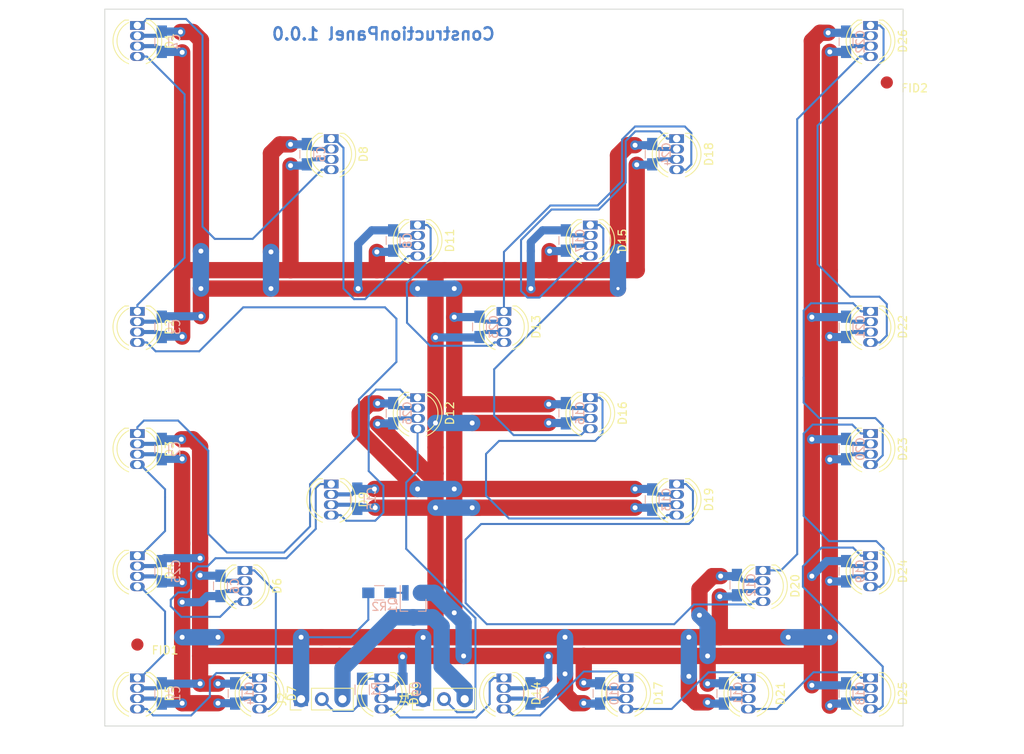
<source format=kicad_pcb>
(kicad_pcb (version 4) (host pcbnew 4.0.7)

  (general
    (links 137)
    (no_connects 4)
    (area 33.061904 44.800237 158.938096 137.542858)
    (thickness 1.6)
    (drawings 5)
    (tracks 717)
    (zones 0)
    (modules 59)
    (nets 33)
  )

  (page A4)
  (layers
    (0 F.Cu signal)
    (31 B.Cu signal)
    (32 B.Adhes user)
    (33 F.Adhes user)
    (34 B.Paste user)
    (35 F.Paste user)
    (36 B.SilkS user)
    (37 F.SilkS user)
    (38 B.Mask user)
    (39 F.Mask user)
    (40 Dwgs.User user)
    (41 Cmts.User user)
    (42 Eco1.User user)
    (43 Eco2.User user)
    (44 Edge.Cuts user)
    (45 Margin user)
    (46 B.CrtYd user)
    (47 F.CrtYd user)
    (48 B.Fab user)
    (49 F.Fab user)
  )

  (setup
    (last_trace_width 0.25)
    (user_trace_width 0.5)
    (user_trace_width 1)
    (user_trace_width 1.5)
    (user_trace_width 2)
    (trace_clearance 0.2)
    (zone_clearance 0.508)
    (zone_45_only no)
    (trace_min 0.2)
    (segment_width 0.2)
    (edge_width 0.1)
    (via_size 1.2)
    (via_drill 0.4)
    (via_min_size 0.4)
    (via_min_drill 0.3)
    (user_via 0.6 0.4)
    (user_via 1.2 0.6)
    (uvia_size 0.3)
    (uvia_drill 0.1)
    (uvias_allowed no)
    (uvia_min_size 0.2)
    (uvia_min_drill 0.1)
    (pcb_text_width 0.3)
    (pcb_text_size 1.5 1.5)
    (mod_edge_width 0.15)
    (mod_text_size 1 1)
    (mod_text_width 0.15)
    (pad_size 1.5 1.5)
    (pad_drill 0)
    (pad_to_mask_clearance 0.2)
    (aux_axis_origin 46 46)
    (visible_elements FFFC1E1F)
    (pcbplotparams
      (layerselection 0x00000_80000001)
      (usegerberextensions false)
      (excludeedgelayer false)
      (linewidth 0.100000)
      (plotframeref false)
      (viasonmask false)
      (mode 1)
      (useauxorigin false)
      (hpglpennumber 1)
      (hpglpenspeed 20)
      (hpglpendiameter 15)
      (hpglpenoverlay 2)
      (psnegative false)
      (psa4output false)
      (plotreference true)
      (plotvalue true)
      (plotinvisibletext false)
      (padsonsilk false)
      (subtractmaskfromsilk false)
      (outputformat 4)
      (mirror true)
      (drillshape 0)
      (scaleselection 1)
      (outputdirectory ""))
  )

  (net 0 "")
  (net 1 +5V)
  (net 2 GND)
  (net 3 "Net-(D1-Pad1)")
  (net 4 "Net-(D1-Pad4)")
  (net 5 "Net-(D2-Pad4)")
  (net 6 "Net-(D3-Pad4)")
  (net 7 "Net-(D4-Pad4)")
  (net 8 /DIN)
  (net 9 "Net-(D6-Pad1)")
  (net 10 "Net-(D6-Pad4)")
  (net 11 "Net-(D11-Pad4)")
  (net 12 "Net-(D12-Pad1)")
  (net 13 "Net-(D10-Pad1)")
  (net 14 "Net-(D10-Pad4)")
  (net 15 "Net-(D11-Pad1)")
  (net 16 "Net-(D15-Pad1)")
  (net 17 "Net-(D15-Pad4)")
  (net 18 "Net-(D16-Pad1)")
  (net 19 "Net-(D19-Pad1)")
  (net 20 "Net-(D22-Pad1)")
  (net 21 "Net-(D22-Pad4)")
  (net 22 /DOUT)
  (net 23 "Net-(D13-Pad1)")
  (net 24 "Net-(D14-Pad4)")
  (net 25 "Net-(D17-Pad4)")
  (net 26 "Net-(D20-Pad1)")
  (net 27 "Net-(D21-Pad4)")
  (net 28 "Net-(D23-Pad1)")
  (net 29 "Net-(D24-Pad1)")
  (net 30 "Net-(D5-Pad4)")
  (net 31 "Net-(J1-Pad3)")
  (net 32 "Net-(Q1-Pad1)")

  (net_class Default "Dies ist die voreingestellte Netzklasse."
    (clearance 0.2)
    (trace_width 0.25)
    (via_dia 1.2)
    (via_drill 0.4)
    (uvia_dia 0.3)
    (uvia_drill 0.1)
    (add_net +5V)
    (add_net /DIN)
    (add_net /DOUT)
    (add_net GND)
    (add_net "Net-(D1-Pad1)")
    (add_net "Net-(D1-Pad4)")
    (add_net "Net-(D10-Pad1)")
    (add_net "Net-(D10-Pad4)")
    (add_net "Net-(D11-Pad1)")
    (add_net "Net-(D11-Pad4)")
    (add_net "Net-(D12-Pad1)")
    (add_net "Net-(D13-Pad1)")
    (add_net "Net-(D14-Pad4)")
    (add_net "Net-(D15-Pad1)")
    (add_net "Net-(D15-Pad4)")
    (add_net "Net-(D16-Pad1)")
    (add_net "Net-(D17-Pad4)")
    (add_net "Net-(D19-Pad1)")
    (add_net "Net-(D2-Pad4)")
    (add_net "Net-(D20-Pad1)")
    (add_net "Net-(D21-Pad4)")
    (add_net "Net-(D22-Pad1)")
    (add_net "Net-(D22-Pad4)")
    (add_net "Net-(D23-Pad1)")
    (add_net "Net-(D24-Pad1)")
    (add_net "Net-(D3-Pad4)")
    (add_net "Net-(D4-Pad4)")
    (add_net "Net-(D5-Pad4)")
    (add_net "Net-(D6-Pad1)")
    (add_net "Net-(D6-Pad4)")
    (add_net "Net-(J1-Pad3)")
    (add_net "Net-(Q1-Pad1)")
  )

  (module Capacitors_SMD:C_0805_HandSoldering (layer B.Cu) (tedit 58AA84A8) (tstamp 5C3E209E)
    (at 53 130 90)
    (descr "Capacitor SMD 0805, hand soldering")
    (tags "capacitor 0805")
    (path /5C356FFC)
    (attr smd)
    (fp_text reference C1 (at 0 1.75 90) (layer B.SilkS)
      (effects (font (size 1 1) (thickness 0.15)) (justify mirror))
    )
    (fp_text value 100nF (at 0 -1.75 90) (layer B.Fab)
      (effects (font (size 1 1) (thickness 0.15)) (justify mirror))
    )
    (fp_text user %R (at 0 1.75 90) (layer B.Fab)
      (effects (font (size 1 1) (thickness 0.15)) (justify mirror))
    )
    (fp_line (start -1 -0.62) (end -1 0.62) (layer B.Fab) (width 0.1))
    (fp_line (start 1 -0.62) (end -1 -0.62) (layer B.Fab) (width 0.1))
    (fp_line (start 1 0.62) (end 1 -0.62) (layer B.Fab) (width 0.1))
    (fp_line (start -1 0.62) (end 1 0.62) (layer B.Fab) (width 0.1))
    (fp_line (start 0.5 0.85) (end -0.5 0.85) (layer B.SilkS) (width 0.12))
    (fp_line (start -0.5 -0.85) (end 0.5 -0.85) (layer B.SilkS) (width 0.12))
    (fp_line (start -2.25 0.88) (end 2.25 0.88) (layer B.CrtYd) (width 0.05))
    (fp_line (start -2.25 0.88) (end -2.25 -0.87) (layer B.CrtYd) (width 0.05))
    (fp_line (start 2.25 -0.87) (end 2.25 0.88) (layer B.CrtYd) (width 0.05))
    (fp_line (start 2.25 -0.87) (end -2.25 -0.87) (layer B.CrtYd) (width 0.05))
    (pad 1 smd rect (at -1.25 0 90) (size 1.5 1.25) (layers B.Cu B.Paste B.Mask)
      (net 1 +5V))
    (pad 2 smd rect (at 1.25 0 90) (size 1.5 1.25) (layers B.Cu B.Paste B.Mask)
      (net 2 GND))
    (model Capacitors_SMD.3dshapes/C_0805.wrl
      (at (xyz 0 0 0))
      (scale (xyz 1 1 1))
      (rotate (xyz 0 0 0))
    )
  )

  (module Capacitors_SMD:C_0805_HandSoldering (layer B.Cu) (tedit 58AA84A8) (tstamp 5C3E20AF)
    (at 53 100 90)
    (descr "Capacitor SMD 0805, hand soldering")
    (tags "capacitor 0805")
    (path /5C359CEA)
    (attr smd)
    (fp_text reference C2 (at 0 1.75 90) (layer B.SilkS)
      (effects (font (size 1 1) (thickness 0.15)) (justify mirror))
    )
    (fp_text value 100nF (at 0 -1.75 90) (layer B.Fab)
      (effects (font (size 1 1) (thickness 0.15)) (justify mirror))
    )
    (fp_text user %R (at 0 1.75 90) (layer B.Fab)
      (effects (font (size 1 1) (thickness 0.15)) (justify mirror))
    )
    (fp_line (start -1 -0.62) (end -1 0.62) (layer B.Fab) (width 0.1))
    (fp_line (start 1 -0.62) (end -1 -0.62) (layer B.Fab) (width 0.1))
    (fp_line (start 1 0.62) (end 1 -0.62) (layer B.Fab) (width 0.1))
    (fp_line (start -1 0.62) (end 1 0.62) (layer B.Fab) (width 0.1))
    (fp_line (start 0.5 0.85) (end -0.5 0.85) (layer B.SilkS) (width 0.12))
    (fp_line (start -0.5 -0.85) (end 0.5 -0.85) (layer B.SilkS) (width 0.12))
    (fp_line (start -2.25 0.88) (end 2.25 0.88) (layer B.CrtYd) (width 0.05))
    (fp_line (start -2.25 0.88) (end -2.25 -0.87) (layer B.CrtYd) (width 0.05))
    (fp_line (start 2.25 -0.87) (end 2.25 0.88) (layer B.CrtYd) (width 0.05))
    (fp_line (start 2.25 -0.87) (end -2.25 -0.87) (layer B.CrtYd) (width 0.05))
    (pad 1 smd rect (at -1.25 0 90) (size 1.5 1.25) (layers B.Cu B.Paste B.Mask)
      (net 1 +5V))
    (pad 2 smd rect (at 1.25 0 90) (size 1.5 1.25) (layers B.Cu B.Paste B.Mask)
      (net 2 GND))
    (model Capacitors_SMD.3dshapes/C_0805.wrl
      (at (xyz 0 0 0))
      (scale (xyz 1 1 1))
      (rotate (xyz 0 0 0))
    )
  )

  (module Capacitors_SMD:C_0805_HandSoldering (layer B.Cu) (tedit 58AA84A8) (tstamp 5C3E20C0)
    (at 53 85 90)
    (descr "Capacitor SMD 0805, hand soldering")
    (tags "capacitor 0805")
    (path /5C357818)
    (attr smd)
    (fp_text reference C3 (at 0 1.75 90) (layer B.SilkS)
      (effects (font (size 1 1) (thickness 0.15)) (justify mirror))
    )
    (fp_text value 100nF (at 0 -1.75 90) (layer B.Fab)
      (effects (font (size 1 1) (thickness 0.15)) (justify mirror))
    )
    (fp_text user %R (at 0 1.75 90) (layer B.Fab)
      (effects (font (size 1 1) (thickness 0.15)) (justify mirror))
    )
    (fp_line (start -1 -0.62) (end -1 0.62) (layer B.Fab) (width 0.1))
    (fp_line (start 1 -0.62) (end -1 -0.62) (layer B.Fab) (width 0.1))
    (fp_line (start 1 0.62) (end 1 -0.62) (layer B.Fab) (width 0.1))
    (fp_line (start -1 0.62) (end 1 0.62) (layer B.Fab) (width 0.1))
    (fp_line (start 0.5 0.85) (end -0.5 0.85) (layer B.SilkS) (width 0.12))
    (fp_line (start -0.5 -0.85) (end 0.5 -0.85) (layer B.SilkS) (width 0.12))
    (fp_line (start -2.25 0.88) (end 2.25 0.88) (layer B.CrtYd) (width 0.05))
    (fp_line (start -2.25 0.88) (end -2.25 -0.87) (layer B.CrtYd) (width 0.05))
    (fp_line (start 2.25 -0.87) (end 2.25 0.88) (layer B.CrtYd) (width 0.05))
    (fp_line (start 2.25 -0.87) (end -2.25 -0.87) (layer B.CrtYd) (width 0.05))
    (pad 1 smd rect (at -1.25 0 90) (size 1.5 1.25) (layers B.Cu B.Paste B.Mask)
      (net 1 +5V))
    (pad 2 smd rect (at 1.25 0 90) (size 1.5 1.25) (layers B.Cu B.Paste B.Mask)
      (net 2 GND))
    (model Capacitors_SMD.3dshapes/C_0805.wrl
      (at (xyz 0 0 0))
      (scale (xyz 1 1 1))
      (rotate (xyz 0 0 0))
    )
  )

  (module Capacitors_SMD:C_0805_HandSoldering (layer B.Cu) (tedit 58AA84A8) (tstamp 5C3E20D1)
    (at 53 50 90)
    (descr "Capacitor SMD 0805, hand soldering")
    (tags "capacitor 0805")
    (path /5C359CF0)
    (attr smd)
    (fp_text reference C4 (at 0 1.75 90) (layer B.SilkS)
      (effects (font (size 1 1) (thickness 0.15)) (justify mirror))
    )
    (fp_text value 100nF (at 0 -1.75 90) (layer B.Fab)
      (effects (font (size 1 1) (thickness 0.15)) (justify mirror))
    )
    (fp_text user %R (at 0 1.75 90) (layer B.Fab)
      (effects (font (size 1 1) (thickness 0.15)) (justify mirror))
    )
    (fp_line (start -1 -0.62) (end -1 0.62) (layer B.Fab) (width 0.1))
    (fp_line (start 1 -0.62) (end -1 -0.62) (layer B.Fab) (width 0.1))
    (fp_line (start 1 0.62) (end 1 -0.62) (layer B.Fab) (width 0.1))
    (fp_line (start -1 0.62) (end 1 0.62) (layer B.Fab) (width 0.1))
    (fp_line (start 0.5 0.85) (end -0.5 0.85) (layer B.SilkS) (width 0.12))
    (fp_line (start -0.5 -0.85) (end 0.5 -0.85) (layer B.SilkS) (width 0.12))
    (fp_line (start -2.25 0.88) (end 2.25 0.88) (layer B.CrtYd) (width 0.05))
    (fp_line (start -2.25 0.88) (end -2.25 -0.87) (layer B.CrtYd) (width 0.05))
    (fp_line (start 2.25 -0.87) (end 2.25 0.88) (layer B.CrtYd) (width 0.05))
    (fp_line (start 2.25 -0.87) (end -2.25 -0.87) (layer B.CrtYd) (width 0.05))
    (pad 1 smd rect (at -1.25 0 90) (size 1.5 1.25) (layers B.Cu B.Paste B.Mask)
      (net 1 +5V))
    (pad 2 smd rect (at 1.25 0 90) (size 1.5 1.25) (layers B.Cu B.Paste B.Mask)
      (net 2 GND))
    (model Capacitors_SMD.3dshapes/C_0805.wrl
      (at (xyz 0 0 0))
      (scale (xyz 1 1 1))
      (rotate (xyz 0 0 0))
    )
  )

  (module Capacitors_SMD:C_0805_HandSoldering (layer B.Cu) (tedit 58AA84A8) (tstamp 5C3E20E2)
    (at 70.8 63.8 90)
    (descr "Capacitor SMD 0805, hand soldering")
    (tags "capacitor 0805")
    (path /5C35787E)
    (attr smd)
    (fp_text reference C5 (at 0 1.75 90) (layer B.SilkS)
      (effects (font (size 1 1) (thickness 0.15)) (justify mirror))
    )
    (fp_text value 100nF (at 0 -1.75 90) (layer B.Fab)
      (effects (font (size 1 1) (thickness 0.15)) (justify mirror))
    )
    (fp_text user %R (at 0 1.75 90) (layer B.Fab)
      (effects (font (size 1 1) (thickness 0.15)) (justify mirror))
    )
    (fp_line (start -1 -0.62) (end -1 0.62) (layer B.Fab) (width 0.1))
    (fp_line (start 1 -0.62) (end -1 -0.62) (layer B.Fab) (width 0.1))
    (fp_line (start 1 0.62) (end 1 -0.62) (layer B.Fab) (width 0.1))
    (fp_line (start -1 0.62) (end 1 0.62) (layer B.Fab) (width 0.1))
    (fp_line (start 0.5 0.85) (end -0.5 0.85) (layer B.SilkS) (width 0.12))
    (fp_line (start -0.5 -0.85) (end 0.5 -0.85) (layer B.SilkS) (width 0.12))
    (fp_line (start -2.25 0.88) (end 2.25 0.88) (layer B.CrtYd) (width 0.05))
    (fp_line (start -2.25 0.88) (end -2.25 -0.87) (layer B.CrtYd) (width 0.05))
    (fp_line (start 2.25 -0.87) (end 2.25 0.88) (layer B.CrtYd) (width 0.05))
    (fp_line (start 2.25 -0.87) (end -2.25 -0.87) (layer B.CrtYd) (width 0.05))
    (pad 1 smd rect (at -1.25 0 90) (size 1.5 1.25) (layers B.Cu B.Paste B.Mask)
      (net 1 +5V))
    (pad 2 smd rect (at 1.25 0 90) (size 1.5 1.25) (layers B.Cu B.Paste B.Mask)
      (net 2 GND))
    (model Capacitors_SMD.3dshapes/C_0805.wrl
      (at (xyz 0 0 0))
      (scale (xyz 1 1 1))
      (rotate (xyz 0 0 0))
    )
  )

  (module Capacitors_SMD:C_0805_HandSoldering (layer B.Cu) (tedit 58AA84A8) (tstamp 5C3E20F3)
    (at 60.2 116.8 90)
    (descr "Capacitor SMD 0805, hand soldering")
    (tags "capacitor 0805")
    (path /5C359CF6)
    (attr smd)
    (fp_text reference C6 (at 0 1.75 90) (layer B.SilkS)
      (effects (font (size 1 1) (thickness 0.15)) (justify mirror))
    )
    (fp_text value 100nF (at 0 -1.75 90) (layer B.Fab)
      (effects (font (size 1 1) (thickness 0.15)) (justify mirror))
    )
    (fp_text user %R (at 0 1.75 90) (layer B.Fab)
      (effects (font (size 1 1) (thickness 0.15)) (justify mirror))
    )
    (fp_line (start -1 -0.62) (end -1 0.62) (layer B.Fab) (width 0.1))
    (fp_line (start 1 -0.62) (end -1 -0.62) (layer B.Fab) (width 0.1))
    (fp_line (start 1 0.62) (end 1 -0.62) (layer B.Fab) (width 0.1))
    (fp_line (start -1 0.62) (end 1 0.62) (layer B.Fab) (width 0.1))
    (fp_line (start 0.5 0.85) (end -0.5 0.85) (layer B.SilkS) (width 0.12))
    (fp_line (start -0.5 -0.85) (end 0.5 -0.85) (layer B.SilkS) (width 0.12))
    (fp_line (start -2.25 0.88) (end 2.25 0.88) (layer B.CrtYd) (width 0.05))
    (fp_line (start -2.25 0.88) (end -2.25 -0.87) (layer B.CrtYd) (width 0.05))
    (fp_line (start 2.25 -0.87) (end 2.25 0.88) (layer B.CrtYd) (width 0.05))
    (fp_line (start 2.25 -0.87) (end -2.25 -0.87) (layer B.CrtYd) (width 0.05))
    (pad 1 smd rect (at -1.25 0 90) (size 1.5 1.25) (layers B.Cu B.Paste B.Mask)
      (net 1 +5V))
    (pad 2 smd rect (at 1.25 0 90) (size 1.5 1.25) (layers B.Cu B.Paste B.Mask)
      (net 2 GND))
    (model Capacitors_SMD.3dshapes/C_0805.wrl
      (at (xyz 0 0 0))
      (scale (xyz 1 1 1))
      (rotate (xyz 0 0 0))
    )
  )

  (module Capacitors_SMD:C_0805_HandSoldering (layer B.Cu) (tedit 58AA84A8) (tstamp 5C3E2104)
    (at 98.25 130 90)
    (descr "Capacitor SMD 0805, hand soldering")
    (tags "capacitor 0805")
    (path /5C3578E6)
    (attr smd)
    (fp_text reference C7 (at 0 1.75 90) (layer B.SilkS)
      (effects (font (size 1 1) (thickness 0.15)) (justify mirror))
    )
    (fp_text value 100nF (at 0 -1.75 90) (layer B.Fab)
      (effects (font (size 1 1) (thickness 0.15)) (justify mirror))
    )
    (fp_text user %R (at 0 1.75 90) (layer B.Fab)
      (effects (font (size 1 1) (thickness 0.15)) (justify mirror))
    )
    (fp_line (start -1 -0.62) (end -1 0.62) (layer B.Fab) (width 0.1))
    (fp_line (start 1 -0.62) (end -1 -0.62) (layer B.Fab) (width 0.1))
    (fp_line (start 1 0.62) (end 1 -0.62) (layer B.Fab) (width 0.1))
    (fp_line (start -1 0.62) (end 1 0.62) (layer B.Fab) (width 0.1))
    (fp_line (start 0.5 0.85) (end -0.5 0.85) (layer B.SilkS) (width 0.12))
    (fp_line (start -0.5 -0.85) (end 0.5 -0.85) (layer B.SilkS) (width 0.12))
    (fp_line (start -2.25 0.88) (end 2.25 0.88) (layer B.CrtYd) (width 0.05))
    (fp_line (start -2.25 0.88) (end -2.25 -0.87) (layer B.CrtYd) (width 0.05))
    (fp_line (start 2.25 -0.87) (end 2.25 0.88) (layer B.CrtYd) (width 0.05))
    (fp_line (start 2.25 -0.87) (end -2.25 -0.87) (layer B.CrtYd) (width 0.05))
    (pad 1 smd rect (at -1.25 0 90) (size 1.5 1.25) (layers B.Cu B.Paste B.Mask)
      (net 1 +5V))
    (pad 2 smd rect (at 1.25 0 90) (size 1.5 1.25) (layers B.Cu B.Paste B.Mask)
      (net 2 GND))
    (model Capacitors_SMD.3dshapes/C_0805.wrl
      (at (xyz 0 0 0))
      (scale (xyz 1 1 1))
      (rotate (xyz 0 0 0))
    )
  )

  (module Capacitors_SMD:C_0805_HandSoldering (layer B.Cu) (tedit 58AA84A8) (tstamp 5C3E2115)
    (at 81.4 74.4 90)
    (descr "Capacitor SMD 0805, hand soldering")
    (tags "capacitor 0805")
    (path /5C359CFC)
    (attr smd)
    (fp_text reference C8 (at 0 1.75 90) (layer B.SilkS)
      (effects (font (size 1 1) (thickness 0.15)) (justify mirror))
    )
    (fp_text value 100nF (at 0 -1.75 90) (layer B.Fab)
      (effects (font (size 1 1) (thickness 0.15)) (justify mirror))
    )
    (fp_text user %R (at 0 1.75 90) (layer B.Fab)
      (effects (font (size 1 1) (thickness 0.15)) (justify mirror))
    )
    (fp_line (start -1 -0.62) (end -1 0.62) (layer B.Fab) (width 0.1))
    (fp_line (start 1 -0.62) (end -1 -0.62) (layer B.Fab) (width 0.1))
    (fp_line (start 1 0.62) (end 1 -0.62) (layer B.Fab) (width 0.1))
    (fp_line (start -1 0.62) (end 1 0.62) (layer B.Fab) (width 0.1))
    (fp_line (start 0.5 0.85) (end -0.5 0.85) (layer B.SilkS) (width 0.12))
    (fp_line (start -0.5 -0.85) (end 0.5 -0.85) (layer B.SilkS) (width 0.12))
    (fp_line (start -2.25 0.88) (end 2.25 0.88) (layer B.CrtYd) (width 0.05))
    (fp_line (start -2.25 0.88) (end -2.25 -0.87) (layer B.CrtYd) (width 0.05))
    (fp_line (start 2.25 -0.87) (end 2.25 0.88) (layer B.CrtYd) (width 0.05))
    (fp_line (start 2.25 -0.87) (end -2.25 -0.87) (layer B.CrtYd) (width 0.05))
    (pad 1 smd rect (at -1.25 0 90) (size 1.5 1.25) (layers B.Cu B.Paste B.Mask)
      (net 1 +5V))
    (pad 2 smd rect (at 1.25 0 90) (size 1.5 1.25) (layers B.Cu B.Paste B.Mask)
      (net 2 GND))
    (model Capacitors_SMD.3dshapes/C_0805.wrl
      (at (xyz 0 0 0))
      (scale (xyz 1 1 1))
      (rotate (xyz 0 0 0))
    )
  )

  (module Capacitors_SMD:C_0805_HandSoldering (layer B.Cu) (tedit 58AA84A8) (tstamp 5C3E2126)
    (at 82.55 129.45 90)
    (descr "Capacitor SMD 0805, hand soldering")
    (tags "capacitor 0805")
    (path /5C35798A)
    (attr smd)
    (fp_text reference C9 (at 0 1.75 90) (layer B.SilkS)
      (effects (font (size 1 1) (thickness 0.15)) (justify mirror))
    )
    (fp_text value 100nF (at 0 -1.75 90) (layer B.Fab)
      (effects (font (size 1 1) (thickness 0.15)) (justify mirror))
    )
    (fp_text user %R (at 0 1.75 90) (layer B.Fab)
      (effects (font (size 1 1) (thickness 0.15)) (justify mirror))
    )
    (fp_line (start -1 -0.62) (end -1 0.62) (layer B.Fab) (width 0.1))
    (fp_line (start 1 -0.62) (end -1 -0.62) (layer B.Fab) (width 0.1))
    (fp_line (start 1 0.62) (end 1 -0.62) (layer B.Fab) (width 0.1))
    (fp_line (start -1 0.62) (end 1 0.62) (layer B.Fab) (width 0.1))
    (fp_line (start 0.5 0.85) (end -0.5 0.85) (layer B.SilkS) (width 0.12))
    (fp_line (start -0.5 -0.85) (end 0.5 -0.85) (layer B.SilkS) (width 0.12))
    (fp_line (start -2.25 0.88) (end 2.25 0.88) (layer B.CrtYd) (width 0.05))
    (fp_line (start -2.25 0.88) (end -2.25 -0.87) (layer B.CrtYd) (width 0.05))
    (fp_line (start 2.25 -0.87) (end 2.25 0.88) (layer B.CrtYd) (width 0.05))
    (fp_line (start 2.25 -0.87) (end -2.25 -0.87) (layer B.CrtYd) (width 0.05))
    (pad 1 smd rect (at -1.25 0 90) (size 1.5 1.25) (layers B.Cu B.Paste B.Mask)
      (net 1 +5V))
    (pad 2 smd rect (at 1.25 0 90) (size 1.5 1.25) (layers B.Cu B.Paste B.Mask)
      (net 2 GND))
    (model Capacitors_SMD.3dshapes/C_0805.wrl
      (at (xyz 0 0 0))
      (scale (xyz 1 1 1))
      (rotate (xyz 0 0 0))
    )
  )

  (module Capacitors_SMD:C_0805_HandSoldering (layer B.Cu) (tedit 58AA84A8) (tstamp 5C3E2137)
    (at 106.8 130 90)
    (descr "Capacitor SMD 0805, hand soldering")
    (tags "capacitor 0805")
    (path /5C359D02)
    (attr smd)
    (fp_text reference C10 (at 0 1.75 90) (layer B.SilkS)
      (effects (font (size 1 1) (thickness 0.15)) (justify mirror))
    )
    (fp_text value 100nF (at 0 -1.75 90) (layer B.Fab)
      (effects (font (size 1 1) (thickness 0.15)) (justify mirror))
    )
    (fp_text user %R (at 0 1.75 90) (layer B.Fab)
      (effects (font (size 1 1) (thickness 0.15)) (justify mirror))
    )
    (fp_line (start -1 -0.62) (end -1 0.62) (layer B.Fab) (width 0.1))
    (fp_line (start 1 -0.62) (end -1 -0.62) (layer B.Fab) (width 0.1))
    (fp_line (start 1 0.62) (end 1 -0.62) (layer B.Fab) (width 0.1))
    (fp_line (start -1 0.62) (end 1 0.62) (layer B.Fab) (width 0.1))
    (fp_line (start 0.5 0.85) (end -0.5 0.85) (layer B.SilkS) (width 0.12))
    (fp_line (start -0.5 -0.85) (end 0.5 -0.85) (layer B.SilkS) (width 0.12))
    (fp_line (start -2.25 0.88) (end 2.25 0.88) (layer B.CrtYd) (width 0.05))
    (fp_line (start -2.25 0.88) (end -2.25 -0.87) (layer B.CrtYd) (width 0.05))
    (fp_line (start 2.25 -0.87) (end 2.25 0.88) (layer B.CrtYd) (width 0.05))
    (fp_line (start 2.25 -0.87) (end -2.25 -0.87) (layer B.CrtYd) (width 0.05))
    (pad 1 smd rect (at -1.25 0 90) (size 1.5 1.25) (layers B.Cu B.Paste B.Mask)
      (net 1 +5V))
    (pad 2 smd rect (at 1.25 0 90) (size 1.5 1.25) (layers B.Cu B.Paste B.Mask)
      (net 2 GND))
    (model Capacitors_SMD.3dshapes/C_0805.wrl
      (at (xyz 0 0 0))
      (scale (xyz 1 1 1))
      (rotate (xyz 0 0 0))
    )
  )

  (module Capacitors_SMD:C_0805_HandSoldering (layer B.Cu) (tedit 58AA84A8) (tstamp 5C3E2148)
    (at 122 130 90)
    (descr "Capacitor SMD 0805, hand soldering")
    (tags "capacitor 0805")
    (path /5C3579F6)
    (attr smd)
    (fp_text reference C11 (at 0 1.75 90) (layer B.SilkS)
      (effects (font (size 1 1) (thickness 0.15)) (justify mirror))
    )
    (fp_text value 100nF (at 0 -1.75 90) (layer B.Fab)
      (effects (font (size 1 1) (thickness 0.15)) (justify mirror))
    )
    (fp_text user %R (at 0 1.75 90) (layer B.Fab)
      (effects (font (size 1 1) (thickness 0.15)) (justify mirror))
    )
    (fp_line (start -1 -0.62) (end -1 0.62) (layer B.Fab) (width 0.1))
    (fp_line (start 1 -0.62) (end -1 -0.62) (layer B.Fab) (width 0.1))
    (fp_line (start 1 0.62) (end 1 -0.62) (layer B.Fab) (width 0.1))
    (fp_line (start -1 0.62) (end 1 0.62) (layer B.Fab) (width 0.1))
    (fp_line (start 0.5 0.85) (end -0.5 0.85) (layer B.SilkS) (width 0.12))
    (fp_line (start -0.5 -0.85) (end 0.5 -0.85) (layer B.SilkS) (width 0.12))
    (fp_line (start -2.25 0.88) (end 2.25 0.88) (layer B.CrtYd) (width 0.05))
    (fp_line (start -2.25 0.88) (end -2.25 -0.87) (layer B.CrtYd) (width 0.05))
    (fp_line (start 2.25 -0.87) (end 2.25 0.88) (layer B.CrtYd) (width 0.05))
    (fp_line (start 2.25 -0.87) (end -2.25 -0.87) (layer B.CrtYd) (width 0.05))
    (pad 1 smd rect (at -1.25 0 90) (size 1.5 1.25) (layers B.Cu B.Paste B.Mask)
      (net 1 +5V))
    (pad 2 smd rect (at 1.25 0 90) (size 1.5 1.25) (layers B.Cu B.Paste B.Mask)
      (net 2 GND))
    (model Capacitors_SMD.3dshapes/C_0805.wrl
      (at (xyz 0 0 0))
      (scale (xyz 1 1 1))
      (rotate (xyz 0 0 0))
    )
  )

  (module Capacitors_SMD:C_0805_HandSoldering (layer B.Cu) (tedit 58AA84A8) (tstamp 5C3E2159)
    (at 123.6 116.7 90)
    (descr "Capacitor SMD 0805, hand soldering")
    (tags "capacitor 0805")
    (path /5C359D08)
    (attr smd)
    (fp_text reference C12 (at 0 1.75 90) (layer B.SilkS)
      (effects (font (size 1 1) (thickness 0.15)) (justify mirror))
    )
    (fp_text value 100nF (at 0 -1.75 90) (layer B.Fab)
      (effects (font (size 1 1) (thickness 0.15)) (justify mirror))
    )
    (fp_text user %R (at 0 1.75 90) (layer B.Fab)
      (effects (font (size 1 1) (thickness 0.15)) (justify mirror))
    )
    (fp_line (start -1 -0.62) (end -1 0.62) (layer B.Fab) (width 0.1))
    (fp_line (start 1 -0.62) (end -1 -0.62) (layer B.Fab) (width 0.1))
    (fp_line (start 1 0.62) (end 1 -0.62) (layer B.Fab) (width 0.1))
    (fp_line (start -1 0.62) (end 1 0.62) (layer B.Fab) (width 0.1))
    (fp_line (start 0.5 0.85) (end -0.5 0.85) (layer B.SilkS) (width 0.12))
    (fp_line (start -0.5 -0.85) (end 0.5 -0.85) (layer B.SilkS) (width 0.12))
    (fp_line (start -2.25 0.88) (end 2.25 0.88) (layer B.CrtYd) (width 0.05))
    (fp_line (start -2.25 0.88) (end -2.25 -0.87) (layer B.CrtYd) (width 0.05))
    (fp_line (start 2.25 -0.87) (end 2.25 0.88) (layer B.CrtYd) (width 0.05))
    (fp_line (start 2.25 -0.87) (end -2.25 -0.87) (layer B.CrtYd) (width 0.05))
    (pad 1 smd rect (at -1.25 0 90) (size 1.5 1.25) (layers B.Cu B.Paste B.Mask)
      (net 1 +5V))
    (pad 2 smd rect (at 1.25 0 90) (size 1.5 1.25) (layers B.Cu B.Paste B.Mask)
      (net 2 GND))
    (model Capacitors_SMD.3dshapes/C_0805.wrl
      (at (xyz 0 0 0))
      (scale (xyz 1 1 1))
      (rotate (xyz 0 0 0))
    )
  )

  (module Capacitors_SMD:C_0805_HandSoldering (layer B.Cu) (tedit 58AA84A8) (tstamp 5C3E216A)
    (at 113.2 106.2 90)
    (descr "Capacitor SMD 0805, hand soldering")
    (tags "capacitor 0805")
    (path /5C357A66)
    (attr smd)
    (fp_text reference C13 (at 0 1.75 90) (layer B.SilkS)
      (effects (font (size 1 1) (thickness 0.15)) (justify mirror))
    )
    (fp_text value 100nF (at 0 -1.75 90) (layer B.Fab)
      (effects (font (size 1 1) (thickness 0.15)) (justify mirror))
    )
    (fp_text user %R (at 0 1.75 90) (layer B.Fab)
      (effects (font (size 1 1) (thickness 0.15)) (justify mirror))
    )
    (fp_line (start -1 -0.62) (end -1 0.62) (layer B.Fab) (width 0.1))
    (fp_line (start 1 -0.62) (end -1 -0.62) (layer B.Fab) (width 0.1))
    (fp_line (start 1 0.62) (end 1 -0.62) (layer B.Fab) (width 0.1))
    (fp_line (start -1 0.62) (end 1 0.62) (layer B.Fab) (width 0.1))
    (fp_line (start 0.5 0.85) (end -0.5 0.85) (layer B.SilkS) (width 0.12))
    (fp_line (start -0.5 -0.85) (end 0.5 -0.85) (layer B.SilkS) (width 0.12))
    (fp_line (start -2.25 0.88) (end 2.25 0.88) (layer B.CrtYd) (width 0.05))
    (fp_line (start -2.25 0.88) (end -2.25 -0.87) (layer B.CrtYd) (width 0.05))
    (fp_line (start 2.25 -0.87) (end 2.25 0.88) (layer B.CrtYd) (width 0.05))
    (fp_line (start 2.25 -0.87) (end -2.25 -0.87) (layer B.CrtYd) (width 0.05))
    (pad 1 smd rect (at -1.25 0 90) (size 1.5 1.25) (layers B.Cu B.Paste B.Mask)
      (net 1 +5V))
    (pad 2 smd rect (at 1.25 0 90) (size 1.5 1.25) (layers B.Cu B.Paste B.Mask)
      (net 2 GND))
    (model Capacitors_SMD.3dshapes/C_0805.wrl
      (at (xyz 0 0 0))
      (scale (xyz 1 1 1))
      (rotate (xyz 0 0 0))
    )
  )

  (module Capacitors_SMD:C_0805_HandSoldering (layer B.Cu) (tedit 58AA84A8) (tstamp 5C3E217B)
    (at 62 130 90)
    (descr "Capacitor SMD 0805, hand soldering")
    (tags "capacitor 0805")
    (path /5C359D0E)
    (attr smd)
    (fp_text reference C14 (at 0 1.75 90) (layer B.SilkS)
      (effects (font (size 1 1) (thickness 0.15)) (justify mirror))
    )
    (fp_text value 100nF (at 0 -1.75 90) (layer B.Fab)
      (effects (font (size 1 1) (thickness 0.15)) (justify mirror))
    )
    (fp_text user %R (at 0 1.75 90) (layer B.Fab)
      (effects (font (size 1 1) (thickness 0.15)) (justify mirror))
    )
    (fp_line (start -1 -0.62) (end -1 0.62) (layer B.Fab) (width 0.1))
    (fp_line (start 1 -0.62) (end -1 -0.62) (layer B.Fab) (width 0.1))
    (fp_line (start 1 0.62) (end 1 -0.62) (layer B.Fab) (width 0.1))
    (fp_line (start -1 0.62) (end 1 0.62) (layer B.Fab) (width 0.1))
    (fp_line (start 0.5 0.85) (end -0.5 0.85) (layer B.SilkS) (width 0.12))
    (fp_line (start -0.5 -0.85) (end 0.5 -0.85) (layer B.SilkS) (width 0.12))
    (fp_line (start -2.25 0.88) (end 2.25 0.88) (layer B.CrtYd) (width 0.05))
    (fp_line (start -2.25 0.88) (end -2.25 -0.87) (layer B.CrtYd) (width 0.05))
    (fp_line (start 2.25 -0.87) (end 2.25 0.88) (layer B.CrtYd) (width 0.05))
    (fp_line (start 2.25 -0.87) (end -2.25 -0.87) (layer B.CrtYd) (width 0.05))
    (pad 1 smd rect (at -1.25 0 90) (size 1.5 1.25) (layers B.Cu B.Paste B.Mask)
      (net 1 +5V))
    (pad 2 smd rect (at 1.25 0 90) (size 1.5 1.25) (layers B.Cu B.Paste B.Mask)
      (net 2 GND))
    (model Capacitors_SMD.3dshapes/C_0805.wrl
      (at (xyz 0 0 0))
      (scale (xyz 1 1 1))
      (rotate (xyz 0 0 0))
    )
  )

  (module Capacitors_SMD:C_0805_HandSoldering (layer B.Cu) (tedit 58AA84A8) (tstamp 5C3E218C)
    (at 77 106.1 90)
    (descr "Capacitor SMD 0805, hand soldering")
    (tags "capacitor 0805")
    (path /5C357ADA)
    (attr smd)
    (fp_text reference C15 (at 0 1.75 90) (layer B.SilkS)
      (effects (font (size 1 1) (thickness 0.15)) (justify mirror))
    )
    (fp_text value 100nF (at 0 -1.75 90) (layer B.Fab)
      (effects (font (size 1 1) (thickness 0.15)) (justify mirror))
    )
    (fp_text user %R (at 0 1.75 90) (layer B.Fab)
      (effects (font (size 1 1) (thickness 0.15)) (justify mirror))
    )
    (fp_line (start -1 -0.62) (end -1 0.62) (layer B.Fab) (width 0.1))
    (fp_line (start 1 -0.62) (end -1 -0.62) (layer B.Fab) (width 0.1))
    (fp_line (start 1 0.62) (end 1 -0.62) (layer B.Fab) (width 0.1))
    (fp_line (start -1 0.62) (end 1 0.62) (layer B.Fab) (width 0.1))
    (fp_line (start 0.5 0.85) (end -0.5 0.85) (layer B.SilkS) (width 0.12))
    (fp_line (start -0.5 -0.85) (end 0.5 -0.85) (layer B.SilkS) (width 0.12))
    (fp_line (start -2.25 0.88) (end 2.25 0.88) (layer B.CrtYd) (width 0.05))
    (fp_line (start -2.25 0.88) (end -2.25 -0.87) (layer B.CrtYd) (width 0.05))
    (fp_line (start 2.25 -0.87) (end 2.25 0.88) (layer B.CrtYd) (width 0.05))
    (fp_line (start 2.25 -0.87) (end -2.25 -0.87) (layer B.CrtYd) (width 0.05))
    (pad 1 smd rect (at -1.25 0 90) (size 1.5 1.25) (layers B.Cu B.Paste B.Mask)
      (net 1 +5V))
    (pad 2 smd rect (at 1.25 0 90) (size 1.5 1.25) (layers B.Cu B.Paste B.Mask)
      (net 2 GND))
    (model Capacitors_SMD.3dshapes/C_0805.wrl
      (at (xyz 0 0 0))
      (scale (xyz 1 1 1))
      (rotate (xyz 0 0 0))
    )
  )

  (module Capacitors_SMD:C_0805_HandSoldering (layer B.Cu) (tedit 58AA84A8) (tstamp 5C3E219D)
    (at 102.6 95.6 90)
    (descr "Capacitor SMD 0805, hand soldering")
    (tags "capacitor 0805")
    (path /5C359D14)
    (attr smd)
    (fp_text reference C16 (at 0 1.75 90) (layer B.SilkS)
      (effects (font (size 1 1) (thickness 0.15)) (justify mirror))
    )
    (fp_text value 100nF (at 0 -1.75 90) (layer B.Fab)
      (effects (font (size 1 1) (thickness 0.15)) (justify mirror))
    )
    (fp_text user %R (at 0 1.75 90) (layer B.Fab)
      (effects (font (size 1 1) (thickness 0.15)) (justify mirror))
    )
    (fp_line (start -1 -0.62) (end -1 0.62) (layer B.Fab) (width 0.1))
    (fp_line (start 1 -0.62) (end -1 -0.62) (layer B.Fab) (width 0.1))
    (fp_line (start 1 0.62) (end 1 -0.62) (layer B.Fab) (width 0.1))
    (fp_line (start -1 0.62) (end 1 0.62) (layer B.Fab) (width 0.1))
    (fp_line (start 0.5 0.85) (end -0.5 0.85) (layer B.SilkS) (width 0.12))
    (fp_line (start -0.5 -0.85) (end 0.5 -0.85) (layer B.SilkS) (width 0.12))
    (fp_line (start -2.25 0.88) (end 2.25 0.88) (layer B.CrtYd) (width 0.05))
    (fp_line (start -2.25 0.88) (end -2.25 -0.87) (layer B.CrtYd) (width 0.05))
    (fp_line (start 2.25 -0.87) (end 2.25 0.88) (layer B.CrtYd) (width 0.05))
    (fp_line (start 2.25 -0.87) (end -2.25 -0.87) (layer B.CrtYd) (width 0.05))
    (pad 1 smd rect (at -1.25 0 90) (size 1.5 1.25) (layers B.Cu B.Paste B.Mask)
      (net 1 +5V))
    (pad 2 smd rect (at 1.25 0 90) (size 1.5 1.25) (layers B.Cu B.Paste B.Mask)
      (net 2 GND))
    (model Capacitors_SMD.3dshapes/C_0805.wrl
      (at (xyz 0 0 0))
      (scale (xyz 1 1 1))
      (rotate (xyz 0 0 0))
    )
  )

  (module Capacitors_SMD:C_0805_HandSoldering (layer B.Cu) (tedit 58AA84A8) (tstamp 5C3E21AE)
    (at 102.6 74.4 90)
    (descr "Capacitor SMD 0805, hand soldering")
    (tags "capacitor 0805")
    (path /5C357B71)
    (attr smd)
    (fp_text reference C17 (at 0 1.75 90) (layer B.SilkS)
      (effects (font (size 1 1) (thickness 0.15)) (justify mirror))
    )
    (fp_text value 100nF (at 0 -1.75 90) (layer B.Fab)
      (effects (font (size 1 1) (thickness 0.15)) (justify mirror))
    )
    (fp_text user %R (at 0 1.75 90) (layer B.Fab)
      (effects (font (size 1 1) (thickness 0.15)) (justify mirror))
    )
    (fp_line (start -1 -0.62) (end -1 0.62) (layer B.Fab) (width 0.1))
    (fp_line (start 1 -0.62) (end -1 -0.62) (layer B.Fab) (width 0.1))
    (fp_line (start 1 0.62) (end 1 -0.62) (layer B.Fab) (width 0.1))
    (fp_line (start -1 0.62) (end 1 0.62) (layer B.Fab) (width 0.1))
    (fp_line (start 0.5 0.85) (end -0.5 0.85) (layer B.SilkS) (width 0.12))
    (fp_line (start -0.5 -0.85) (end 0.5 -0.85) (layer B.SilkS) (width 0.12))
    (fp_line (start -2.25 0.88) (end 2.25 0.88) (layer B.CrtYd) (width 0.05))
    (fp_line (start -2.25 0.88) (end -2.25 -0.87) (layer B.CrtYd) (width 0.05))
    (fp_line (start 2.25 -0.87) (end 2.25 0.88) (layer B.CrtYd) (width 0.05))
    (fp_line (start 2.25 -0.87) (end -2.25 -0.87) (layer B.CrtYd) (width 0.05))
    (pad 1 smd rect (at -1.25 0 90) (size 1.5 1.25) (layers B.Cu B.Paste B.Mask)
      (net 1 +5V))
    (pad 2 smd rect (at 1.25 0 90) (size 1.5 1.25) (layers B.Cu B.Paste B.Mask)
      (net 2 GND))
    (model Capacitors_SMD.3dshapes/C_0805.wrl
      (at (xyz 0 0 0))
      (scale (xyz 1 1 1))
      (rotate (xyz 0 0 0))
    )
  )

  (module Capacitors_SMD:C_0805_HandSoldering (layer B.Cu) (tedit 58AA84A8) (tstamp 5C3E21BF)
    (at 137 130 90)
    (descr "Capacitor SMD 0805, hand soldering")
    (tags "capacitor 0805")
    (path /5C359D1A)
    (attr smd)
    (fp_text reference C18 (at 0 1.75 90) (layer B.SilkS)
      (effects (font (size 1 1) (thickness 0.15)) (justify mirror))
    )
    (fp_text value 100nF (at 0 -1.75 90) (layer B.Fab)
      (effects (font (size 1 1) (thickness 0.15)) (justify mirror))
    )
    (fp_text user %R (at 0 1.75 90) (layer B.Fab)
      (effects (font (size 1 1) (thickness 0.15)) (justify mirror))
    )
    (fp_line (start -1 -0.62) (end -1 0.62) (layer B.Fab) (width 0.1))
    (fp_line (start 1 -0.62) (end -1 -0.62) (layer B.Fab) (width 0.1))
    (fp_line (start 1 0.62) (end 1 -0.62) (layer B.Fab) (width 0.1))
    (fp_line (start -1 0.62) (end 1 0.62) (layer B.Fab) (width 0.1))
    (fp_line (start 0.5 0.85) (end -0.5 0.85) (layer B.SilkS) (width 0.12))
    (fp_line (start -0.5 -0.85) (end 0.5 -0.85) (layer B.SilkS) (width 0.12))
    (fp_line (start -2.25 0.88) (end 2.25 0.88) (layer B.CrtYd) (width 0.05))
    (fp_line (start -2.25 0.88) (end -2.25 -0.87) (layer B.CrtYd) (width 0.05))
    (fp_line (start 2.25 -0.87) (end 2.25 0.88) (layer B.CrtYd) (width 0.05))
    (fp_line (start 2.25 -0.87) (end -2.25 -0.87) (layer B.CrtYd) (width 0.05))
    (pad 1 smd rect (at -1.25 0 90) (size 1.5 1.25) (layers B.Cu B.Paste B.Mask)
      (net 1 +5V))
    (pad 2 smd rect (at 1.25 0 90) (size 1.5 1.25) (layers B.Cu B.Paste B.Mask)
      (net 2 GND))
    (model Capacitors_SMD.3dshapes/C_0805.wrl
      (at (xyz 0 0 0))
      (scale (xyz 1 1 1))
      (rotate (xyz 0 0 0))
    )
  )

  (module Capacitors_SMD:C_0805_HandSoldering (layer B.Cu) (tedit 58AA84A8) (tstamp 5C3E21D0)
    (at 137 115 90)
    (descr "Capacitor SMD 0805, hand soldering")
    (tags "capacitor 0805")
    (path /5C357C0C)
    (attr smd)
    (fp_text reference C19 (at 0 1.75 90) (layer B.SilkS)
      (effects (font (size 1 1) (thickness 0.15)) (justify mirror))
    )
    (fp_text value 100nF (at 0 -1.75 90) (layer B.Fab)
      (effects (font (size 1 1) (thickness 0.15)) (justify mirror))
    )
    (fp_text user %R (at 0 1.75 90) (layer B.Fab)
      (effects (font (size 1 1) (thickness 0.15)) (justify mirror))
    )
    (fp_line (start -1 -0.62) (end -1 0.62) (layer B.Fab) (width 0.1))
    (fp_line (start 1 -0.62) (end -1 -0.62) (layer B.Fab) (width 0.1))
    (fp_line (start 1 0.62) (end 1 -0.62) (layer B.Fab) (width 0.1))
    (fp_line (start -1 0.62) (end 1 0.62) (layer B.Fab) (width 0.1))
    (fp_line (start 0.5 0.85) (end -0.5 0.85) (layer B.SilkS) (width 0.12))
    (fp_line (start -0.5 -0.85) (end 0.5 -0.85) (layer B.SilkS) (width 0.12))
    (fp_line (start -2.25 0.88) (end 2.25 0.88) (layer B.CrtYd) (width 0.05))
    (fp_line (start -2.25 0.88) (end -2.25 -0.87) (layer B.CrtYd) (width 0.05))
    (fp_line (start 2.25 -0.87) (end 2.25 0.88) (layer B.CrtYd) (width 0.05))
    (fp_line (start 2.25 -0.87) (end -2.25 -0.87) (layer B.CrtYd) (width 0.05))
    (pad 1 smd rect (at -1.25 0 90) (size 1.5 1.25) (layers B.Cu B.Paste B.Mask)
      (net 1 +5V))
    (pad 2 smd rect (at 1.25 0 90) (size 1.5 1.25) (layers B.Cu B.Paste B.Mask)
      (net 2 GND))
    (model Capacitors_SMD.3dshapes/C_0805.wrl
      (at (xyz 0 0 0))
      (scale (xyz 1 1 1))
      (rotate (xyz 0 0 0))
    )
  )

  (module Capacitors_SMD:C_0805_HandSoldering (layer B.Cu) (tedit 58AA84A8) (tstamp 5C3E21E1)
    (at 137 100 90)
    (descr "Capacitor SMD 0805, hand soldering")
    (tags "capacitor 0805")
    (path /5C359D20)
    (attr smd)
    (fp_text reference C20 (at 0 1.75 90) (layer B.SilkS)
      (effects (font (size 1 1) (thickness 0.15)) (justify mirror))
    )
    (fp_text value 100nF (at 0 -1.75 90) (layer B.Fab)
      (effects (font (size 1 1) (thickness 0.15)) (justify mirror))
    )
    (fp_text user %R (at 0 1.75 90) (layer B.Fab)
      (effects (font (size 1 1) (thickness 0.15)) (justify mirror))
    )
    (fp_line (start -1 -0.62) (end -1 0.62) (layer B.Fab) (width 0.1))
    (fp_line (start 1 -0.62) (end -1 -0.62) (layer B.Fab) (width 0.1))
    (fp_line (start 1 0.62) (end 1 -0.62) (layer B.Fab) (width 0.1))
    (fp_line (start -1 0.62) (end 1 0.62) (layer B.Fab) (width 0.1))
    (fp_line (start 0.5 0.85) (end -0.5 0.85) (layer B.SilkS) (width 0.12))
    (fp_line (start -0.5 -0.85) (end 0.5 -0.85) (layer B.SilkS) (width 0.12))
    (fp_line (start -2.25 0.88) (end 2.25 0.88) (layer B.CrtYd) (width 0.05))
    (fp_line (start -2.25 0.88) (end -2.25 -0.87) (layer B.CrtYd) (width 0.05))
    (fp_line (start 2.25 -0.87) (end 2.25 0.88) (layer B.CrtYd) (width 0.05))
    (fp_line (start 2.25 -0.87) (end -2.25 -0.87) (layer B.CrtYd) (width 0.05))
    (pad 1 smd rect (at -1.25 0 90) (size 1.5 1.25) (layers B.Cu B.Paste B.Mask)
      (net 1 +5V))
    (pad 2 smd rect (at 1.25 0 90) (size 1.5 1.25) (layers B.Cu B.Paste B.Mask)
      (net 2 GND))
    (model Capacitors_SMD.3dshapes/C_0805.wrl
      (at (xyz 0 0 0))
      (scale (xyz 1 1 1))
      (rotate (xyz 0 0 0))
    )
  )

  (module Capacitors_SMD:C_0805_HandSoldering (layer B.Cu) (tedit 58AA84A8) (tstamp 5C3E21F2)
    (at 137 85 90)
    (descr "Capacitor SMD 0805, hand soldering")
    (tags "capacitor 0805")
    (path /5C357E8C)
    (attr smd)
    (fp_text reference C21 (at 0 1.75 90) (layer B.SilkS)
      (effects (font (size 1 1) (thickness 0.15)) (justify mirror))
    )
    (fp_text value 100nF (at 0 -1.75 90) (layer B.Fab)
      (effects (font (size 1 1) (thickness 0.15)) (justify mirror))
    )
    (fp_text user %R (at 0 1.75 90) (layer B.Fab)
      (effects (font (size 1 1) (thickness 0.15)) (justify mirror))
    )
    (fp_line (start -1 -0.62) (end -1 0.62) (layer B.Fab) (width 0.1))
    (fp_line (start 1 -0.62) (end -1 -0.62) (layer B.Fab) (width 0.1))
    (fp_line (start 1 0.62) (end 1 -0.62) (layer B.Fab) (width 0.1))
    (fp_line (start -1 0.62) (end 1 0.62) (layer B.Fab) (width 0.1))
    (fp_line (start 0.5 0.85) (end -0.5 0.85) (layer B.SilkS) (width 0.12))
    (fp_line (start -0.5 -0.85) (end 0.5 -0.85) (layer B.SilkS) (width 0.12))
    (fp_line (start -2.25 0.88) (end 2.25 0.88) (layer B.CrtYd) (width 0.05))
    (fp_line (start -2.25 0.88) (end -2.25 -0.87) (layer B.CrtYd) (width 0.05))
    (fp_line (start 2.25 -0.87) (end 2.25 0.88) (layer B.CrtYd) (width 0.05))
    (fp_line (start 2.25 -0.87) (end -2.25 -0.87) (layer B.CrtYd) (width 0.05))
    (pad 1 smd rect (at -1.25 0 90) (size 1.5 1.25) (layers B.Cu B.Paste B.Mask)
      (net 1 +5V))
    (pad 2 smd rect (at 1.25 0 90) (size 1.5 1.25) (layers B.Cu B.Paste B.Mask)
      (net 2 GND))
    (model Capacitors_SMD.3dshapes/C_0805.wrl
      (at (xyz 0 0 0))
      (scale (xyz 1 1 1))
      (rotate (xyz 0 0 0))
    )
  )

  (module Capacitors_SMD:C_0805_HandSoldering (layer B.Cu) (tedit 58AA84A8) (tstamp 5C3E2203)
    (at 137 50 90)
    (descr "Capacitor SMD 0805, hand soldering")
    (tags "capacitor 0805")
    (path /5C359D26)
    (attr smd)
    (fp_text reference C22 (at 0 1.75 90) (layer B.SilkS)
      (effects (font (size 1 1) (thickness 0.15)) (justify mirror))
    )
    (fp_text value 100nF (at 0 -1.75 90) (layer B.Fab)
      (effects (font (size 1 1) (thickness 0.15)) (justify mirror))
    )
    (fp_text user %R (at 0 1.75 90) (layer B.Fab)
      (effects (font (size 1 1) (thickness 0.15)) (justify mirror))
    )
    (fp_line (start -1 -0.62) (end -1 0.62) (layer B.Fab) (width 0.1))
    (fp_line (start 1 -0.62) (end -1 -0.62) (layer B.Fab) (width 0.1))
    (fp_line (start 1 0.62) (end 1 -0.62) (layer B.Fab) (width 0.1))
    (fp_line (start -1 0.62) (end 1 0.62) (layer B.Fab) (width 0.1))
    (fp_line (start 0.5 0.85) (end -0.5 0.85) (layer B.SilkS) (width 0.12))
    (fp_line (start -0.5 -0.85) (end 0.5 -0.85) (layer B.SilkS) (width 0.12))
    (fp_line (start -2.25 0.88) (end 2.25 0.88) (layer B.CrtYd) (width 0.05))
    (fp_line (start -2.25 0.88) (end -2.25 -0.87) (layer B.CrtYd) (width 0.05))
    (fp_line (start 2.25 -0.87) (end 2.25 0.88) (layer B.CrtYd) (width 0.05))
    (fp_line (start 2.25 -0.87) (end -2.25 -0.87) (layer B.CrtYd) (width 0.05))
    (pad 1 smd rect (at -1.25 0 90) (size 1.5 1.25) (layers B.Cu B.Paste B.Mask)
      (net 1 +5V))
    (pad 2 smd rect (at 1.25 0 90) (size 1.5 1.25) (layers B.Cu B.Paste B.Mask)
      (net 2 GND))
    (model Capacitors_SMD.3dshapes/C_0805.wrl
      (at (xyz 0 0 0))
      (scale (xyz 1 1 1))
      (rotate (xyz 0 0 0))
    )
  )

  (module Capacitors_SMD:C_0805_HandSoldering (layer B.Cu) (tedit 58AA84A8) (tstamp 5C3E2214)
    (at 92 85 90)
    (descr "Capacitor SMD 0805, hand soldering")
    (tags "capacitor 0805")
    (path /5C357F0B)
    (attr smd)
    (fp_text reference C23 (at 0 1.75 90) (layer B.SilkS)
      (effects (font (size 1 1) (thickness 0.15)) (justify mirror))
    )
    (fp_text value 100nF (at 0 -1.75 90) (layer B.Fab)
      (effects (font (size 1 1) (thickness 0.15)) (justify mirror))
    )
    (fp_text user %R (at 0 1.75 90) (layer B.Fab)
      (effects (font (size 1 1) (thickness 0.15)) (justify mirror))
    )
    (fp_line (start -1 -0.62) (end -1 0.62) (layer B.Fab) (width 0.1))
    (fp_line (start 1 -0.62) (end -1 -0.62) (layer B.Fab) (width 0.1))
    (fp_line (start 1 0.62) (end 1 -0.62) (layer B.Fab) (width 0.1))
    (fp_line (start -1 0.62) (end 1 0.62) (layer B.Fab) (width 0.1))
    (fp_line (start 0.5 0.85) (end -0.5 0.85) (layer B.SilkS) (width 0.12))
    (fp_line (start -0.5 -0.85) (end 0.5 -0.85) (layer B.SilkS) (width 0.12))
    (fp_line (start -2.25 0.88) (end 2.25 0.88) (layer B.CrtYd) (width 0.05))
    (fp_line (start -2.25 0.88) (end -2.25 -0.87) (layer B.CrtYd) (width 0.05))
    (fp_line (start 2.25 -0.87) (end 2.25 0.88) (layer B.CrtYd) (width 0.05))
    (fp_line (start 2.25 -0.87) (end -2.25 -0.87) (layer B.CrtYd) (width 0.05))
    (pad 1 smd rect (at -1.25 0 90) (size 1.5 1.25) (layers B.Cu B.Paste B.Mask)
      (net 1 +5V))
    (pad 2 smd rect (at 1.25 0 90) (size 1.5 1.25) (layers B.Cu B.Paste B.Mask)
      (net 2 GND))
    (model Capacitors_SMD.3dshapes/C_0805.wrl
      (at (xyz 0 0 0))
      (scale (xyz 1 1 1))
      (rotate (xyz 0 0 0))
    )
  )

  (module Capacitors_SMD:C_0805_HandSoldering (layer B.Cu) (tedit 58AA84A8) (tstamp 5C3E2225)
    (at 113.2 63.8 90)
    (descr "Capacitor SMD 0805, hand soldering")
    (tags "capacitor 0805")
    (path /5C359D2C)
    (attr smd)
    (fp_text reference C24 (at 0 1.75 90) (layer B.SilkS)
      (effects (font (size 1 1) (thickness 0.15)) (justify mirror))
    )
    (fp_text value 100nF (at 0 -1.75 90) (layer B.Fab)
      (effects (font (size 1 1) (thickness 0.15)) (justify mirror))
    )
    (fp_text user %R (at 0 1.75 90) (layer B.Fab)
      (effects (font (size 1 1) (thickness 0.15)) (justify mirror))
    )
    (fp_line (start -1 -0.62) (end -1 0.62) (layer B.Fab) (width 0.1))
    (fp_line (start 1 -0.62) (end -1 -0.62) (layer B.Fab) (width 0.1))
    (fp_line (start 1 0.62) (end 1 -0.62) (layer B.Fab) (width 0.1))
    (fp_line (start -1 0.62) (end 1 0.62) (layer B.Fab) (width 0.1))
    (fp_line (start 0.5 0.85) (end -0.5 0.85) (layer B.SilkS) (width 0.12))
    (fp_line (start -0.5 -0.85) (end 0.5 -0.85) (layer B.SilkS) (width 0.12))
    (fp_line (start -2.25 0.88) (end 2.25 0.88) (layer B.CrtYd) (width 0.05))
    (fp_line (start -2.25 0.88) (end -2.25 -0.87) (layer B.CrtYd) (width 0.05))
    (fp_line (start 2.25 -0.87) (end 2.25 0.88) (layer B.CrtYd) (width 0.05))
    (fp_line (start 2.25 -0.87) (end -2.25 -0.87) (layer B.CrtYd) (width 0.05))
    (pad 1 smd rect (at -1.25 0 90) (size 1.5 1.25) (layers B.Cu B.Paste B.Mask)
      (net 1 +5V))
    (pad 2 smd rect (at 1.25 0 90) (size 1.5 1.25) (layers B.Cu B.Paste B.Mask)
      (net 2 GND))
    (model Capacitors_SMD.3dshapes/C_0805.wrl
      (at (xyz 0 0 0))
      (scale (xyz 1 1 1))
      (rotate (xyz 0 0 0))
    )
  )

  (module Capacitors_SMD:C_0805_HandSoldering (layer B.Cu) (tedit 58AA84A8) (tstamp 5C3E2236)
    (at 53 115 90)
    (descr "Capacitor SMD 0805, hand soldering")
    (tags "capacitor 0805")
    (path /5C357F8C)
    (attr smd)
    (fp_text reference C25 (at 0 1.75 90) (layer B.SilkS)
      (effects (font (size 1 1) (thickness 0.15)) (justify mirror))
    )
    (fp_text value 100nF (at 0 -1.75 90) (layer B.Fab)
      (effects (font (size 1 1) (thickness 0.15)) (justify mirror))
    )
    (fp_text user %R (at 0 1.75 90) (layer B.Fab)
      (effects (font (size 1 1) (thickness 0.15)) (justify mirror))
    )
    (fp_line (start -1 -0.62) (end -1 0.62) (layer B.Fab) (width 0.1))
    (fp_line (start 1 -0.62) (end -1 -0.62) (layer B.Fab) (width 0.1))
    (fp_line (start 1 0.62) (end 1 -0.62) (layer B.Fab) (width 0.1))
    (fp_line (start -1 0.62) (end 1 0.62) (layer B.Fab) (width 0.1))
    (fp_line (start 0.5 0.85) (end -0.5 0.85) (layer B.SilkS) (width 0.12))
    (fp_line (start -0.5 -0.85) (end 0.5 -0.85) (layer B.SilkS) (width 0.12))
    (fp_line (start -2.25 0.88) (end 2.25 0.88) (layer B.CrtYd) (width 0.05))
    (fp_line (start -2.25 0.88) (end -2.25 -0.87) (layer B.CrtYd) (width 0.05))
    (fp_line (start 2.25 -0.87) (end 2.25 0.88) (layer B.CrtYd) (width 0.05))
    (fp_line (start 2.25 -0.87) (end -2.25 -0.87) (layer B.CrtYd) (width 0.05))
    (pad 1 smd rect (at -1.25 0 90) (size 1.5 1.25) (layers B.Cu B.Paste B.Mask)
      (net 1 +5V))
    (pad 2 smd rect (at 1.25 0 90) (size 1.5 1.25) (layers B.Cu B.Paste B.Mask)
      (net 2 GND))
    (model Capacitors_SMD.3dshapes/C_0805.wrl
      (at (xyz 0 0 0))
      (scale (xyz 1 1 1))
      (rotate (xyz 0 0 0))
    )
  )

  (module Capacitors_SMD:C_0805_HandSoldering (layer B.Cu) (tedit 58AA84A8) (tstamp 5C3E2247)
    (at 81.4 95.6 90)
    (descr "Capacitor SMD 0805, hand soldering")
    (tags "capacitor 0805")
    (path /5C359D32)
    (attr smd)
    (fp_text reference C26 (at 0 1.75 90) (layer B.SilkS)
      (effects (font (size 1 1) (thickness 0.15)) (justify mirror))
    )
    (fp_text value 100nF (at 0 -1.75 90) (layer B.Fab)
      (effects (font (size 1 1) (thickness 0.15)) (justify mirror))
    )
    (fp_text user %R (at 0 1.75 90) (layer B.Fab)
      (effects (font (size 1 1) (thickness 0.15)) (justify mirror))
    )
    (fp_line (start -1 -0.62) (end -1 0.62) (layer B.Fab) (width 0.1))
    (fp_line (start 1 -0.62) (end -1 -0.62) (layer B.Fab) (width 0.1))
    (fp_line (start 1 0.62) (end 1 -0.62) (layer B.Fab) (width 0.1))
    (fp_line (start -1 0.62) (end 1 0.62) (layer B.Fab) (width 0.1))
    (fp_line (start 0.5 0.85) (end -0.5 0.85) (layer B.SilkS) (width 0.12))
    (fp_line (start -0.5 -0.85) (end 0.5 -0.85) (layer B.SilkS) (width 0.12))
    (fp_line (start -2.25 0.88) (end 2.25 0.88) (layer B.CrtYd) (width 0.05))
    (fp_line (start -2.25 0.88) (end -2.25 -0.87) (layer B.CrtYd) (width 0.05))
    (fp_line (start 2.25 -0.87) (end 2.25 0.88) (layer B.CrtYd) (width 0.05))
    (fp_line (start 2.25 -0.87) (end -2.25 -0.87) (layer B.CrtYd) (width 0.05))
    (pad 1 smd rect (at -1.25 0 90) (size 1.5 1.25) (layers B.Cu B.Paste B.Mask)
      (net 1 +5V))
    (pad 2 smd rect (at 1.25 0 90) (size 1.5 1.25) (layers B.Cu B.Paste B.Mask)
      (net 2 GND))
    (model Capacitors_SMD.3dshapes/C_0805.wrl
      (at (xyz 0 0 0))
      (scale (xyz 1 1 1))
      (rotate (xyz 0 0 0))
    )
  )

  (module LEDs:LED_D5.0mm-4 (layer F.Cu) (tedit 587A3A7B) (tstamp 5C3E225C)
    (at 50 48 270)
    (descr "LED, diameter 5.0mm, 2 pins, diameter 5.0mm, 3 pins, diameter 5.0mm, 4 pins, http://www.kingbright.com/attachments/file/psearch/000/00/00/L-154A4SUREQBFZGEW(Ver.9A).pdf")
    (tags "LED diameter 5.0mm 2 pins diameter 5.0mm 3 pins diameter 5.0mm 4 pins")
    (path /5C353927)
    (fp_text reference D1 (at 1.905 -3.96 270) (layer F.SilkS)
      (effects (font (size 1 1) (thickness 0.15)))
    )
    (fp_text value NeoPixel_THT (at 1.905 3.96 270) (layer F.Fab)
      (effects (font (size 1 1) (thickness 0.15)))
    )
    (fp_arc (start 1.905 0) (end -0.595 -1.469694) (angle 299.1) (layer F.Fab) (width 0.1))
    (fp_arc (start 1.905 0) (end -0.655 -1.54483) (angle 127.7) (layer F.SilkS) (width 0.12))
    (fp_arc (start 1.905 0) (end -0.655 1.54483) (angle -127.7) (layer F.SilkS) (width 0.12))
    (fp_arc (start 1.905 0) (end -0.349684 -1.08) (angle 128.8) (layer F.SilkS) (width 0.12))
    (fp_arc (start 1.905 0) (end -0.349684 1.08) (angle -128.8) (layer F.SilkS) (width 0.12))
    (fp_circle (center 1.905 0) (end 4.405 0) (layer F.Fab) (width 0.1))
    (fp_line (start -0.595 -1.469694) (end -0.595 1.469694) (layer F.Fab) (width 0.1))
    (fp_line (start -0.655 -1.545) (end -0.655 -1.08) (layer F.SilkS) (width 0.12))
    (fp_line (start -0.655 1.08) (end -0.655 1.545) (layer F.SilkS) (width 0.12))
    (fp_line (start -1.35 -3.25) (end -1.35 3.25) (layer F.CrtYd) (width 0.05))
    (fp_line (start -1.35 3.25) (end 5.15 3.25) (layer F.CrtYd) (width 0.05))
    (fp_line (start 5.15 3.25) (end 5.15 -3.25) (layer F.CrtYd) (width 0.05))
    (fp_line (start 5.15 -3.25) (end -1.35 -3.25) (layer F.CrtYd) (width 0.05))
    (pad 1 thru_hole rect (at 0 0 270) (size 1.07 1.8) (drill 0.9) (layers *.Cu *.Mask)
      (net 3 "Net-(D1-Pad1)"))
    (pad 2 thru_hole oval (at 1.27 0 270) (size 1.07 1.8) (drill 0.9) (layers *.Cu *.Mask)
      (net 2 GND))
    (pad 3 thru_hole oval (at 2.54 0 270) (size 1.07 1.8) (drill 0.9) (layers *.Cu *.Mask)
      (net 1 +5V))
    (pad 4 thru_hole oval (at 3.81 0 270) (size 1.07 1.8) (drill 0.9) (layers *.Cu *.Mask)
      (net 4 "Net-(D1-Pad4)"))
    (model ${KISYS3DMOD}/LEDs.3dshapes/LED_D5.0mm-4.wrl
      (at (xyz 0 0 0))
      (scale (xyz 0.393701 0.393701 0.393701))
      (rotate (xyz 0 0 0))
    )
  )

  (module LEDs:LED_D5.0mm-4 (layer F.Cu) (tedit 587A3A7B) (tstamp 5C3E2271)
    (at 50 83.095 270)
    (descr "LED, diameter 5.0mm, 2 pins, diameter 5.0mm, 3 pins, diameter 5.0mm, 4 pins, http://www.kingbright.com/attachments/file/psearch/000/00/00/L-154A4SUREQBFZGEW(Ver.9A).pdf")
    (tags "LED diameter 5.0mm 2 pins diameter 5.0mm 3 pins diameter 5.0mm 4 pins")
    (path /5C35242C)
    (fp_text reference D2 (at 1.905 -3.96 270) (layer F.SilkS)
      (effects (font (size 1 1) (thickness 0.15)))
    )
    (fp_text value NeoPixel_THT (at 1.905 3.96 360) (layer F.Fab)
      (effects (font (size 1 1) (thickness 0.15)))
    )
    (fp_arc (start 1.905 0) (end -0.595 -1.469694) (angle 299.1) (layer F.Fab) (width 0.1))
    (fp_arc (start 1.905 0) (end -0.655 -1.54483) (angle 127.7) (layer F.SilkS) (width 0.12))
    (fp_arc (start 1.905 0) (end -0.655 1.54483) (angle -127.7) (layer F.SilkS) (width 0.12))
    (fp_arc (start 1.905 0) (end -0.349684 -1.08) (angle 128.8) (layer F.SilkS) (width 0.12))
    (fp_arc (start 1.905 0) (end -0.349684 1.08) (angle -128.8) (layer F.SilkS) (width 0.12))
    (fp_circle (center 1.905 0) (end 4.405 0) (layer F.Fab) (width 0.1))
    (fp_line (start -0.595 -1.469694) (end -0.595 1.469694) (layer F.Fab) (width 0.1))
    (fp_line (start -0.655 -1.545) (end -0.655 -1.08) (layer F.SilkS) (width 0.12))
    (fp_line (start -0.655 1.08) (end -0.655 1.545) (layer F.SilkS) (width 0.12))
    (fp_line (start -1.35 -3.25) (end -1.35 3.25) (layer F.CrtYd) (width 0.05))
    (fp_line (start -1.35 3.25) (end 5.15 3.25) (layer F.CrtYd) (width 0.05))
    (fp_line (start 5.15 3.25) (end 5.15 -3.25) (layer F.CrtYd) (width 0.05))
    (fp_line (start 5.15 -3.25) (end -1.35 -3.25) (layer F.CrtYd) (width 0.05))
    (pad 1 thru_hole rect (at 0 0 270) (size 1.07 1.8) (drill 0.9) (layers *.Cu *.Mask)
      (net 4 "Net-(D1-Pad4)"))
    (pad 2 thru_hole oval (at 1.27 0 270) (size 1.07 1.8) (drill 0.9) (layers *.Cu *.Mask)
      (net 2 GND))
    (pad 3 thru_hole oval (at 2.54 0 270) (size 1.07 1.8) (drill 0.9) (layers *.Cu *.Mask)
      (net 1 +5V))
    (pad 4 thru_hole oval (at 3.81 0 270) (size 1.07 1.8) (drill 0.9) (layers *.Cu *.Mask)
      (net 5 "Net-(D2-Pad4)"))
    (model ${KISYS3DMOD}/LEDs.3dshapes/LED_D5.0mm-4.wrl
      (at (xyz 0 0 0))
      (scale (xyz 0.393701 0.393701 0.393701))
      (rotate (xyz 0 0 0))
    )
  )

  (module LEDs:LED_D5.0mm-4 (layer F.Cu) (tedit 587A3A7B) (tstamp 5C3E2286)
    (at 50 98.095 270)
    (descr "LED, diameter 5.0mm, 2 pins, diameter 5.0mm, 3 pins, diameter 5.0mm, 4 pins, http://www.kingbright.com/attachments/file/psearch/000/00/00/L-154A4SUREQBFZGEW(Ver.9A).pdf")
    (tags "LED diameter 5.0mm 2 pins diameter 5.0mm 3 pins diameter 5.0mm 4 pins")
    (path /5C350B43)
    (fp_text reference D3 (at 1.905 -3.96 270) (layer F.SilkS)
      (effects (font (size 1 1) (thickness 0.15)))
    )
    (fp_text value NeoPixel_THT (at 1.905 3.96 270) (layer F.Fab)
      (effects (font (size 1 1) (thickness 0.15)))
    )
    (fp_arc (start 1.905 0) (end -0.595 -1.469694) (angle 299.1) (layer F.Fab) (width 0.1))
    (fp_arc (start 1.905 0) (end -0.655 -1.54483) (angle 127.7) (layer F.SilkS) (width 0.12))
    (fp_arc (start 1.905 0) (end -0.655 1.54483) (angle -127.7) (layer F.SilkS) (width 0.12))
    (fp_arc (start 1.905 0) (end -0.349684 -1.08) (angle 128.8) (layer F.SilkS) (width 0.12))
    (fp_arc (start 1.905 0) (end -0.349684 1.08) (angle -128.8) (layer F.SilkS) (width 0.12))
    (fp_circle (center 1.905 0) (end 4.405 0) (layer F.Fab) (width 0.1))
    (fp_line (start -0.595 -1.469694) (end -0.595 1.469694) (layer F.Fab) (width 0.1))
    (fp_line (start -0.655 -1.545) (end -0.655 -1.08) (layer F.SilkS) (width 0.12))
    (fp_line (start -0.655 1.08) (end -0.655 1.545) (layer F.SilkS) (width 0.12))
    (fp_line (start -1.35 -3.25) (end -1.35 3.25) (layer F.CrtYd) (width 0.05))
    (fp_line (start -1.35 3.25) (end 5.15 3.25) (layer F.CrtYd) (width 0.05))
    (fp_line (start 5.15 3.25) (end 5.15 -3.25) (layer F.CrtYd) (width 0.05))
    (fp_line (start 5.15 -3.25) (end -1.35 -3.25) (layer F.CrtYd) (width 0.05))
    (pad 1 thru_hole rect (at 0 0 270) (size 1.07 1.8) (drill 0.9) (layers *.Cu *.Mask)
      (net 5 "Net-(D2-Pad4)"))
    (pad 2 thru_hole oval (at 1.27 0 270) (size 1.07 1.8) (drill 0.9) (layers *.Cu *.Mask)
      (net 2 GND))
    (pad 3 thru_hole oval (at 2.54 0 270) (size 1.07 1.8) (drill 0.9) (layers *.Cu *.Mask)
      (net 1 +5V))
    (pad 4 thru_hole oval (at 3.81 0 270) (size 1.07 1.8) (drill 0.9) (layers *.Cu *.Mask)
      (net 6 "Net-(D3-Pad4)"))
    (model ${KISYS3DMOD}/LEDs.3dshapes/LED_D5.0mm-4.wrl
      (at (xyz 0 0 0))
      (scale (xyz 0.393701 0.393701 0.393701))
      (rotate (xyz 0 0 0))
    )
  )

  (module LEDs:LED_D5.0mm-4 (layer F.Cu) (tedit 587A3A7B) (tstamp 5C3E229B)
    (at 50 113.095 270)
    (descr "LED, diameter 5.0mm, 2 pins, diameter 5.0mm, 3 pins, diameter 5.0mm, 4 pins, http://www.kingbright.com/attachments/file/psearch/000/00/00/L-154A4SUREQBFZGEW(Ver.9A).pdf")
    (tags "LED diameter 5.0mm 2 pins diameter 5.0mm 3 pins diameter 5.0mm 4 pins")
    (path /5C350B76)
    (fp_text reference D4 (at 1.905 -3.96 270) (layer F.SilkS)
      (effects (font (size 1 1) (thickness 0.15)))
    )
    (fp_text value NeoPixel_THT (at 1.905 3.96 270) (layer F.Fab)
      (effects (font (size 1 1) (thickness 0.15)))
    )
    (fp_arc (start 1.905 0) (end -0.595 -1.469694) (angle 299.1) (layer F.Fab) (width 0.1))
    (fp_arc (start 1.905 0) (end -0.655 -1.54483) (angle 127.7) (layer F.SilkS) (width 0.12))
    (fp_arc (start 1.905 0) (end -0.655 1.54483) (angle -127.7) (layer F.SilkS) (width 0.12))
    (fp_arc (start 1.905 0) (end -0.349684 -1.08) (angle 128.8) (layer F.SilkS) (width 0.12))
    (fp_arc (start 1.905 0) (end -0.349684 1.08) (angle -128.8) (layer F.SilkS) (width 0.12))
    (fp_circle (center 1.905 0) (end 4.405 0) (layer F.Fab) (width 0.1))
    (fp_line (start -0.595 -1.469694) (end -0.595 1.469694) (layer F.Fab) (width 0.1))
    (fp_line (start -0.655 -1.545) (end -0.655 -1.08) (layer F.SilkS) (width 0.12))
    (fp_line (start -0.655 1.08) (end -0.655 1.545) (layer F.SilkS) (width 0.12))
    (fp_line (start -1.35 -3.25) (end -1.35 3.25) (layer F.CrtYd) (width 0.05))
    (fp_line (start -1.35 3.25) (end 5.15 3.25) (layer F.CrtYd) (width 0.05))
    (fp_line (start 5.15 3.25) (end 5.15 -3.25) (layer F.CrtYd) (width 0.05))
    (fp_line (start 5.15 -3.25) (end -1.35 -3.25) (layer F.CrtYd) (width 0.05))
    (pad 1 thru_hole rect (at 0 0 270) (size 1.07 1.8) (drill 0.9) (layers *.Cu *.Mask)
      (net 6 "Net-(D3-Pad4)"))
    (pad 2 thru_hole oval (at 1.27 0 270) (size 1.07 1.8) (drill 0.9) (layers *.Cu *.Mask)
      (net 2 GND))
    (pad 3 thru_hole oval (at 2.54 0 270) (size 1.07 1.8) (drill 0.9) (layers *.Cu *.Mask)
      (net 1 +5V))
    (pad 4 thru_hole oval (at 3.81 0 270) (size 1.07 1.8) (drill 0.9) (layers *.Cu *.Mask)
      (net 7 "Net-(D4-Pad4)"))
    (model ${KISYS3DMOD}/LEDs.3dshapes/LED_D5.0mm-4.wrl
      (at (xyz 0 0 0))
      (scale (xyz 0.393701 0.393701 0.393701))
      (rotate (xyz 0 0 0))
    )
  )

  (module LEDs:LED_D5.0mm-4 (layer F.Cu) (tedit 587A3A7B) (tstamp 5C3E22B0)
    (at 50 128.095 270)
    (descr "LED, diameter 5.0mm, 2 pins, diameter 5.0mm, 3 pins, diameter 5.0mm, 4 pins, http://www.kingbright.com/attachments/file/psearch/000/00/00/L-154A4SUREQBFZGEW(Ver.9A).pdf")
    (tags "LED diameter 5.0mm 2 pins diameter 5.0mm 3 pins diameter 5.0mm 4 pins")
    (path /5C350BAF)
    (fp_text reference D5 (at 1.905 -3.96 270) (layer F.SilkS)
      (effects (font (size 1 1) (thickness 0.15)))
    )
    (fp_text value NeoPixel_THT (at 1.905 3.96 270) (layer F.Fab)
      (effects (font (size 1 1) (thickness 0.15)))
    )
    (fp_arc (start 1.905 0) (end -0.595 -1.469694) (angle 299.1) (layer F.Fab) (width 0.1))
    (fp_arc (start 1.905 0) (end -0.655 -1.54483) (angle 127.7) (layer F.SilkS) (width 0.12))
    (fp_arc (start 1.905 0) (end -0.655 1.54483) (angle -127.7) (layer F.SilkS) (width 0.12))
    (fp_arc (start 1.905 0) (end -0.349684 -1.08) (angle 128.8) (layer F.SilkS) (width 0.12))
    (fp_arc (start 1.905 0) (end -0.349684 1.08) (angle -128.8) (layer F.SilkS) (width 0.12))
    (fp_circle (center 1.905 0) (end 4.405 0) (layer F.Fab) (width 0.1))
    (fp_line (start -0.595 -1.469694) (end -0.595 1.469694) (layer F.Fab) (width 0.1))
    (fp_line (start -0.655 -1.545) (end -0.655 -1.08) (layer F.SilkS) (width 0.12))
    (fp_line (start -0.655 1.08) (end -0.655 1.545) (layer F.SilkS) (width 0.12))
    (fp_line (start -1.35 -3.25) (end -1.35 3.25) (layer F.CrtYd) (width 0.05))
    (fp_line (start -1.35 3.25) (end 5.15 3.25) (layer F.CrtYd) (width 0.05))
    (fp_line (start 5.15 3.25) (end 5.15 -3.25) (layer F.CrtYd) (width 0.05))
    (fp_line (start 5.15 -3.25) (end -1.35 -3.25) (layer F.CrtYd) (width 0.05))
    (pad 1 thru_hole rect (at 0 0 270) (size 1.07 1.8) (drill 0.9) (layers *.Cu *.Mask)
      (net 7 "Net-(D4-Pad4)"))
    (pad 2 thru_hole oval (at 1.27 0 270) (size 1.07 1.8) (drill 0.9) (layers *.Cu *.Mask)
      (net 2 GND))
    (pad 3 thru_hole oval (at 2.54 0 270) (size 1.07 1.8) (drill 0.9) (layers *.Cu *.Mask)
      (net 1 +5V))
    (pad 4 thru_hole oval (at 3.81 0 270) (size 1.07 1.8) (drill 0.9) (layers *.Cu *.Mask)
      (net 30 "Net-(D5-Pad4)"))
    (model ${KISYS3DMOD}/LEDs.3dshapes/LED_D5.0mm-4.wrl
      (at (xyz 0 0 0))
      (scale (xyz 0.393701 0.393701 0.393701))
      (rotate (xyz 0 0 0))
    )
  )

  (module LEDs:LED_D5.0mm-4 (layer F.Cu) (tedit 587A3A7B) (tstamp 5C3E22C5)
    (at 63.2 114.895 270)
    (descr "LED, diameter 5.0mm, 2 pins, diameter 5.0mm, 3 pins, diameter 5.0mm, 4 pins, http://www.kingbright.com/attachments/file/psearch/000/00/00/L-154A4SUREQBFZGEW(Ver.9A).pdf")
    (tags "LED diameter 5.0mm 2 pins diameter 5.0mm 3 pins diameter 5.0mm 4 pins")
    (path /5C356671)
    (fp_text reference D6 (at 1.905 -3.96 270) (layer F.SilkS)
      (effects (font (size 1 1) (thickness 0.15)))
    )
    (fp_text value NeoPixel_THT (at 1.905 3.96 270) (layer F.Fab)
      (effects (font (size 1 1) (thickness 0.15)))
    )
    (fp_arc (start 1.905 0) (end -0.595 -1.469694) (angle 299.1) (layer F.Fab) (width 0.1))
    (fp_arc (start 1.905 0) (end -0.655 -1.54483) (angle 127.7) (layer F.SilkS) (width 0.12))
    (fp_arc (start 1.905 0) (end -0.655 1.54483) (angle -127.7) (layer F.SilkS) (width 0.12))
    (fp_arc (start 1.905 0) (end -0.349684 -1.08) (angle 128.8) (layer F.SilkS) (width 0.12))
    (fp_arc (start 1.905 0) (end -0.349684 1.08) (angle -128.8) (layer F.SilkS) (width 0.12))
    (fp_circle (center 1.905 0) (end 4.405 0) (layer F.Fab) (width 0.1))
    (fp_line (start -0.595 -1.469694) (end -0.595 1.469694) (layer F.Fab) (width 0.1))
    (fp_line (start -0.655 -1.545) (end -0.655 -1.08) (layer F.SilkS) (width 0.12))
    (fp_line (start -0.655 1.08) (end -0.655 1.545) (layer F.SilkS) (width 0.12))
    (fp_line (start -1.35 -3.25) (end -1.35 3.25) (layer F.CrtYd) (width 0.05))
    (fp_line (start -1.35 3.25) (end 5.15 3.25) (layer F.CrtYd) (width 0.05))
    (fp_line (start 5.15 3.25) (end 5.15 -3.25) (layer F.CrtYd) (width 0.05))
    (fp_line (start 5.15 -3.25) (end -1.35 -3.25) (layer F.CrtYd) (width 0.05))
    (pad 1 thru_hole rect (at 0 0 270) (size 1.07 1.8) (drill 0.9) (layers *.Cu *.Mask)
      (net 9 "Net-(D6-Pad1)"))
    (pad 2 thru_hole oval (at 1.27 0 270) (size 1.07 1.8) (drill 0.9) (layers *.Cu *.Mask)
      (net 2 GND))
    (pad 3 thru_hole oval (at 2.54 0 270) (size 1.07 1.8) (drill 0.9) (layers *.Cu *.Mask)
      (net 1 +5V))
    (pad 4 thru_hole oval (at 3.81 0 270) (size 1.07 1.8) (drill 0.9) (layers *.Cu *.Mask)
      (net 10 "Net-(D6-Pad4)"))
    (model ${KISYS3DMOD}/LEDs.3dshapes/LED_D5.0mm-4.wrl
      (at (xyz 0 0 0))
      (scale (xyz 0.393701 0.393701 0.393701))
      (rotate (xyz 0 0 0))
    )
  )

  (module LEDs:LED_D5.0mm-4 (layer F.Cu) (tedit 587A3A7B) (tstamp 5C3E22DA)
    (at 65 128.095 270)
    (descr "LED, diameter 5.0mm, 2 pins, diameter 5.0mm, 3 pins, diameter 5.0mm, 4 pins, http://www.kingbright.com/attachments/file/psearch/000/00/00/L-154A4SUREQBFZGEW(Ver.9A).pdf")
    (tags "LED diameter 5.0mm 2 pins diameter 5.0mm 3 pins diameter 5.0mm 4 pins")
    (path /5C350B8E)
    (fp_text reference D7 (at 1.905 -3.96 270) (layer F.SilkS)
      (effects (font (size 1 1) (thickness 0.15)))
    )
    (fp_text value NeoPixel_THT (at 1.905 3.96 270) (layer F.Fab)
      (effects (font (size 1 1) (thickness 0.15)))
    )
    (fp_arc (start 1.905 0) (end -0.595 -1.469694) (angle 299.1) (layer F.Fab) (width 0.1))
    (fp_arc (start 1.905 0) (end -0.655 -1.54483) (angle 127.7) (layer F.SilkS) (width 0.12))
    (fp_arc (start 1.905 0) (end -0.655 1.54483) (angle -127.7) (layer F.SilkS) (width 0.12))
    (fp_arc (start 1.905 0) (end -0.349684 -1.08) (angle 128.8) (layer F.SilkS) (width 0.12))
    (fp_arc (start 1.905 0) (end -0.349684 1.08) (angle -128.8) (layer F.SilkS) (width 0.12))
    (fp_circle (center 1.905 0) (end 4.405 0) (layer F.Fab) (width 0.1))
    (fp_line (start -0.595 -1.469694) (end -0.595 1.469694) (layer F.Fab) (width 0.1))
    (fp_line (start -0.655 -1.545) (end -0.655 -1.08) (layer F.SilkS) (width 0.12))
    (fp_line (start -0.655 1.08) (end -0.655 1.545) (layer F.SilkS) (width 0.12))
    (fp_line (start -1.35 -3.25) (end -1.35 3.25) (layer F.CrtYd) (width 0.05))
    (fp_line (start -1.35 3.25) (end 5.15 3.25) (layer F.CrtYd) (width 0.05))
    (fp_line (start 5.15 3.25) (end 5.15 -3.25) (layer F.CrtYd) (width 0.05))
    (fp_line (start 5.15 -3.25) (end -1.35 -3.25) (layer F.CrtYd) (width 0.05))
    (pad 1 thru_hole rect (at 0 0 270) (size 1.07 1.8) (drill 0.9) (layers *.Cu *.Mask)
      (net 30 "Net-(D5-Pad4)"))
    (pad 2 thru_hole oval (at 1.27 0 270) (size 1.07 1.8) (drill 0.9) (layers *.Cu *.Mask)
      (net 2 GND))
    (pad 3 thru_hole oval (at 2.54 0 270) (size 1.07 1.8) (drill 0.9) (layers *.Cu *.Mask)
      (net 1 +5V))
    (pad 4 thru_hole oval (at 3.81 0 270) (size 1.07 1.8) (drill 0.9) (layers *.Cu *.Mask)
      (net 9 "Net-(D6-Pad1)"))
    (model ${KISYS3DMOD}/LEDs.3dshapes/LED_D5.0mm-4.wrl
      (at (xyz 0 0 0))
      (scale (xyz 0.393701 0.393701 0.393701))
      (rotate (xyz 0 0 0))
    )
  )

  (module LEDs:LED_D5.0mm-4 (layer F.Cu) (tedit 587A3A7B) (tstamp 5C3E22EF)
    (at 73.8 61.895 270)
    (descr "LED, diameter 5.0mm, 2 pins, diameter 5.0mm, 3 pins, diameter 5.0mm, 4 pins, http://www.kingbright.com/attachments/file/psearch/000/00/00/L-154A4SUREQBFZGEW(Ver.9A).pdf")
    (tags "LED diameter 5.0mm 2 pins diameter 5.0mm 3 pins diameter 5.0mm 4 pins")
    (path /5C353087)
    (fp_text reference D8 (at 1.905 -3.96 270) (layer F.SilkS)
      (effects (font (size 1 1) (thickness 0.15)))
    )
    (fp_text value NeoPixel_THT (at 1.905 3.96 270) (layer F.Fab)
      (effects (font (size 1 1) (thickness 0.15)))
    )
    (fp_arc (start 1.905 0) (end -0.595 -1.469694) (angle 299.1) (layer F.Fab) (width 0.1))
    (fp_arc (start 1.905 0) (end -0.655 -1.54483) (angle 127.7) (layer F.SilkS) (width 0.12))
    (fp_arc (start 1.905 0) (end -0.655 1.54483) (angle -127.7) (layer F.SilkS) (width 0.12))
    (fp_arc (start 1.905 0) (end -0.349684 -1.08) (angle 128.8) (layer F.SilkS) (width 0.12))
    (fp_arc (start 1.905 0) (end -0.349684 1.08) (angle -128.8) (layer F.SilkS) (width 0.12))
    (fp_circle (center 1.905 0) (end 4.405 0) (layer F.Fab) (width 0.1))
    (fp_line (start -0.595 -1.469694) (end -0.595 1.469694) (layer F.Fab) (width 0.1))
    (fp_line (start -0.655 -1.545) (end -0.655 -1.08) (layer F.SilkS) (width 0.12))
    (fp_line (start -0.655 1.08) (end -0.655 1.545) (layer F.SilkS) (width 0.12))
    (fp_line (start -1.35 -3.25) (end -1.35 3.25) (layer F.CrtYd) (width 0.05))
    (fp_line (start -1.35 3.25) (end 5.15 3.25) (layer F.CrtYd) (width 0.05))
    (fp_line (start 5.15 3.25) (end 5.15 -3.25) (layer F.CrtYd) (width 0.05))
    (fp_line (start 5.15 -3.25) (end -1.35 -3.25) (layer F.CrtYd) (width 0.05))
    (pad 1 thru_hole rect (at 0 0 270) (size 1.07 1.8) (drill 0.9) (layers *.Cu *.Mask)
      (net 11 "Net-(D11-Pad4)"))
    (pad 2 thru_hole oval (at 1.27 0 270) (size 1.07 1.8) (drill 0.9) (layers *.Cu *.Mask)
      (net 2 GND))
    (pad 3 thru_hole oval (at 2.54 0 270) (size 1.07 1.8) (drill 0.9) (layers *.Cu *.Mask)
      (net 1 +5V))
    (pad 4 thru_hole oval (at 3.81 0 270) (size 1.07 1.8) (drill 0.9) (layers *.Cu *.Mask)
      (net 3 "Net-(D1-Pad1)"))
    (model ${KISYS3DMOD}/LEDs.3dshapes/LED_D5.0mm-4.wrl
      (at (xyz 0 0 0))
      (scale (xyz 0.393701 0.393701 0.393701))
      (rotate (xyz 0 0 0))
    )
  )

  (module LEDs:LED_D5.0mm-4 (layer F.Cu) (tedit 587A3A7B) (tstamp 5C3E2304)
    (at 73.8 104.295 270)
    (descr "LED, diameter 5.0mm, 2 pins, diameter 5.0mm, 3 pins, diameter 5.0mm, 4 pins, http://www.kingbright.com/attachments/file/psearch/000/00/00/L-154A4SUREQBFZGEW(Ver.9A).pdf")
    (tags "LED diameter 5.0mm 2 pins diameter 5.0mm 3 pins diameter 5.0mm 4 pins")
    (path /5C3521F5)
    (fp_text reference D9 (at 1.905 -3.96 270) (layer F.SilkS)
      (effects (font (size 1 1) (thickness 0.15)))
    )
    (fp_text value NeoPixel_THT (at 1.905 3.96 270) (layer F.Fab)
      (effects (font (size 1 1) (thickness 0.15)))
    )
    (fp_arc (start 1.905 0) (end -0.595 -1.469694) (angle 299.1) (layer F.Fab) (width 0.1))
    (fp_arc (start 1.905 0) (end -0.655 -1.54483) (angle 127.7) (layer F.SilkS) (width 0.12))
    (fp_arc (start 1.905 0) (end -0.655 1.54483) (angle -127.7) (layer F.SilkS) (width 0.12))
    (fp_arc (start 1.905 0) (end -0.349684 -1.08) (angle 128.8) (layer F.SilkS) (width 0.12))
    (fp_arc (start 1.905 0) (end -0.349684 1.08) (angle -128.8) (layer F.SilkS) (width 0.12))
    (fp_circle (center 1.905 0) (end 4.405 0) (layer F.Fab) (width 0.1))
    (fp_line (start -0.595 -1.469694) (end -0.595 1.469694) (layer F.Fab) (width 0.1))
    (fp_line (start -0.655 -1.545) (end -0.655 -1.08) (layer F.SilkS) (width 0.12))
    (fp_line (start -0.655 1.08) (end -0.655 1.545) (layer F.SilkS) (width 0.12))
    (fp_line (start -1.35 -3.25) (end -1.35 3.25) (layer F.CrtYd) (width 0.05))
    (fp_line (start -1.35 3.25) (end 5.15 3.25) (layer F.CrtYd) (width 0.05))
    (fp_line (start 5.15 3.25) (end 5.15 -3.25) (layer F.CrtYd) (width 0.05))
    (fp_line (start 5.15 -3.25) (end -1.35 -3.25) (layer F.CrtYd) (width 0.05))
    (pad 1 thru_hole rect (at 0 0 270) (size 1.07 1.8) (drill 0.9) (layers *.Cu *.Mask)
      (net 10 "Net-(D6-Pad4)"))
    (pad 2 thru_hole oval (at 1.27 0 270) (size 1.07 1.8) (drill 0.9) (layers *.Cu *.Mask)
      (net 2 GND))
    (pad 3 thru_hole oval (at 2.54 0 270) (size 1.07 1.8) (drill 0.9) (layers *.Cu *.Mask)
      (net 1 +5V))
    (pad 4 thru_hole oval (at 3.81 0 270) (size 1.07 1.8) (drill 0.9) (layers *.Cu *.Mask)
      (net 12 "Net-(D12-Pad1)"))
    (model ${KISYS3DMOD}/LEDs.3dshapes/LED_D5.0mm-4.wrl
      (at (xyz 0 0 0))
      (scale (xyz 0.393701 0.393701 0.393701))
      (rotate (xyz 0 0 0))
    )
  )

  (module LEDs:LED_D5.0mm-4 (layer F.Cu) (tedit 587A3A7B) (tstamp 5C3E2319)
    (at 80 128.095 270)
    (descr "LED, diameter 5.0mm, 2 pins, diameter 5.0mm, 3 pins, diameter 5.0mm, 4 pins, http://www.kingbright.com/attachments/file/psearch/000/00/00/L-154A4SUREQBFZGEW(Ver.9A).pdf")
    (tags "LED diameter 5.0mm 2 pins diameter 5.0mm 3 pins diameter 5.0mm 4 pins")
    (path /5C350F0D)
    (fp_text reference D10 (at 1.905 -3.96 270) (layer F.SilkS)
      (effects (font (size 1 1) (thickness 0.15)))
    )
    (fp_text value NeoPixel_THT (at 1.905 3.96 270) (layer F.Fab)
      (effects (font (size 1 1) (thickness 0.15)))
    )
    (fp_arc (start 1.905 0) (end -0.595 -1.469694) (angle 299.1) (layer F.Fab) (width 0.1))
    (fp_arc (start 1.905 0) (end -0.655 -1.54483) (angle 127.7) (layer F.SilkS) (width 0.12))
    (fp_arc (start 1.905 0) (end -0.655 1.54483) (angle -127.7) (layer F.SilkS) (width 0.12))
    (fp_arc (start 1.905 0) (end -0.349684 -1.08) (angle 128.8) (layer F.SilkS) (width 0.12))
    (fp_arc (start 1.905 0) (end -0.349684 1.08) (angle -128.8) (layer F.SilkS) (width 0.12))
    (fp_circle (center 1.905 0) (end 4.405 0) (layer F.Fab) (width 0.1))
    (fp_line (start -0.595 -1.469694) (end -0.595 1.469694) (layer F.Fab) (width 0.1))
    (fp_line (start -0.655 -1.545) (end -0.655 -1.08) (layer F.SilkS) (width 0.12))
    (fp_line (start -0.655 1.08) (end -0.655 1.545) (layer F.SilkS) (width 0.12))
    (fp_line (start -1.35 -3.25) (end -1.35 3.25) (layer F.CrtYd) (width 0.05))
    (fp_line (start -1.35 3.25) (end 5.15 3.25) (layer F.CrtYd) (width 0.05))
    (fp_line (start 5.15 3.25) (end 5.15 -3.25) (layer F.CrtYd) (width 0.05))
    (fp_line (start 5.15 -3.25) (end -1.35 -3.25) (layer F.CrtYd) (width 0.05))
    (pad 1 thru_hole rect (at 0 0 270) (size 1.07 1.8) (drill 0.9) (layers *.Cu *.Mask)
      (net 13 "Net-(D10-Pad1)"))
    (pad 2 thru_hole oval (at 1.27 0 270) (size 1.07 1.8) (drill 0.9) (layers *.Cu *.Mask)
      (net 2 GND))
    (pad 3 thru_hole oval (at 2.54 0 270) (size 1.07 1.8) (drill 0.9) (layers *.Cu *.Mask)
      (net 1 +5V))
    (pad 4 thru_hole oval (at 3.81 0 270) (size 1.07 1.8) (drill 0.9) (layers *.Cu *.Mask)
      (net 14 "Net-(D10-Pad4)"))
    (model ${KISYS3DMOD}/LEDs.3dshapes/LED_D5.0mm-4.wrl
      (at (xyz 0 0 0))
      (scale (xyz 0.393701 0.393701 0.393701))
      (rotate (xyz 0 0 0))
    )
  )

  (module LEDs:LED_D5.0mm-4 (layer F.Cu) (tedit 587A3A7B) (tstamp 5C3E232E)
    (at 84.4 72.495 270)
    (descr "LED, diameter 5.0mm, 2 pins, diameter 5.0mm, 3 pins, diameter 5.0mm, 4 pins, http://www.kingbright.com/attachments/file/psearch/000/00/00/L-154A4SUREQBFZGEW(Ver.9A).pdf")
    (tags "LED diameter 5.0mm 2 pins diameter 5.0mm 3 pins diameter 5.0mm 4 pins")
    (path /5C352FF3)
    (fp_text reference D11 (at 1.905 -3.96 270) (layer F.SilkS)
      (effects (font (size 1 1) (thickness 0.15)))
    )
    (fp_text value NeoPixel_THT (at 1.905 3.96 270) (layer F.Fab)
      (effects (font (size 1 1) (thickness 0.15)))
    )
    (fp_arc (start 1.905 0) (end -0.595 -1.469694) (angle 299.1) (layer F.Fab) (width 0.1))
    (fp_arc (start 1.905 0) (end -0.655 -1.54483) (angle 127.7) (layer F.SilkS) (width 0.12))
    (fp_arc (start 1.905 0) (end -0.655 1.54483) (angle -127.7) (layer F.SilkS) (width 0.12))
    (fp_arc (start 1.905 0) (end -0.349684 -1.08) (angle 128.8) (layer F.SilkS) (width 0.12))
    (fp_arc (start 1.905 0) (end -0.349684 1.08) (angle -128.8) (layer F.SilkS) (width 0.12))
    (fp_circle (center 1.905 0) (end 4.405 0) (layer F.Fab) (width 0.1))
    (fp_line (start -0.595 -1.469694) (end -0.595 1.469694) (layer F.Fab) (width 0.1))
    (fp_line (start -0.655 -1.545) (end -0.655 -1.08) (layer F.SilkS) (width 0.12))
    (fp_line (start -0.655 1.08) (end -0.655 1.545) (layer F.SilkS) (width 0.12))
    (fp_line (start -1.35 -3.25) (end -1.35 3.25) (layer F.CrtYd) (width 0.05))
    (fp_line (start -1.35 3.25) (end 5.15 3.25) (layer F.CrtYd) (width 0.05))
    (fp_line (start 5.15 3.25) (end 5.15 -3.25) (layer F.CrtYd) (width 0.05))
    (fp_line (start 5.15 -3.25) (end -1.35 -3.25) (layer F.CrtYd) (width 0.05))
    (pad 1 thru_hole rect (at 0 0 270) (size 1.07 1.8) (drill 0.9) (layers *.Cu *.Mask)
      (net 15 "Net-(D11-Pad1)"))
    (pad 2 thru_hole oval (at 1.27 0 270) (size 1.07 1.8) (drill 0.9) (layers *.Cu *.Mask)
      (net 2 GND))
    (pad 3 thru_hole oval (at 2.54 0 270) (size 1.07 1.8) (drill 0.9) (layers *.Cu *.Mask)
      (net 1 +5V))
    (pad 4 thru_hole oval (at 3.81 0 270) (size 1.07 1.8) (drill 0.9) (layers *.Cu *.Mask)
      (net 11 "Net-(D11-Pad4)"))
    (model ${KISYS3DMOD}/LEDs.3dshapes/LED_D5.0mm-4.wrl
      (at (xyz 0 0 0))
      (scale (xyz 0.393701 0.393701 0.393701))
      (rotate (xyz 0 0 0))
    )
  )

  (module LEDs:LED_D5.0mm-4 (layer F.Cu) (tedit 587A3A7B) (tstamp 5C3E2343)
    (at 84.4 93.695 270)
    (descr "LED, diameter 5.0mm, 2 pins, diameter 5.0mm, 3 pins, diameter 5.0mm, 4 pins, http://www.kingbright.com/attachments/file/psearch/000/00/00/L-154A4SUREQBFZGEW(Ver.9A).pdf")
    (tags "LED diameter 5.0mm 2 pins diameter 5.0mm 3 pins diameter 5.0mm 4 pins")
    (path /5C352AC4)
    (fp_text reference D12 (at 1.905 -3.96 270) (layer F.SilkS)
      (effects (font (size 1 1) (thickness 0.15)))
    )
    (fp_text value NeoPixel_THT (at 1.905 3.96 270) (layer F.Fab)
      (effects (font (size 1 1) (thickness 0.15)))
    )
    (fp_arc (start 1.905 0) (end -0.595 -1.469694) (angle 299.1) (layer F.Fab) (width 0.1))
    (fp_arc (start 1.905 0) (end -0.655 -1.54483) (angle 127.7) (layer F.SilkS) (width 0.12))
    (fp_arc (start 1.905 0) (end -0.655 1.54483) (angle -127.7) (layer F.SilkS) (width 0.12))
    (fp_arc (start 1.905 0) (end -0.349684 -1.08) (angle 128.8) (layer F.SilkS) (width 0.12))
    (fp_arc (start 1.905 0) (end -0.349684 1.08) (angle -128.8) (layer F.SilkS) (width 0.12))
    (fp_circle (center 1.905 0) (end 4.405 0) (layer F.Fab) (width 0.1))
    (fp_line (start -0.595 -1.469694) (end -0.595 1.469694) (layer F.Fab) (width 0.1))
    (fp_line (start -0.655 -1.545) (end -0.655 -1.08) (layer F.SilkS) (width 0.12))
    (fp_line (start -0.655 1.08) (end -0.655 1.545) (layer F.SilkS) (width 0.12))
    (fp_line (start -1.35 -3.25) (end -1.35 3.25) (layer F.CrtYd) (width 0.05))
    (fp_line (start -1.35 3.25) (end 5.15 3.25) (layer F.CrtYd) (width 0.05))
    (fp_line (start 5.15 3.25) (end 5.15 -3.25) (layer F.CrtYd) (width 0.05))
    (fp_line (start 5.15 -3.25) (end -1.35 -3.25) (layer F.CrtYd) (width 0.05))
    (pad 1 thru_hole rect (at 0 0 270) (size 1.07 1.8) (drill 0.9) (layers *.Cu *.Mask)
      (net 12 "Net-(D12-Pad1)"))
    (pad 2 thru_hole oval (at 1.27 0 270) (size 1.07 1.8) (drill 0.9) (layers *.Cu *.Mask)
      (net 2 GND))
    (pad 3 thru_hole oval (at 2.54 0 270) (size 1.07 1.8) (drill 0.9) (layers *.Cu *.Mask)
      (net 1 +5V))
    (pad 4 thru_hole oval (at 3.81 0 270) (size 1.07 1.8) (drill 0.9) (layers *.Cu *.Mask)
      (net 8 /DIN))
    (model ${KISYS3DMOD}/LEDs.3dshapes/LED_D5.0mm-4.wrl
      (at (xyz 0 0 0))
      (scale (xyz 0.393701 0.393701 0.393701))
      (rotate (xyz 0 0 0))
    )
  )

  (module LEDs:LED_D5.0mm-4 (layer F.Cu) (tedit 587A3A7B) (tstamp 5C3E2358)
    (at 95 83.095 270)
    (descr "LED, diameter 5.0mm, 2 pins, diameter 5.0mm, 3 pins, diameter 5.0mm, 4 pins, http://www.kingbright.com/attachments/file/psearch/000/00/00/L-154A4SUREQBFZGEW(Ver.9A).pdf")
    (tags "LED diameter 5.0mm 2 pins diameter 5.0mm 3 pins diameter 5.0mm 4 pins")
    (path /5C35222C)
    (fp_text reference D13 (at 1.905 -3.96 270) (layer F.SilkS)
      (effects (font (size 1 1) (thickness 0.15)))
    )
    (fp_text value NeoPixel_THT (at 1.905 3.96 270) (layer F.Fab)
      (effects (font (size 1 1) (thickness 0.15)))
    )
    (fp_arc (start 1.905 0) (end -0.595 -1.469694) (angle 299.1) (layer F.Fab) (width 0.1))
    (fp_arc (start 1.905 0) (end -0.655 -1.54483) (angle 127.7) (layer F.SilkS) (width 0.12))
    (fp_arc (start 1.905 0) (end -0.655 1.54483) (angle -127.7) (layer F.SilkS) (width 0.12))
    (fp_arc (start 1.905 0) (end -0.349684 -1.08) (angle 128.8) (layer F.SilkS) (width 0.12))
    (fp_arc (start 1.905 0) (end -0.349684 1.08) (angle -128.8) (layer F.SilkS) (width 0.12))
    (fp_circle (center 1.905 0) (end 4.405 0) (layer F.Fab) (width 0.1))
    (fp_line (start -0.595 -1.469694) (end -0.595 1.469694) (layer F.Fab) (width 0.1))
    (fp_line (start -0.655 -1.545) (end -0.655 -1.08) (layer F.SilkS) (width 0.12))
    (fp_line (start -0.655 1.08) (end -0.655 1.545) (layer F.SilkS) (width 0.12))
    (fp_line (start -1.35 -3.25) (end -1.35 3.25) (layer F.CrtYd) (width 0.05))
    (fp_line (start -1.35 3.25) (end 5.15 3.25) (layer F.CrtYd) (width 0.05))
    (fp_line (start 5.15 3.25) (end 5.15 -3.25) (layer F.CrtYd) (width 0.05))
    (fp_line (start 5.15 -3.25) (end -1.35 -3.25) (layer F.CrtYd) (width 0.05))
    (pad 1 thru_hole rect (at 0 0 270) (size 1.07 1.8) (drill 0.9) (layers *.Cu *.Mask)
      (net 23 "Net-(D13-Pad1)"))
    (pad 2 thru_hole oval (at 1.27 0 270) (size 1.07 1.8) (drill 0.9) (layers *.Cu *.Mask)
      (net 2 GND))
    (pad 3 thru_hole oval (at 2.54 0 270) (size 1.07 1.8) (drill 0.9) (layers *.Cu *.Mask)
      (net 1 +5V))
    (pad 4 thru_hole oval (at 3.81 0 270) (size 1.07 1.8) (drill 0.9) (layers *.Cu *.Mask)
      (net 15 "Net-(D11-Pad1)"))
    (model ${KISYS3DMOD}/LEDs.3dshapes/LED_D5.0mm-4.wrl
      (at (xyz 0 0 0))
      (scale (xyz 0.393701 0.393701 0.393701))
      (rotate (xyz 0 0 0))
    )
  )

  (module LEDs:LED_D5.0mm-4 (layer F.Cu) (tedit 587A3A7B) (tstamp 5C3E236D)
    (at 95 128.095 270)
    (descr "LED, diameter 5.0mm, 2 pins, diameter 5.0mm, 3 pins, diameter 5.0mm, 4 pins, http://www.kingbright.com/attachments/file/psearch/000/00/00/L-154A4SUREQBFZGEW(Ver.9A).pdf")
    (tags "LED diameter 5.0mm 2 pins diameter 5.0mm 3 pins diameter 5.0mm 4 pins")
    (path /5C3526AE)
    (fp_text reference D14 (at 1.905 -3.96 270) (layer F.SilkS)
      (effects (font (size 1 1) (thickness 0.15)))
    )
    (fp_text value NeoPixel_THT (at 1.905 3.96 270) (layer F.Fab)
      (effects (font (size 1 1) (thickness 0.15)))
    )
    (fp_arc (start 1.905 0) (end -0.595 -1.469694) (angle 299.1) (layer F.Fab) (width 0.1))
    (fp_arc (start 1.905 0) (end -0.655 -1.54483) (angle 127.7) (layer F.SilkS) (width 0.12))
    (fp_arc (start 1.905 0) (end -0.655 1.54483) (angle -127.7) (layer F.SilkS) (width 0.12))
    (fp_arc (start 1.905 0) (end -0.349684 -1.08) (angle 128.8) (layer F.SilkS) (width 0.12))
    (fp_arc (start 1.905 0) (end -0.349684 1.08) (angle -128.8) (layer F.SilkS) (width 0.12))
    (fp_circle (center 1.905 0) (end 4.405 0) (layer F.Fab) (width 0.1))
    (fp_line (start -0.595 -1.469694) (end -0.595 1.469694) (layer F.Fab) (width 0.1))
    (fp_line (start -0.655 -1.545) (end -0.655 -1.08) (layer F.SilkS) (width 0.12))
    (fp_line (start -0.655 1.08) (end -0.655 1.545) (layer F.SilkS) (width 0.12))
    (fp_line (start -1.35 -3.25) (end -1.35 3.25) (layer F.CrtYd) (width 0.05))
    (fp_line (start -1.35 3.25) (end 5.15 3.25) (layer F.CrtYd) (width 0.05))
    (fp_line (start 5.15 3.25) (end 5.15 -3.25) (layer F.CrtYd) (width 0.05))
    (fp_line (start 5.15 -3.25) (end -1.35 -3.25) (layer F.CrtYd) (width 0.05))
    (pad 1 thru_hole rect (at 0 0 270) (size 1.07 1.8) (drill 0.9) (layers *.Cu *.Mask)
      (net 14 "Net-(D10-Pad4)"))
    (pad 2 thru_hole oval (at 1.27 0 270) (size 1.07 1.8) (drill 0.9) (layers *.Cu *.Mask)
      (net 2 GND))
    (pad 3 thru_hole oval (at 2.54 0 270) (size 1.07 1.8) (drill 0.9) (layers *.Cu *.Mask)
      (net 1 +5V))
    (pad 4 thru_hole oval (at 3.81 0 270) (size 1.07 1.8) (drill 0.9) (layers *.Cu *.Mask)
      (net 24 "Net-(D14-Pad4)"))
    (model ${KISYS3DMOD}/LEDs.3dshapes/LED_D5.0mm-4.wrl
      (at (xyz 0 0 0))
      (scale (xyz 0.393701 0.393701 0.393701))
      (rotate (xyz 0 0 0))
    )
  )

  (module LEDs:LED_D5.0mm-4 (layer F.Cu) (tedit 587A3A7B) (tstamp 5C3E2382)
    (at 105.6 72.495 270)
    (descr "LED, diameter 5.0mm, 2 pins, diameter 5.0mm, 3 pins, diameter 5.0mm, 4 pins, http://www.kingbright.com/attachments/file/psearch/000/00/00/L-154A4SUREQBFZGEW(Ver.9A).pdf")
    (tags "LED diameter 5.0mm 2 pins diameter 5.0mm 3 pins diameter 5.0mm 4 pins")
    (path /5C352D89)
    (fp_text reference D15 (at 1.905 -3.96 270) (layer F.SilkS)
      (effects (font (size 1 1) (thickness 0.15)))
    )
    (fp_text value NeoPixel_THT (at 1.905 3.96 270) (layer F.Fab)
      (effects (font (size 1 1) (thickness 0.15)))
    )
    (fp_arc (start 1.905 0) (end -0.595 -1.469694) (angle 299.1) (layer F.Fab) (width 0.1))
    (fp_arc (start 1.905 0) (end -0.655 -1.54483) (angle 127.7) (layer F.SilkS) (width 0.12))
    (fp_arc (start 1.905 0) (end -0.655 1.54483) (angle -127.7) (layer F.SilkS) (width 0.12))
    (fp_arc (start 1.905 0) (end -0.349684 -1.08) (angle 128.8) (layer F.SilkS) (width 0.12))
    (fp_arc (start 1.905 0) (end -0.349684 1.08) (angle -128.8) (layer F.SilkS) (width 0.12))
    (fp_circle (center 1.905 0) (end 4.405 0) (layer F.Fab) (width 0.1))
    (fp_line (start -0.595 -1.469694) (end -0.595 1.469694) (layer F.Fab) (width 0.1))
    (fp_line (start -0.655 -1.545) (end -0.655 -1.08) (layer F.SilkS) (width 0.12))
    (fp_line (start -0.655 1.08) (end -0.655 1.545) (layer F.SilkS) (width 0.12))
    (fp_line (start -1.35 -3.25) (end -1.35 3.25) (layer F.CrtYd) (width 0.05))
    (fp_line (start -1.35 3.25) (end 5.15 3.25) (layer F.CrtYd) (width 0.05))
    (fp_line (start 5.15 3.25) (end 5.15 -3.25) (layer F.CrtYd) (width 0.05))
    (fp_line (start 5.15 -3.25) (end -1.35 -3.25) (layer F.CrtYd) (width 0.05))
    (pad 1 thru_hole rect (at 0 0 270) (size 1.07 1.8) (drill 0.9) (layers *.Cu *.Mask)
      (net 16 "Net-(D15-Pad1)"))
    (pad 2 thru_hole oval (at 1.27 0 270) (size 1.07 1.8) (drill 0.9) (layers *.Cu *.Mask)
      (net 2 GND))
    (pad 3 thru_hole oval (at 2.54 0 270) (size 1.07 1.8) (drill 0.9) (layers *.Cu *.Mask)
      (net 1 +5V))
    (pad 4 thru_hole oval (at 3.81 0 270) (size 1.07 1.8) (drill 0.9) (layers *.Cu *.Mask)
      (net 17 "Net-(D15-Pad4)"))
    (model ${KISYS3DMOD}/LEDs.3dshapes/LED_D5.0mm-4.wrl
      (at (xyz 0 0 0))
      (scale (xyz 0.393701 0.393701 0.393701))
      (rotate (xyz 0 0 0))
    )
  )

  (module LEDs:LED_D5.0mm-4 (layer F.Cu) (tedit 587A3A7B) (tstamp 5C3E2397)
    (at 105.6 93.695 270)
    (descr "LED, diameter 5.0mm, 2 pins, diameter 5.0mm, 3 pins, diameter 5.0mm, 4 pins, http://www.kingbright.com/attachments/file/psearch/000/00/00/L-154A4SUREQBFZGEW(Ver.9A).pdf")
    (tags "LED diameter 5.0mm 2 pins diameter 5.0mm 3 pins diameter 5.0mm 4 pins")
    (path /5C353125)
    (fp_text reference D16 (at 1.905 -3.96 270) (layer F.SilkS)
      (effects (font (size 1 1) (thickness 0.15)))
    )
    (fp_text value NeoPixel_THT (at 1.905 3.96 270) (layer F.Fab)
      (effects (font (size 1 1) (thickness 0.15)))
    )
    (fp_arc (start 1.905 0) (end -0.595 -1.469694) (angle 299.1) (layer F.Fab) (width 0.1))
    (fp_arc (start 1.905 0) (end -0.655 -1.54483) (angle 127.7) (layer F.SilkS) (width 0.12))
    (fp_arc (start 1.905 0) (end -0.655 1.54483) (angle -127.7) (layer F.SilkS) (width 0.12))
    (fp_arc (start 1.905 0) (end -0.349684 -1.08) (angle 128.8) (layer F.SilkS) (width 0.12))
    (fp_arc (start 1.905 0) (end -0.349684 1.08) (angle -128.8) (layer F.SilkS) (width 0.12))
    (fp_circle (center 1.905 0) (end 4.405 0) (layer F.Fab) (width 0.1))
    (fp_line (start -0.595 -1.469694) (end -0.595 1.469694) (layer F.Fab) (width 0.1))
    (fp_line (start -0.655 -1.545) (end -0.655 -1.08) (layer F.SilkS) (width 0.12))
    (fp_line (start -0.655 1.08) (end -0.655 1.545) (layer F.SilkS) (width 0.12))
    (fp_line (start -1.35 -3.25) (end -1.35 3.25) (layer F.CrtYd) (width 0.05))
    (fp_line (start -1.35 3.25) (end 5.15 3.25) (layer F.CrtYd) (width 0.05))
    (fp_line (start 5.15 3.25) (end 5.15 -3.25) (layer F.CrtYd) (width 0.05))
    (fp_line (start 5.15 -3.25) (end -1.35 -3.25) (layer F.CrtYd) (width 0.05))
    (pad 1 thru_hole rect (at 0 0 270) (size 1.07 1.8) (drill 0.9) (layers *.Cu *.Mask)
      (net 18 "Net-(D16-Pad1)"))
    (pad 2 thru_hole oval (at 1.27 0 270) (size 1.07 1.8) (drill 0.9) (layers *.Cu *.Mask)
      (net 2 GND))
    (pad 3 thru_hole oval (at 2.54 0 270) (size 1.07 1.8) (drill 0.9) (layers *.Cu *.Mask)
      (net 1 +5V))
    (pad 4 thru_hole oval (at 3.81 0 270) (size 1.07 1.8) (drill 0.9) (layers *.Cu *.Mask)
      (net 16 "Net-(D15-Pad1)"))
    (model ${KISYS3DMOD}/LEDs.3dshapes/LED_D5.0mm-4.wrl
      (at (xyz 0 0 0))
      (scale (xyz 0.393701 0.393701 0.393701))
      (rotate (xyz 0 0 0))
    )
  )

  (module LEDs:LED_D5.0mm-4 (layer F.Cu) (tedit 587A3A7B) (tstamp 5C3E23AC)
    (at 110 128.095 270)
    (descr "LED, diameter 5.0mm, 2 pins, diameter 5.0mm, 3 pins, diameter 5.0mm, 4 pins, http://www.kingbright.com/attachments/file/psearch/000/00/00/L-154A4SUREQBFZGEW(Ver.9A).pdf")
    (tags "LED diameter 5.0mm 2 pins diameter 5.0mm 3 pins diameter 5.0mm 4 pins")
    (path /5C352741)
    (fp_text reference D17 (at 1.905 -3.96 270) (layer F.SilkS)
      (effects (font (size 1 1) (thickness 0.15)))
    )
    (fp_text value NeoPixel_THT (at 1.905 3.96 270) (layer F.Fab)
      (effects (font (size 1 1) (thickness 0.15)))
    )
    (fp_arc (start 1.905 0) (end -0.595 -1.469694) (angle 299.1) (layer F.Fab) (width 0.1))
    (fp_arc (start 1.905 0) (end -0.655 -1.54483) (angle 127.7) (layer F.SilkS) (width 0.12))
    (fp_arc (start 1.905 0) (end -0.655 1.54483) (angle -127.7) (layer F.SilkS) (width 0.12))
    (fp_arc (start 1.905 0) (end -0.349684 -1.08) (angle 128.8) (layer F.SilkS) (width 0.12))
    (fp_arc (start 1.905 0) (end -0.349684 1.08) (angle -128.8) (layer F.SilkS) (width 0.12))
    (fp_circle (center 1.905 0) (end 4.405 0) (layer F.Fab) (width 0.1))
    (fp_line (start -0.595 -1.469694) (end -0.595 1.469694) (layer F.Fab) (width 0.1))
    (fp_line (start -0.655 -1.545) (end -0.655 -1.08) (layer F.SilkS) (width 0.12))
    (fp_line (start -0.655 1.08) (end -0.655 1.545) (layer F.SilkS) (width 0.12))
    (fp_line (start -1.35 -3.25) (end -1.35 3.25) (layer F.CrtYd) (width 0.05))
    (fp_line (start -1.35 3.25) (end 5.15 3.25) (layer F.CrtYd) (width 0.05))
    (fp_line (start 5.15 3.25) (end 5.15 -3.25) (layer F.CrtYd) (width 0.05))
    (fp_line (start 5.15 -3.25) (end -1.35 -3.25) (layer F.CrtYd) (width 0.05))
    (pad 1 thru_hole rect (at 0 0 270) (size 1.07 1.8) (drill 0.9) (layers *.Cu *.Mask)
      (net 24 "Net-(D14-Pad4)"))
    (pad 2 thru_hole oval (at 1.27 0 270) (size 1.07 1.8) (drill 0.9) (layers *.Cu *.Mask)
      (net 2 GND))
    (pad 3 thru_hole oval (at 2.54 0 270) (size 1.07 1.8) (drill 0.9) (layers *.Cu *.Mask)
      (net 1 +5V))
    (pad 4 thru_hole oval (at 3.81 0 270) (size 1.07 1.8) (drill 0.9) (layers *.Cu *.Mask)
      (net 25 "Net-(D17-Pad4)"))
    (model ${KISYS3DMOD}/LEDs.3dshapes/LED_D5.0mm-4.wrl
      (at (xyz 0 0 0))
      (scale (xyz 0.393701 0.393701 0.393701))
      (rotate (xyz 0 0 0))
    )
  )

  (module LEDs:LED_D5.0mm-4 (layer F.Cu) (tedit 587A3A7B) (tstamp 5C3E23C1)
    (at 116.2 61.895 270)
    (descr "LED, diameter 5.0mm, 2 pins, diameter 5.0mm, 3 pins, diameter 5.0mm, 4 pins, http://www.kingbright.com/attachments/file/psearch/000/00/00/L-154A4SUREQBFZGEW(Ver.9A).pdf")
    (tags "LED diameter 5.0mm 2 pins diameter 5.0mm 3 pins diameter 5.0mm 4 pins")
    (path /5C352E69)
    (fp_text reference D18 (at 1.905 -3.96 270) (layer F.SilkS)
      (effects (font (size 1 1) (thickness 0.15)))
    )
    (fp_text value NeoPixel_THT (at 1.905 3.96 270) (layer F.Fab)
      (effects (font (size 1 1) (thickness 0.15)))
    )
    (fp_arc (start 1.905 0) (end -0.595 -1.469694) (angle 299.1) (layer F.Fab) (width 0.1))
    (fp_arc (start 1.905 0) (end -0.655 -1.54483) (angle 127.7) (layer F.SilkS) (width 0.12))
    (fp_arc (start 1.905 0) (end -0.655 1.54483) (angle -127.7) (layer F.SilkS) (width 0.12))
    (fp_arc (start 1.905 0) (end -0.349684 -1.08) (angle 128.8) (layer F.SilkS) (width 0.12))
    (fp_arc (start 1.905 0) (end -0.349684 1.08) (angle -128.8) (layer F.SilkS) (width 0.12))
    (fp_circle (center 1.905 0) (end 4.405 0) (layer F.Fab) (width 0.1))
    (fp_line (start -0.595 -1.469694) (end -0.595 1.469694) (layer F.Fab) (width 0.1))
    (fp_line (start -0.655 -1.545) (end -0.655 -1.08) (layer F.SilkS) (width 0.12))
    (fp_line (start -0.655 1.08) (end -0.655 1.545) (layer F.SilkS) (width 0.12))
    (fp_line (start -1.35 -3.25) (end -1.35 3.25) (layer F.CrtYd) (width 0.05))
    (fp_line (start -1.35 3.25) (end 5.15 3.25) (layer F.CrtYd) (width 0.05))
    (fp_line (start 5.15 3.25) (end 5.15 -3.25) (layer F.CrtYd) (width 0.05))
    (fp_line (start 5.15 -3.25) (end -1.35 -3.25) (layer F.CrtYd) (width 0.05))
    (pad 1 thru_hole rect (at 0 0 270) (size 1.07 1.8) (drill 0.9) (layers *.Cu *.Mask)
      (net 17 "Net-(D15-Pad4)"))
    (pad 2 thru_hole oval (at 1.27 0 270) (size 1.07 1.8) (drill 0.9) (layers *.Cu *.Mask)
      (net 2 GND))
    (pad 3 thru_hole oval (at 2.54 0 270) (size 1.07 1.8) (drill 0.9) (layers *.Cu *.Mask)
      (net 1 +5V))
    (pad 4 thru_hole oval (at 3.81 0 270) (size 1.07 1.8) (drill 0.9) (layers *.Cu *.Mask)
      (net 23 "Net-(D13-Pad1)"))
    (model ${KISYS3DMOD}/LEDs.3dshapes/LED_D5.0mm-4.wrl
      (at (xyz 0 0 0))
      (scale (xyz 0.393701 0.393701 0.393701))
      (rotate (xyz 0 0 0))
    )
  )

  (module LEDs:LED_D5.0mm-4 (layer F.Cu) (tedit 587A3A7B) (tstamp 5C3E23D6)
    (at 116.2 104.295 270)
    (descr "LED, diameter 5.0mm, 2 pins, diameter 5.0mm, 3 pins, diameter 5.0mm, 4 pins, http://www.kingbright.com/attachments/file/psearch/000/00/00/L-154A4SUREQBFZGEW(Ver.9A).pdf")
    (tags "LED diameter 5.0mm 2 pins diameter 5.0mm 3 pins diameter 5.0mm 4 pins")
    (path /5C35317C)
    (fp_text reference D19 (at 1.905 -3.96 270) (layer F.SilkS)
      (effects (font (size 1 1) (thickness 0.15)))
    )
    (fp_text value NeoPixel_THT (at 1.905 3.96 270) (layer F.Fab)
      (effects (font (size 1 1) (thickness 0.15)))
    )
    (fp_arc (start 1.905 0) (end -0.595 -1.469694) (angle 299.1) (layer F.Fab) (width 0.1))
    (fp_arc (start 1.905 0) (end -0.655 -1.54483) (angle 127.7) (layer F.SilkS) (width 0.12))
    (fp_arc (start 1.905 0) (end -0.655 1.54483) (angle -127.7) (layer F.SilkS) (width 0.12))
    (fp_arc (start 1.905 0) (end -0.349684 -1.08) (angle 128.8) (layer F.SilkS) (width 0.12))
    (fp_arc (start 1.905 0) (end -0.349684 1.08) (angle -128.8) (layer F.SilkS) (width 0.12))
    (fp_circle (center 1.905 0) (end 4.405 0) (layer F.Fab) (width 0.1))
    (fp_line (start -0.595 -1.469694) (end -0.595 1.469694) (layer F.Fab) (width 0.1))
    (fp_line (start -0.655 -1.545) (end -0.655 -1.08) (layer F.SilkS) (width 0.12))
    (fp_line (start -0.655 1.08) (end -0.655 1.545) (layer F.SilkS) (width 0.12))
    (fp_line (start -1.35 -3.25) (end -1.35 3.25) (layer F.CrtYd) (width 0.05))
    (fp_line (start -1.35 3.25) (end 5.15 3.25) (layer F.CrtYd) (width 0.05))
    (fp_line (start 5.15 3.25) (end 5.15 -3.25) (layer F.CrtYd) (width 0.05))
    (fp_line (start 5.15 -3.25) (end -1.35 -3.25) (layer F.CrtYd) (width 0.05))
    (pad 1 thru_hole rect (at 0 0 270) (size 1.07 1.8) (drill 0.9) (layers *.Cu *.Mask)
      (net 19 "Net-(D19-Pad1)"))
    (pad 2 thru_hole oval (at 1.27 0 270) (size 1.07 1.8) (drill 0.9) (layers *.Cu *.Mask)
      (net 2 GND))
    (pad 3 thru_hole oval (at 2.54 0 270) (size 1.07 1.8) (drill 0.9) (layers *.Cu *.Mask)
      (net 1 +5V))
    (pad 4 thru_hole oval (at 3.81 0 270) (size 1.07 1.8) (drill 0.9) (layers *.Cu *.Mask)
      (net 18 "Net-(D16-Pad1)"))
    (model ${KISYS3DMOD}/LEDs.3dshapes/LED_D5.0mm-4.wrl
      (at (xyz 0 0 0))
      (scale (xyz 0.393701 0.393701 0.393701))
      (rotate (xyz 0 0 0))
    )
  )

  (module LEDs:LED_D5.0mm-4 (layer F.Cu) (tedit 587A3A7B) (tstamp 5C3E23EB)
    (at 126.8 114.895 270)
    (descr "LED, diameter 5.0mm, 2 pins, diameter 5.0mm, 3 pins, diameter 5.0mm, 4 pins, http://www.kingbright.com/attachments/file/psearch/000/00/00/L-154A4SUREQBFZGEW(Ver.9A).pdf")
    (tags "LED diameter 5.0mm 2 pins diameter 5.0mm 3 pins diameter 5.0mm 4 pins")
    (path /5C3566DB)
    (fp_text reference D20 (at 1.905 -3.96 270) (layer F.SilkS)
      (effects (font (size 1 1) (thickness 0.15)))
    )
    (fp_text value NeoPixel_THT (at 1.905 3.96 270) (layer F.Fab)
      (effects (font (size 1 1) (thickness 0.15)))
    )
    (fp_arc (start 1.905 0) (end -0.595 -1.469694) (angle 299.1) (layer F.Fab) (width 0.1))
    (fp_arc (start 1.905 0) (end -0.655 -1.54483) (angle 127.7) (layer F.SilkS) (width 0.12))
    (fp_arc (start 1.905 0) (end -0.655 1.54483) (angle -127.7) (layer F.SilkS) (width 0.12))
    (fp_arc (start 1.905 0) (end -0.349684 -1.08) (angle 128.8) (layer F.SilkS) (width 0.12))
    (fp_arc (start 1.905 0) (end -0.349684 1.08) (angle -128.8) (layer F.SilkS) (width 0.12))
    (fp_circle (center 1.905 0) (end 4.405 0) (layer F.Fab) (width 0.1))
    (fp_line (start -0.595 -1.469694) (end -0.595 1.469694) (layer F.Fab) (width 0.1))
    (fp_line (start -0.655 -1.545) (end -0.655 -1.08) (layer F.SilkS) (width 0.12))
    (fp_line (start -0.655 1.08) (end -0.655 1.545) (layer F.SilkS) (width 0.12))
    (fp_line (start -1.35 -3.25) (end -1.35 3.25) (layer F.CrtYd) (width 0.05))
    (fp_line (start -1.35 3.25) (end 5.15 3.25) (layer F.CrtYd) (width 0.05))
    (fp_line (start 5.15 3.25) (end 5.15 -3.25) (layer F.CrtYd) (width 0.05))
    (fp_line (start 5.15 -3.25) (end -1.35 -3.25) (layer F.CrtYd) (width 0.05))
    (pad 1 thru_hole rect (at 0 0 270) (size 1.07 1.8) (drill 0.9) (layers *.Cu *.Mask)
      (net 26 "Net-(D20-Pad1)"))
    (pad 2 thru_hole oval (at 1.27 0 270) (size 1.07 1.8) (drill 0.9) (layers *.Cu *.Mask)
      (net 2 GND))
    (pad 3 thru_hole oval (at 2.54 0 270) (size 1.07 1.8) (drill 0.9) (layers *.Cu *.Mask)
      (net 1 +5V))
    (pad 4 thru_hole oval (at 3.81 0 270) (size 1.07 1.8) (drill 0.9) (layers *.Cu *.Mask)
      (net 19 "Net-(D19-Pad1)"))
    (model ${KISYS3DMOD}/LEDs.3dshapes/LED_D5.0mm-4.wrl
      (at (xyz 0 0 0))
      (scale (xyz 0.393701 0.393701 0.393701))
      (rotate (xyz 0 0 0))
    )
  )

  (module LEDs:LED_D5.0mm-4 (layer F.Cu) (tedit 587A3A7B) (tstamp 5C3E2400)
    (at 125 128.095 270)
    (descr "LED, diameter 5.0mm, 2 pins, diameter 5.0mm, 3 pins, diameter 5.0mm, 4 pins, http://www.kingbright.com/attachments/file/psearch/000/00/00/L-154A4SUREQBFZGEW(Ver.9A).pdf")
    (tags "LED diameter 5.0mm 2 pins diameter 5.0mm 3 pins diameter 5.0mm 4 pins")
    (path /5C351029)
    (fp_text reference D21 (at 1.905 -3.96 270) (layer F.SilkS)
      (effects (font (size 1 1) (thickness 0.15)))
    )
    (fp_text value NeoPixel_THT (at 1.905 3.96 270) (layer F.Fab)
      (effects (font (size 1 1) (thickness 0.15)))
    )
    (fp_arc (start 1.905 0) (end -0.595 -1.469694) (angle 299.1) (layer F.Fab) (width 0.1))
    (fp_arc (start 1.905 0) (end -0.655 -1.54483) (angle 127.7) (layer F.SilkS) (width 0.12))
    (fp_arc (start 1.905 0) (end -0.655 1.54483) (angle -127.7) (layer F.SilkS) (width 0.12))
    (fp_arc (start 1.905 0) (end -0.349684 -1.08) (angle 128.8) (layer F.SilkS) (width 0.12))
    (fp_arc (start 1.905 0) (end -0.349684 1.08) (angle -128.8) (layer F.SilkS) (width 0.12))
    (fp_circle (center 1.905 0) (end 4.405 0) (layer F.Fab) (width 0.1))
    (fp_line (start -0.595 -1.469694) (end -0.595 1.469694) (layer F.Fab) (width 0.1))
    (fp_line (start -0.655 -1.545) (end -0.655 -1.08) (layer F.SilkS) (width 0.12))
    (fp_line (start -0.655 1.08) (end -0.655 1.545) (layer F.SilkS) (width 0.12))
    (fp_line (start -1.35 -3.25) (end -1.35 3.25) (layer F.CrtYd) (width 0.05))
    (fp_line (start -1.35 3.25) (end 5.15 3.25) (layer F.CrtYd) (width 0.05))
    (fp_line (start 5.15 3.25) (end 5.15 -3.25) (layer F.CrtYd) (width 0.05))
    (fp_line (start 5.15 -3.25) (end -1.35 -3.25) (layer F.CrtYd) (width 0.05))
    (pad 1 thru_hole rect (at 0 0 270) (size 1.07 1.8) (drill 0.9) (layers *.Cu *.Mask)
      (net 25 "Net-(D17-Pad4)"))
    (pad 2 thru_hole oval (at 1.27 0 270) (size 1.07 1.8) (drill 0.9) (layers *.Cu *.Mask)
      (net 2 GND))
    (pad 3 thru_hole oval (at 2.54 0 270) (size 1.07 1.8) (drill 0.9) (layers *.Cu *.Mask)
      (net 1 +5V))
    (pad 4 thru_hole oval (at 3.81 0 270) (size 1.07 1.8) (drill 0.9) (layers *.Cu *.Mask)
      (net 27 "Net-(D21-Pad4)"))
    (model ${KISYS3DMOD}/LEDs.3dshapes/LED_D5.0mm-4.wrl
      (at (xyz 0 0 0))
      (scale (xyz 0.393701 0.393701 0.393701))
      (rotate (xyz 0 0 0))
    )
  )

  (module LEDs:LED_D5.0mm-4 (layer F.Cu) (tedit 587A3A7B) (tstamp 5C3E2415)
    (at 140 83.095 270)
    (descr "LED, diameter 5.0mm, 2 pins, diameter 5.0mm, 3 pins, diameter 5.0mm, 4 pins, http://www.kingbright.com/attachments/file/psearch/000/00/00/L-154A4SUREQBFZGEW(Ver.9A).pdf")
    (tags "LED diameter 5.0mm 2 pins diameter 5.0mm 3 pins diameter 5.0mm 4 pins")
    (path /5C355394)
    (fp_text reference D22 (at 1.905 -3.96 270) (layer F.SilkS)
      (effects (font (size 1 1) (thickness 0.15)))
    )
    (fp_text value NeoPixel_THT (at 1.905 3.96 270) (layer F.Fab)
      (effects (font (size 1 1) (thickness 0.15)))
    )
    (fp_arc (start 1.905 0) (end -0.595 -1.469694) (angle 299.1) (layer F.Fab) (width 0.1))
    (fp_arc (start 1.905 0) (end -0.655 -1.54483) (angle 127.7) (layer F.SilkS) (width 0.12))
    (fp_arc (start 1.905 0) (end -0.655 1.54483) (angle -127.7) (layer F.SilkS) (width 0.12))
    (fp_arc (start 1.905 0) (end -0.349684 -1.08) (angle 128.8) (layer F.SilkS) (width 0.12))
    (fp_arc (start 1.905 0) (end -0.349684 1.08) (angle -128.8) (layer F.SilkS) (width 0.12))
    (fp_circle (center 1.905 0) (end 4.405 0) (layer F.Fab) (width 0.1))
    (fp_line (start -0.595 -1.469694) (end -0.595 1.469694) (layer F.Fab) (width 0.1))
    (fp_line (start -0.655 -1.545) (end -0.655 -1.08) (layer F.SilkS) (width 0.12))
    (fp_line (start -0.655 1.08) (end -0.655 1.545) (layer F.SilkS) (width 0.12))
    (fp_line (start -1.35 -3.25) (end -1.35 3.25) (layer F.CrtYd) (width 0.05))
    (fp_line (start -1.35 3.25) (end 5.15 3.25) (layer F.CrtYd) (width 0.05))
    (fp_line (start 5.15 3.25) (end 5.15 -3.25) (layer F.CrtYd) (width 0.05))
    (fp_line (start 5.15 -3.25) (end -1.35 -3.25) (layer F.CrtYd) (width 0.05))
    (pad 1 thru_hole rect (at 0 0 270) (size 1.07 1.8) (drill 0.9) (layers *.Cu *.Mask)
      (net 20 "Net-(D22-Pad1)"))
    (pad 2 thru_hole oval (at 1.27 0 270) (size 1.07 1.8) (drill 0.9) (layers *.Cu *.Mask)
      (net 2 GND))
    (pad 3 thru_hole oval (at 2.54 0 270) (size 1.07 1.8) (drill 0.9) (layers *.Cu *.Mask)
      (net 1 +5V))
    (pad 4 thru_hole oval (at 3.81 0 270) (size 1.07 1.8) (drill 0.9) (layers *.Cu *.Mask)
      (net 21 "Net-(D22-Pad4)"))
    (model ${KISYS3DMOD}/LEDs.3dshapes/LED_D5.0mm-4.wrl
      (at (xyz 0 0 0))
      (scale (xyz 0.393701 0.393701 0.393701))
      (rotate (xyz 0 0 0))
    )
  )

  (module LEDs:LED_D5.0mm-4 (layer F.Cu) (tedit 587A3A7B) (tstamp 5C3E242A)
    (at 140 98.095 270)
    (descr "LED, diameter 5.0mm, 2 pins, diameter 5.0mm, 3 pins, diameter 5.0mm, 4 pins, http://www.kingbright.com/attachments/file/psearch/000/00/00/L-154A4SUREQBFZGEW(Ver.9A).pdf")
    (tags "LED diameter 5.0mm 2 pins diameter 5.0mm 3 pins diameter 5.0mm 4 pins")
    (path /5C351E98)
    (fp_text reference D23 (at 1.905 -3.96 270) (layer F.SilkS)
      (effects (font (size 1 1) (thickness 0.15)))
    )
    (fp_text value NeoPixel_THT (at 1.905 3.96 270) (layer F.Fab)
      (effects (font (size 1 1) (thickness 0.15)))
    )
    (fp_arc (start 1.905 0) (end -0.595 -1.469694) (angle 299.1) (layer F.Fab) (width 0.1))
    (fp_arc (start 1.905 0) (end -0.655 -1.54483) (angle 127.7) (layer F.SilkS) (width 0.12))
    (fp_arc (start 1.905 0) (end -0.655 1.54483) (angle -127.7) (layer F.SilkS) (width 0.12))
    (fp_arc (start 1.905 0) (end -0.349684 -1.08) (angle 128.8) (layer F.SilkS) (width 0.12))
    (fp_arc (start 1.905 0) (end -0.349684 1.08) (angle -128.8) (layer F.SilkS) (width 0.12))
    (fp_circle (center 1.905 0) (end 4.405 0) (layer F.Fab) (width 0.1))
    (fp_line (start -0.595 -1.469694) (end -0.595 1.469694) (layer F.Fab) (width 0.1))
    (fp_line (start -0.655 -1.545) (end -0.655 -1.08) (layer F.SilkS) (width 0.12))
    (fp_line (start -0.655 1.08) (end -0.655 1.545) (layer F.SilkS) (width 0.12))
    (fp_line (start -1.35 -3.25) (end -1.35 3.25) (layer F.CrtYd) (width 0.05))
    (fp_line (start -1.35 3.25) (end 5.15 3.25) (layer F.CrtYd) (width 0.05))
    (fp_line (start 5.15 3.25) (end 5.15 -3.25) (layer F.CrtYd) (width 0.05))
    (fp_line (start 5.15 -3.25) (end -1.35 -3.25) (layer F.CrtYd) (width 0.05))
    (pad 1 thru_hole rect (at 0 0 270) (size 1.07 1.8) (drill 0.9) (layers *.Cu *.Mask)
      (net 28 "Net-(D23-Pad1)"))
    (pad 2 thru_hole oval (at 1.27 0 270) (size 1.07 1.8) (drill 0.9) (layers *.Cu *.Mask)
      (net 2 GND))
    (pad 3 thru_hole oval (at 2.54 0 270) (size 1.07 1.8) (drill 0.9) (layers *.Cu *.Mask)
      (net 1 +5V))
    (pad 4 thru_hole oval (at 3.81 0 270) (size 1.07 1.8) (drill 0.9) (layers *.Cu *.Mask)
      (net 20 "Net-(D22-Pad1)"))
    (model ${KISYS3DMOD}/LEDs.3dshapes/LED_D5.0mm-4.wrl
      (at (xyz 0 0 0))
      (scale (xyz 0.393701 0.393701 0.393701))
      (rotate (xyz 0 0 0))
    )
  )

  (module LEDs:LED_D5.0mm-4 (layer F.Cu) (tedit 587A3A7B) (tstamp 5C3E243F)
    (at 140 113.095 270)
    (descr "LED, diameter 5.0mm, 2 pins, diameter 5.0mm, 3 pins, diameter 5.0mm, 4 pins, http://www.kingbright.com/attachments/file/psearch/000/00/00/L-154A4SUREQBFZGEW(Ver.9A).pdf")
    (tags "LED diameter 5.0mm 2 pins diameter 5.0mm 3 pins diameter 5.0mm 4 pins")
    (path /5C351E4E)
    (fp_text reference D24 (at 1.905 -3.96 270) (layer F.SilkS)
      (effects (font (size 1 1) (thickness 0.15)))
    )
    (fp_text value NeoPixel_THT (at 1.905 3.96 270) (layer F.Fab)
      (effects (font (size 1 1) (thickness 0.15)))
    )
    (fp_arc (start 1.905 0) (end -0.595 -1.469694) (angle 299.1) (layer F.Fab) (width 0.1))
    (fp_arc (start 1.905 0) (end -0.655 -1.54483) (angle 127.7) (layer F.SilkS) (width 0.12))
    (fp_arc (start 1.905 0) (end -0.655 1.54483) (angle -127.7) (layer F.SilkS) (width 0.12))
    (fp_arc (start 1.905 0) (end -0.349684 -1.08) (angle 128.8) (layer F.SilkS) (width 0.12))
    (fp_arc (start 1.905 0) (end -0.349684 1.08) (angle -128.8) (layer F.SilkS) (width 0.12))
    (fp_circle (center 1.905 0) (end 4.405 0) (layer F.Fab) (width 0.1))
    (fp_line (start -0.595 -1.469694) (end -0.595 1.469694) (layer F.Fab) (width 0.1))
    (fp_line (start -0.655 -1.545) (end -0.655 -1.08) (layer F.SilkS) (width 0.12))
    (fp_line (start -0.655 1.08) (end -0.655 1.545) (layer F.SilkS) (width 0.12))
    (fp_line (start -1.35 -3.25) (end -1.35 3.25) (layer F.CrtYd) (width 0.05))
    (fp_line (start -1.35 3.25) (end 5.15 3.25) (layer F.CrtYd) (width 0.05))
    (fp_line (start 5.15 3.25) (end 5.15 -3.25) (layer F.CrtYd) (width 0.05))
    (fp_line (start 5.15 -3.25) (end -1.35 -3.25) (layer F.CrtYd) (width 0.05))
    (pad 1 thru_hole rect (at 0 0 270) (size 1.07 1.8) (drill 0.9) (layers *.Cu *.Mask)
      (net 29 "Net-(D24-Pad1)"))
    (pad 2 thru_hole oval (at 1.27 0 270) (size 1.07 1.8) (drill 0.9) (layers *.Cu *.Mask)
      (net 2 GND))
    (pad 3 thru_hole oval (at 2.54 0 270) (size 1.07 1.8) (drill 0.9) (layers *.Cu *.Mask)
      (net 1 +5V))
    (pad 4 thru_hole oval (at 3.81 0 270) (size 1.07 1.8) (drill 0.9) (layers *.Cu *.Mask)
      (net 28 "Net-(D23-Pad1)"))
    (model ${KISYS3DMOD}/LEDs.3dshapes/LED_D5.0mm-4.wrl
      (at (xyz 0 0 0))
      (scale (xyz 0.393701 0.393701 0.393701))
      (rotate (xyz 0 0 0))
    )
  )

  (module LEDs:LED_D5.0mm-4 (layer F.Cu) (tedit 587A3A7B) (tstamp 5C3E2454)
    (at 140 128.095 270)
    (descr "LED, diameter 5.0mm, 2 pins, diameter 5.0mm, 3 pins, diameter 5.0mm, 4 pins, http://www.kingbright.com/attachments/file/psearch/000/00/00/L-154A4SUREQBFZGEW(Ver.9A).pdf")
    (tags "LED diameter 5.0mm 2 pins diameter 5.0mm 3 pins diameter 5.0mm 4 pins")
    (path /5C351080)
    (fp_text reference D25 (at 1.905 -3.96 270) (layer F.SilkS)
      (effects (font (size 1 1) (thickness 0.15)))
    )
    (fp_text value NeoPixel_THT (at 1.905 3.96 270) (layer F.Fab)
      (effects (font (size 1 1) (thickness 0.15)))
    )
    (fp_arc (start 1.905 0) (end -0.595 -1.469694) (angle 299.1) (layer F.Fab) (width 0.1))
    (fp_arc (start 1.905 0) (end -0.655 -1.54483) (angle 127.7) (layer F.SilkS) (width 0.12))
    (fp_arc (start 1.905 0) (end -0.655 1.54483) (angle -127.7) (layer F.SilkS) (width 0.12))
    (fp_arc (start 1.905 0) (end -0.349684 -1.08) (angle 128.8) (layer F.SilkS) (width 0.12))
    (fp_arc (start 1.905 0) (end -0.349684 1.08) (angle -128.8) (layer F.SilkS) (width 0.12))
    (fp_circle (center 1.905 0) (end 4.405 0) (layer F.Fab) (width 0.1))
    (fp_line (start -0.595 -1.469694) (end -0.595 1.469694) (layer F.Fab) (width 0.1))
    (fp_line (start -0.655 -1.545) (end -0.655 -1.08) (layer F.SilkS) (width 0.12))
    (fp_line (start -0.655 1.08) (end -0.655 1.545) (layer F.SilkS) (width 0.12))
    (fp_line (start -1.35 -3.25) (end -1.35 3.25) (layer F.CrtYd) (width 0.05))
    (fp_line (start -1.35 3.25) (end 5.15 3.25) (layer F.CrtYd) (width 0.05))
    (fp_line (start 5.15 3.25) (end 5.15 -3.25) (layer F.CrtYd) (width 0.05))
    (fp_line (start 5.15 -3.25) (end -1.35 -3.25) (layer F.CrtYd) (width 0.05))
    (pad 1 thru_hole rect (at 0 0 270) (size 1.07 1.8) (drill 0.9) (layers *.Cu *.Mask)
      (net 27 "Net-(D21-Pad4)"))
    (pad 2 thru_hole oval (at 1.27 0 270) (size 1.07 1.8) (drill 0.9) (layers *.Cu *.Mask)
      (net 2 GND))
    (pad 3 thru_hole oval (at 2.54 0 270) (size 1.07 1.8) (drill 0.9) (layers *.Cu *.Mask)
      (net 1 +5V))
    (pad 4 thru_hole oval (at 3.81 0 270) (size 1.07 1.8) (drill 0.9) (layers *.Cu *.Mask)
      (net 29 "Net-(D24-Pad1)"))
    (model ${KISYS3DMOD}/LEDs.3dshapes/LED_D5.0mm-4.wrl
      (at (xyz 0 0 0))
      (scale (xyz 0.393701 0.393701 0.393701))
      (rotate (xyz 0 0 0))
    )
  )

  (module LEDs:LED_D5.0mm-4 (layer F.Cu) (tedit 587A3A7B) (tstamp 5C3E2469)
    (at 140 48 270)
    (descr "LED, diameter 5.0mm, 2 pins, diameter 5.0mm, 3 pins, diameter 5.0mm, 4 pins, http://www.kingbright.com/attachments/file/psearch/000/00/00/L-154A4SUREQBFZGEW(Ver.9A).pdf")
    (tags "LED diameter 5.0mm 2 pins diameter 5.0mm 3 pins diameter 5.0mm 4 pins")
    (path /5C354755)
    (fp_text reference D26 (at 1.905 -3.96 270) (layer F.SilkS)
      (effects (font (size 1 1) (thickness 0.15)))
    )
    (fp_text value NeoPixel_THT (at 1.905 3.96 270) (layer F.Fab)
      (effects (font (size 1 1) (thickness 0.15)))
    )
    (fp_arc (start 1.905 0) (end -0.595 -1.469694) (angle 299.1) (layer F.Fab) (width 0.1))
    (fp_arc (start 1.905 0) (end -0.655 -1.54483) (angle 127.7) (layer F.SilkS) (width 0.12))
    (fp_arc (start 1.905 0) (end -0.655 1.54483) (angle -127.7) (layer F.SilkS) (width 0.12))
    (fp_arc (start 1.905 0) (end -0.349684 -1.08) (angle 128.8) (layer F.SilkS) (width 0.12))
    (fp_arc (start 1.905 0) (end -0.349684 1.08) (angle -128.8) (layer F.SilkS) (width 0.12))
    (fp_circle (center 1.905 0) (end 4.405 0) (layer F.Fab) (width 0.1))
    (fp_line (start -0.595 -1.469694) (end -0.595 1.469694) (layer F.Fab) (width 0.1))
    (fp_line (start -0.655 -1.545) (end -0.655 -1.08) (layer F.SilkS) (width 0.12))
    (fp_line (start -0.655 1.08) (end -0.655 1.545) (layer F.SilkS) (width 0.12))
    (fp_line (start -1.35 -3.25) (end -1.35 3.25) (layer F.CrtYd) (width 0.05))
    (fp_line (start -1.35 3.25) (end 5.15 3.25) (layer F.CrtYd) (width 0.05))
    (fp_line (start 5.15 3.25) (end 5.15 -3.25) (layer F.CrtYd) (width 0.05))
    (fp_line (start 5.15 -3.25) (end -1.35 -3.25) (layer F.CrtYd) (width 0.05))
    (pad 1 thru_hole rect (at 0 0 270) (size 1.07 1.8) (drill 0.9) (layers *.Cu *.Mask)
      (net 21 "Net-(D22-Pad4)"))
    (pad 2 thru_hole oval (at 1.27 0 270) (size 1.07 1.8) (drill 0.9) (layers *.Cu *.Mask)
      (net 2 GND))
    (pad 3 thru_hole oval (at 2.54 0 270) (size 1.07 1.8) (drill 0.9) (layers *.Cu *.Mask)
      (net 1 +5V))
    (pad 4 thru_hole oval (at 3.81 0 270) (size 1.07 1.8) (drill 0.9) (layers *.Cu *.Mask)
      (net 26 "Net-(D20-Pad1)"))
    (model ${KISYS3DMOD}/LEDs.3dshapes/LED_D5.0mm-4.wrl
      (at (xyz 0 0 0))
      (scale (xyz 0.393701 0.393701 0.393701))
      (rotate (xyz 0 0 0))
    )
  )

  (module Resistors_SMD:R_0805_HandSoldering (layer B.Cu) (tedit 58E0A804) (tstamp 5C3E24B2)
    (at 77.6 129.55 90)
    (descr "Resistor SMD 0805, hand soldering")
    (tags "resistor 0805")
    (path /5C37CC8F)
    (attr smd)
    (fp_text reference R1 (at 0 1.7 90) (layer B.SilkS)
      (effects (font (size 1 1) (thickness 0.15)) (justify mirror))
    )
    (fp_text value 75R (at 0 -1.75 90) (layer B.Fab)
      (effects (font (size 1 1) (thickness 0.15)) (justify mirror))
    )
    (fp_text user %R (at 0 0 90) (layer B.Fab)
      (effects (font (size 0.5 0.5) (thickness 0.075)) (justify mirror))
    )
    (fp_line (start -1 -0.62) (end -1 0.62) (layer B.Fab) (width 0.1))
    (fp_line (start 1 -0.62) (end -1 -0.62) (layer B.Fab) (width 0.1))
    (fp_line (start 1 0.62) (end 1 -0.62) (layer B.Fab) (width 0.1))
    (fp_line (start -1 0.62) (end 1 0.62) (layer B.Fab) (width 0.1))
    (fp_line (start 0.6 -0.88) (end -0.6 -0.88) (layer B.SilkS) (width 0.12))
    (fp_line (start -0.6 0.88) (end 0.6 0.88) (layer B.SilkS) (width 0.12))
    (fp_line (start -2.35 0.9) (end 2.35 0.9) (layer B.CrtYd) (width 0.05))
    (fp_line (start -2.35 0.9) (end -2.35 -0.9) (layer B.CrtYd) (width 0.05))
    (fp_line (start 2.35 -0.9) (end 2.35 0.9) (layer B.CrtYd) (width 0.05))
    (fp_line (start 2.35 -0.9) (end -2.35 -0.9) (layer B.CrtYd) (width 0.05))
    (pad 1 smd rect (at -1.35 0 90) (size 1.5 1.3) (layers B.Cu B.Paste B.Mask)
      (net 22 /DOUT))
    (pad 2 smd rect (at 1.35 0 90) (size 1.5 1.3) (layers B.Cu B.Paste B.Mask)
      (net 13 "Net-(D10-Pad1)"))
    (model ${KISYS3DMOD}/Resistors_SMD.3dshapes/R_0805.wrl
      (at (xyz 0 0 0))
      (scale (xyz 1 1 1))
      (rotate (xyz 0 0 0))
    )
  )

  (module TO_SOT_Packages_SMD:SOT-23_Handsoldering (layer B.Cu) (tedit 58CE4E7E) (tstamp 5C84EDAB)
    (at 83.85 119.15 270)
    (descr "SOT-23, Handsoldering")
    (tags SOT-23)
    (path /5C82D110)
    (attr smd)
    (fp_text reference Q1 (at 0 2.5 270) (layer B.SilkS)
      (effects (font (size 1 1) (thickness 0.15)) (justify mirror))
    )
    (fp_text value Q_NMOS_GSD (at 0 -2.5 270) (layer B.Fab)
      (effects (font (size 1 1) (thickness 0.15)) (justify mirror))
    )
    (fp_text user %R (at 0 0 540) (layer B.Fab)
      (effects (font (size 0.5 0.5) (thickness 0.075)) (justify mirror))
    )
    (fp_line (start 0.76 -1.58) (end 0.76 -0.65) (layer B.SilkS) (width 0.12))
    (fp_line (start 0.76 1.58) (end 0.76 0.65) (layer B.SilkS) (width 0.12))
    (fp_line (start -2.7 1.75) (end 2.7 1.75) (layer B.CrtYd) (width 0.05))
    (fp_line (start 2.7 1.75) (end 2.7 -1.75) (layer B.CrtYd) (width 0.05))
    (fp_line (start 2.7 -1.75) (end -2.7 -1.75) (layer B.CrtYd) (width 0.05))
    (fp_line (start -2.7 -1.75) (end -2.7 1.75) (layer B.CrtYd) (width 0.05))
    (fp_line (start 0.76 1.58) (end -2.4 1.58) (layer B.SilkS) (width 0.12))
    (fp_line (start -0.7 0.95) (end -0.7 -1.5) (layer B.Fab) (width 0.1))
    (fp_line (start -0.15 1.52) (end 0.7 1.52) (layer B.Fab) (width 0.1))
    (fp_line (start -0.7 0.95) (end -0.15 1.52) (layer B.Fab) (width 0.1))
    (fp_line (start 0.7 1.52) (end 0.7 -1.52) (layer B.Fab) (width 0.1))
    (fp_line (start -0.7 -1.52) (end 0.7 -1.52) (layer B.Fab) (width 0.1))
    (fp_line (start 0.76 -1.58) (end -0.7 -1.58) (layer B.SilkS) (width 0.12))
    (pad 1 smd rect (at -1.5 0.95 270) (size 1.9 0.8) (layers B.Cu B.Paste B.Mask)
      (net 32 "Net-(Q1-Pad1)"))
    (pad 2 smd rect (at -1.5 -0.95 270) (size 1.9 0.8) (layers B.Cu B.Paste B.Mask)
      (net 2 GND))
    (pad 3 smd rect (at 1.5 0 270) (size 1.9 0.8) (layers B.Cu B.Paste B.Mask)
      (net 31 "Net-(J1-Pad3)"))
    (model ${KISYS3DMOD}/TO_SOT_Packages_SMD.3dshapes\SOT-23.wrl
      (at (xyz 0 0 0))
      (scale (xyz 1 1 1))
      (rotate (xyz 0 0 0))
    )
  )

  (module Resistors_SMD:R_0805_HandSoldering (layer B.Cu) (tedit 58E0A804) (tstamp 5C84EDBC)
    (at 79.7 117.65)
    (descr "Resistor SMD 0805, hand soldering")
    (tags "resistor 0805")
    (path /5C82E687)
    (attr smd)
    (fp_text reference R2 (at 0 1.7) (layer B.SilkS)
      (effects (font (size 1 1) (thickness 0.15)) (justify mirror))
    )
    (fp_text value 100k (at 0 -1.75) (layer B.Fab)
      (effects (font (size 1 1) (thickness 0.15)) (justify mirror))
    )
    (fp_text user %R (at 0 0) (layer B.Fab)
      (effects (font (size 0.5 0.5) (thickness 0.075)) (justify mirror))
    )
    (fp_line (start -1 -0.62) (end -1 0.62) (layer B.Fab) (width 0.1))
    (fp_line (start 1 -0.62) (end -1 -0.62) (layer B.Fab) (width 0.1))
    (fp_line (start 1 0.62) (end 1 -0.62) (layer B.Fab) (width 0.1))
    (fp_line (start -1 0.62) (end 1 0.62) (layer B.Fab) (width 0.1))
    (fp_line (start 0.6 -0.88) (end -0.6 -0.88) (layer B.SilkS) (width 0.12))
    (fp_line (start -0.6 0.88) (end 0.6 0.88) (layer B.SilkS) (width 0.12))
    (fp_line (start -2.35 0.9) (end 2.35 0.9) (layer B.CrtYd) (width 0.05))
    (fp_line (start -2.35 0.9) (end -2.35 -0.9) (layer B.CrtYd) (width 0.05))
    (fp_line (start 2.35 -0.9) (end 2.35 0.9) (layer B.CrtYd) (width 0.05))
    (fp_line (start 2.35 -0.9) (end -2.35 -0.9) (layer B.CrtYd) (width 0.05))
    (pad 1 smd rect (at -1.35 0) (size 1.5 1.3) (layers B.Cu B.Paste B.Mask)
      (net 1 +5V))
    (pad 2 smd rect (at 1.35 0) (size 1.5 1.3) (layers B.Cu B.Paste B.Mask)
      (net 32 "Net-(Q1-Pad1)"))
    (model ${KISYS3DMOD}/Resistors_SMD.3dshapes/R_0805.wrl
      (at (xyz 0 0 0))
      (scale (xyz 1 1 1))
      (rotate (xyz 0 0 0))
    )
  )

  (module Pin_Headers:Pin_Header_Straight_1x03_Pitch2.54mm (layer F.Cu) (tedit 5C869D48) (tstamp 5C84F0BA)
    (at 85.1 130.7 90)
    (descr "Through hole straight pin header, 1x03, 2.54mm pitch, single row")
    (tags "Through hole pin header THT 1x03 2.54mm single row")
    (path /5C800474)
    (fp_text reference J1 (at 0 -2.33 90) (layer F.SilkS)
      (effects (font (size 1 1) (thickness 0.15)))
    )
    (fp_text value Conn_01x03_Male (at 0 7.41 90) (layer F.Fab)
      (effects (font (size 1 1) (thickness 0.15)))
    )
    (fp_line (start -0.635 -1.27) (end 1.27 -1.27) (layer F.Fab) (width 0.1))
    (fp_line (start 1.27 -1.27) (end 1.27 6.35) (layer F.Fab) (width 0.1))
    (fp_line (start 1.27 6.35) (end -1.27 6.35) (layer F.Fab) (width 0.1))
    (fp_line (start -1.27 6.35) (end -1.27 -0.635) (layer F.Fab) (width 0.1))
    (fp_line (start -1.27 -0.635) (end -0.635 -1.27) (layer F.Fab) (width 0.1))
    (fp_line (start -1.33 6.41) (end 1.33 6.41) (layer F.SilkS) (width 0.12))
    (fp_line (start -1.33 1.27) (end -1.33 6.41) (layer F.SilkS) (width 0.12))
    (fp_line (start 1.33 1.27) (end 1.33 6.41) (layer F.SilkS) (width 0.12))
    (fp_line (start -1.33 1.27) (end 1.33 1.27) (layer F.SilkS) (width 0.12))
    (fp_line (start -1.33 0) (end -1.33 -1.33) (layer F.SilkS) (width 0.12))
    (fp_line (start -1.33 -1.33) (end 0 -1.33) (layer F.SilkS) (width 0.12))
    (fp_line (start -1.8 -1.8) (end -1.8 6.85) (layer F.CrtYd) (width 0.05))
    (fp_line (start -1.8 6.85) (end 1.8 6.85) (layer F.CrtYd) (width 0.05))
    (fp_line (start 1.8 6.85) (end 1.8 -1.8) (layer F.CrtYd) (width 0.05))
    (fp_line (start 1.8 -1.8) (end -1.8 -1.8) (layer F.CrtYd) (width 0.05))
    (fp_text user %R (at 0 2.54 180) (layer F.Fab)
      (effects (font (size 1 1) (thickness 0.15)))
    )
    (pad 1 thru_hole rect (at 0 -0.02 90) (size 1.7 1.7) (drill 1) (layers *.Cu *.Mask)
      (net 1 +5V))
    (pad 2 thru_hole oval (at 0 2.54 90) (size 1.7 1.7) (drill 1) (layers *.Cu *.Mask)
      (net 8 /DIN))
    (pad 3 thru_hole oval (at 0 5.08 90) (size 1.7 1.7) (drill 1) (layers *.Cu *.Mask)
      (net 31 "Net-(J1-Pad3)"))
    (model ${KISYS3DMOD}/Pin_Headers.3dshapes/Pin_Header_Straight_1x03_Pitch2.54mm.wrl
      (at (xyz 0 0 0))
      (scale (xyz 1 1 1))
      (rotate (xyz 0 0 0))
    )
  )

  (module Pin_Headers:Pin_Header_Straight_1x03_Pitch2.54mm (layer F.Cu) (tedit 59650532) (tstamp 5C84F0C1)
    (at 70.1 130.7 90)
    (descr "Through hole straight pin header, 1x03, 2.54mm pitch, single row")
    (tags "Through hole pin header THT 1x03 2.54mm single row")
    (path /5C8006B7)
    (fp_text reference J2 (at 0 -2.33 90) (layer F.SilkS)
      (effects (font (size 1 1) (thickness 0.15)))
    )
    (fp_text value Conn_01x03_Male (at 0 7.41 90) (layer F.Fab)
      (effects (font (size 1 1) (thickness 0.15)))
    )
    (fp_line (start -0.635 -1.27) (end 1.27 -1.27) (layer F.Fab) (width 0.1))
    (fp_line (start 1.27 -1.27) (end 1.27 6.35) (layer F.Fab) (width 0.1))
    (fp_line (start 1.27 6.35) (end -1.27 6.35) (layer F.Fab) (width 0.1))
    (fp_line (start -1.27 6.35) (end -1.27 -0.635) (layer F.Fab) (width 0.1))
    (fp_line (start -1.27 -0.635) (end -0.635 -1.27) (layer F.Fab) (width 0.1))
    (fp_line (start -1.33 6.41) (end 1.33 6.41) (layer F.SilkS) (width 0.12))
    (fp_line (start -1.33 1.27) (end -1.33 6.41) (layer F.SilkS) (width 0.12))
    (fp_line (start 1.33 1.27) (end 1.33 6.41) (layer F.SilkS) (width 0.12))
    (fp_line (start -1.33 1.27) (end 1.33 1.27) (layer F.SilkS) (width 0.12))
    (fp_line (start -1.33 0) (end -1.33 -1.33) (layer F.SilkS) (width 0.12))
    (fp_line (start -1.33 -1.33) (end 0 -1.33) (layer F.SilkS) (width 0.12))
    (fp_line (start -1.8 -1.8) (end -1.8 6.85) (layer F.CrtYd) (width 0.05))
    (fp_line (start -1.8 6.85) (end 1.8 6.85) (layer F.CrtYd) (width 0.05))
    (fp_line (start 1.8 6.85) (end 1.8 -1.8) (layer F.CrtYd) (width 0.05))
    (fp_line (start 1.8 -1.8) (end -1.8 -1.8) (layer F.CrtYd) (width 0.05))
    (fp_text user %R (at 0 2.54 180) (layer F.Fab)
      (effects (font (size 1 1) (thickness 0.15)))
    )
    (pad 1 thru_hole rect (at 0 0 90) (size 1.7 1.7) (drill 1) (layers *.Cu *.Mask)
      (net 1 +5V))
    (pad 2 thru_hole oval (at 0 2.54 90) (size 1.7 1.7) (drill 1) (layers *.Cu *.Mask)
      (net 22 /DOUT))
    (pad 3 thru_hole oval (at 0 5.08 90) (size 1.7 1.7) (drill 1) (layers *.Cu *.Mask)
      (net 31 "Net-(J1-Pad3)"))
    (model ${KISYS3DMOD}/Pin_Headers.3dshapes/Pin_Header_Straight_1x03_Pitch2.54mm.wrl
      (at (xyz 0 0 0))
      (scale (xyz 1 1 1))
      (rotate (xyz 0 0 0))
    )
  )

  (module Fiducials:Fiducial_1mm_Dia_2.54mm_Outer_CopperTop (layer F.Cu) (tedit 5C93AA29) (tstamp 5C90BD15)
    (at 142 55)
    (descr "Circular Fiducial, 1mm bare copper top; 2.54mm keepout")
    (tags marker)
    (attr virtual)
    (fp_text reference FID2 (at 3.4 0.7) (layer F.SilkS)
      (effects (font (size 1 1) (thickness 0.15)))
    )
    (fp_text value Fiducial_1mm_Dia_2.54mm_Outer_CopperTop (at 0 -1.8) (layer F.Fab)
      (effects (font (size 1 1) (thickness 0.15)))
    )
    (fp_circle (center 0 0) (end 1.55 0) (layer F.CrtYd) (width 0.05))
    (pad ~ smd circle (at 0 0) (size 1.5 1.5) (layers F.Cu F.Mask)
      (solder_mask_margin 0.77) (clearance 0.77))
  )

  (module Fiducials:Fiducial_1mm_Dia_2.54mm_Outer_CopperTop (layer F.Cu) (tedit 5C93AA34) (tstamp 5C90BD25)
    (at 50 124)
    (descr "Circular Fiducial, 1mm bare copper top; 2.54mm keepout")
    (tags marker)
    (attr virtual)
    (fp_text reference FID1 (at 3.4 0.7) (layer F.SilkS)
      (effects (font (size 1 1) (thickness 0.15)))
    )
    (fp_text value Fiducial_1mm_Dia_2.54mm_Outer_CopperTop (at 0 -1.8) (layer F.Fab)
      (effects (font (size 1 1) (thickness 0.15)))
    )
    (fp_circle (center 0 0) (end 1.55 0) (layer F.CrtYd) (width 0.05))
    (pad ~ smd circle (at 0 0) (size 1.5 1.5) (layers F.Cu F.Mask)
      (solder_mask_margin 0.77) (clearance 0.77))
  )

  (gr_text "ConstructionPanel 1.0.0" (at 80.2 49.05) (layer B.Cu)
    (effects (font (size 1.5 1.5) (thickness 0.3)) (justify mirror))
  )
  (gr_line (start 46 46) (end 46 134) (layer Edge.Cuts) (width 0.1))
  (gr_line (start 144 46) (end 46 46) (layer Edge.Cuts) (width 0.1))
  (gr_line (start 144 134) (end 144 46) (layer Edge.Cuts) (width 0.1))
  (gr_line (start 46 134) (end 144 134) (layer Edge.Cuts) (width 0.1))

  (segment (start 102.5 128.45) (end 99.7 131.25) (width 1) (layer B.Cu) (net 1))
  (segment (start 99.7 131.25) (end 99.45 131.25) (width 1) (layer B.Cu) (net 1))
  (segment (start 102.5 127.6) (end 102.5 128.45) (width 1) (layer B.Cu) (net 1))
  (segment (start 99.45 131.25) (end 99.5 131.25) (width 1) (layer B.Cu) (net 1))
  (segment (start 98.25 131.25) (end 99.45 131.25) (width 1) (layer B.Cu) (net 1))
  (segment (start 95 130.635) (end 97.635 130.635) (width 0.5) (layer B.Cu) (net 1))
  (segment (start 97.635 130.635) (end 98.25 131.25) (width 0.5) (layer B.Cu) (net 1))
  (segment (start 76.2 123.1) (end 70.1 123.1) (width 0.25) (layer B.Cu) (net 1))
  (segment (start 78.35 120.95) (end 76.2 123.1) (width 0.25) (layer B.Cu) (net 1))
  (segment (start 78.35 117.65) (end 78.35 120.95) (width 0.25) (layer B.Cu) (net 1))
  (segment (start 85.08 130.7) (end 82.55 130.7) (width 1) (layer B.Cu) (net 1))
  (segment (start 80 130.635) (end 82.485 130.635) (width 0.5) (layer B.Cu) (net 1))
  (segment (start 82.485 130.635) (end 82.55 130.7) (width 0.5) (layer B.Cu) (net 1))
  (via (at 85.08 123.13) (size 1.2) (drill 0.6) (layers F.Cu B.Cu) (net 1))
  (segment (start 85.08 130.7) (end 85.08 123.13) (width 2) (layer B.Cu) (net 1))
  (segment (start 70.1 130.7) (end 70.1 123.1) (width 2) (layer B.Cu) (net 1))
  (via (at 70.1 123.1) (size 1.2) (drill 0.6) (layers F.Cu B.Cu) (net 1))
  (segment (start 60.2 118.05) (end 58.575 118.05) (width 1) (layer B.Cu) (net 1))
  (segment (start 58.575 118.05) (end 57.825 118.8) (width 1) (layer B.Cu) (net 1))
  (segment (start 57.825 118.8) (end 56.348528 118.8) (width 1) (layer B.Cu) (net 1))
  (segment (start 55.5 118.8) (end 56.348528 118.8) (width 1) (layer B.Cu) (net 1))
  (segment (start 55.5 116.4) (end 53.15 116.4) (width 1) (layer B.Cu) (net 1))
  (segment (start 53.15 116.4) (end 53 116.25) (width 1) (layer B.Cu) (net 1))
  (segment (start 55.5 118.8) (end 55.5 123.5) (width 2) (layer F.Cu) (net 1))
  (segment (start 55.5 117.6) (end 55.5 118.8) (width 2) (layer F.Cu) (net 1))
  (via (at 55.5 118.8) (size 1.2) (drill 0.6) (layers F.Cu B.Cu) (net 1))
  (segment (start 55.5 113.7) (end 55.5 117.6) (width 2) (layer F.Cu) (net 1))
  (segment (start 55.5 111.6) (end 55.5 113.7) (width 2) (layer F.Cu) (net 1))
  (segment (start 121.5 118.1) (end 123.45 118.1) (width 1) (layer B.Cu) (net 1))
  (segment (start 123.45 118.1) (end 123.6 117.95) (width 1) (layer B.Cu) (net 1))
  (segment (start 126.8 117.435) (end 124.115 117.435) (width 0.5) (layer B.Cu) (net 1))
  (segment (start 124.115 117.435) (end 123.6 117.95) (width 0.5) (layer B.Cu) (net 1))
  (via (at 121.5 118.1) (size 1.2) (drill 0.6) (layers F.Cu B.Cu) (net 1))
  (segment (start 121.5 123.1) (end 129.9 123.1) (width 2) (layer F.Cu) (net 1))
  (segment (start 121.5 123.1) (end 121.5 118.1) (width 2) (layer F.Cu) (net 1))
  (segment (start 117.6 123.1) (end 121.5 123.1) (width 2) (layer F.Cu) (net 1))
  (segment (start 81.4 96.85) (end 79.55 96.85) (width 1) (layer B.Cu) (net 1))
  (segment (start 79.55 96.85) (end 79.5 96.9) (width 1) (layer B.Cu) (net 1))
  (segment (start 106.8 131.25) (end 104.85 131.25) (width 1) (layer B.Cu) (net 1))
  (segment (start 104.85 131.25) (end 104.8 131.2) (width 1) (layer B.Cu) (net 1))
  (segment (start 120.15 131.25) (end 120 131.1) (width 1) (layer B.Cu) (net 1))
  (segment (start 122 131.25) (end 120.15 131.25) (width 1) (layer B.Cu) (net 1))
  (segment (start 110 130.635) (end 107.415 130.635) (width 0.5) (layer B.Cu) (net 1))
  (segment (start 107.415 130.635) (end 106.8 131.25) (width 0.5) (layer B.Cu) (net 1))
  (segment (start 86.6 123.1) (end 86.6 116.2) (width 2) (layer F.Cu) (net 1))
  (segment (start 86.6 116.2) (end 86.6 107.3) (width 2) (layer F.Cu) (net 1))
  (via (at 120 131.1) (size 1.2) (drill 0.6) (layers F.Cu B.Cu) (net 1))
  (segment (start 118.6 131.1) (end 120 131.1) (width 2) (layer F.Cu) (net 1))
  (segment (start 117.8 130.3) (end 118.6 131.1) (width 2) (layer F.Cu) (net 1))
  (segment (start 117.7 130.3) (end 117.8 130.3) (width 2) (layer F.Cu) (net 1))
  (segment (start 117.7 127.9) (end 117.7 130.3) (width 2) (layer F.Cu) (net 1))
  (via (at 117.7 127.9) (size 1.2) (drill 0.6) (layers F.Cu B.Cu) (net 1))
  (segment (start 117.7 123.948528) (end 117.7 127.9) (width 2) (layer B.Cu) (net 1))
  (segment (start 117.7 123.1) (end 117.7 123.948528) (width 2) (layer B.Cu) (net 1))
  (segment (start 102.4 123.1) (end 117.6 123.1) (width 2) (layer F.Cu) (net 1))
  (via (at 117.7 123.1) (size 1.2) (drill 0.6) (layers F.Cu B.Cu) (net 1))
  (via (at 104.8 131.2) (size 1.2) (drill 0.6) (layers F.Cu B.Cu) (net 1))
  (segment (start 103.6 131.2) (end 104.8 131.2) (width 2) (layer F.Cu) (net 1))
  (segment (start 102.5 130.1) (end 103.6 131.2) (width 2) (layer F.Cu) (net 1))
  (segment (start 102.5 127.6) (end 102.5 130.1) (width 2) (layer F.Cu) (net 1))
  (via (at 102.5 127.6) (size 1.2) (drill 0.6) (layers F.Cu B.Cu) (net 1))
  (segment (start 102.5 123.1) (end 102.5 127.6) (width 2) (layer B.Cu) (net 1))
  (segment (start 102.5 123.1) (end 102.5 123.948528) (width 2) (layer B.Cu) (net 1))
  (segment (start 86.6 123.1) (end 102.4 123.1) (width 2) (layer F.Cu) (net 1))
  (via (at 102.5 123.1) (size 1.2) (drill 0.6) (layers F.Cu B.Cu) (net 1))
  (segment (start 72.6 123.1) (end 86.6 123.1) (width 2) (layer F.Cu) (net 1))
  (segment (start 59.9 123.1) (end 72.6 123.1) (width 2) (layer F.Cu) (net 1))
  (segment (start 86.6 107.3) (end 86.6 103) (width 2) (layer F.Cu) (net 1))
  (segment (start 86.6 103) (end 86.6 99.8) (width 2) (layer F.Cu) (net 1))
  (segment (start 79.5 96.9) (end 82.4 99.8) (width 2) (layer F.Cu) (net 1))
  (segment (start 82.4 99.8) (end 82.411283 99.8) (width 2) (layer F.Cu) (net 1))
  (segment (start 82.411283 99.8) (end 85.611282 103) (width 2) (layer F.Cu) (net 1))
  (segment (start 85.611282 103) (end 86.6 103) (width 2) (layer F.Cu) (net 1))
  (via (at 79.5 96.9) (size 1.2) (drill 0.6) (layers F.Cu B.Cu) (net 1))
  (segment (start 86.6 99.8) (end 86.6 96.8) (width 2) (layer F.Cu) (net 1))
  (segment (start 79.4 75.8) (end 81.25 75.8) (width 1) (layer B.Cu) (net 1))
  (segment (start 81.25 75.8) (end 81.4 75.65) (width 1) (layer B.Cu) (net 1))
  (segment (start 135 51.24001) (end 136.99001 51.24001) (width 1) (layer B.Cu) (net 1))
  (segment (start 136.99001 51.24001) (end 137 51.25) (width 1) (layer B.Cu) (net 1))
  (segment (start 137 86.25) (end 135.05 86.25) (width 1) (layer B.Cu) (net 1))
  (segment (start 135.05 86.25) (end 135 86.2) (width 1) (layer B.Cu) (net 1))
  (segment (start 137 101.25) (end 135.05 101.25) (width 1) (layer B.Cu) (net 1))
  (segment (start 135.05 101.25) (end 135 101.3) (width 1) (layer B.Cu) (net 1))
  (segment (start 137 131.25) (end 135.25 131.25) (width 1) (layer B.Cu) (net 1))
  (segment (start 135.25 131.25) (end 135 131.5) (width 1) (layer B.Cu) (net 1))
  (segment (start 137 116.25) (end 135.05 116.25) (width 1) (layer B.Cu) (net 1))
  (segment (start 135.05 116.25) (end 135 116.2) (width 1) (layer B.Cu) (net 1))
  (segment (start 111.1 107.2) (end 112.95 107.2) (width 1) (layer B.Cu) (net 1))
  (segment (start 112.95 107.2) (end 113.2 107.45) (width 1) (layer B.Cu) (net 1))
  (segment (start 100.5 96.8) (end 102.55 96.8) (width 1) (layer B.Cu) (net 1))
  (segment (start 102.55 96.8) (end 102.6 96.85) (width 1) (layer B.Cu) (net 1))
  (segment (start 79.2 107.2) (end 77.15 107.2) (width 1) (layer B.Cu) (net 1))
  (segment (start 77.15 107.2) (end 77 107.35) (width 1) (layer B.Cu) (net 1))
  (segment (start 59.9 131.2) (end 61.95 131.2) (width 1) (layer B.Cu) (net 1))
  (segment (start 61.95 131.2) (end 62 131.25) (width 1) (layer B.Cu) (net 1))
  (segment (start 53 131.25) (end 55.45 131.25) (width 1) (layer B.Cu) (net 1))
  (segment (start 55.45 131.25) (end 55.5 131.2) (width 1) (layer B.Cu) (net 1))
  (segment (start 55.5 101.2) (end 53.05 101.2) (width 1) (layer B.Cu) (net 1))
  (segment (start 53.05 101.2) (end 53 101.25) (width 1) (layer B.Cu) (net 1))
  (segment (start 55.5 86.2) (end 53.05 86.2) (width 1) (layer B.Cu) (net 1))
  (segment (start 53.05 86.2) (end 53 86.25) (width 1) (layer B.Cu) (net 1))
  (segment (start 53 51.25) (end 55.45 51.25) (width 1) (layer B.Cu) (net 1))
  (segment (start 55.45 51.25) (end 55.5 51.3) (width 1) (layer B.Cu) (net 1))
  (segment (start 68.8 65.2) (end 70.65 65.2) (width 1) (layer B.Cu) (net 1))
  (segment (start 70.65 65.2) (end 70.8 65.05) (width 1) (layer B.Cu) (net 1))
  (segment (start 111.3 65.1) (end 113.15 65.1) (width 1) (layer B.Cu) (net 1))
  (segment (start 113.15 65.1) (end 113.2 65.05) (width 1) (layer B.Cu) (net 1))
  (segment (start 100.6 75.7) (end 102.55 75.7) (width 1) (layer B.Cu) (net 1))
  (segment (start 102.55 75.7) (end 102.6 75.65) (width 1) (layer B.Cu) (net 1))
  (segment (start 86.6 86.3) (end 91.95 86.3) (width 1) (layer B.Cu) (net 1))
  (segment (start 91.95 86.3) (end 92 86.25) (width 1) (layer B.Cu) (net 1))
  (segment (start 129.9 123.1) (end 135 123.1) (width 2) (layer B.Cu) (net 1))
  (via (at 79.2 107.2) (size 1.2) (drill 0.6) (layers F.Cu B.Cu) (net 1))
  (segment (start 86.6 107.2) (end 79.2 107.2) (width 2) (layer F.Cu) (net 1))
  (via (at 100.5 96.8) (size 1.2) (drill 0.6) (layers F.Cu B.Cu) (net 1))
  (segment (start 91.1 96.8) (end 100.5 96.8) (width 2) (layer F.Cu) (net 1))
  (via (at 111.1 107.2) (size 1.2) (drill 0.6) (layers F.Cu B.Cu) (net 1))
  (segment (start 91.1 107.2) (end 111.1 107.2) (width 2) (layer F.Cu) (net 1))
  (segment (start 91.1 107.2) (end 91.948528 107.2) (width 2) (layer F.Cu) (net 1))
  (via (at 91.1 107.2) (size 1.2) (drill 0.6) (layers F.Cu B.Cu) (net 1))
  (segment (start 86.6 107.2) (end 91.1 107.2) (width 2) (layer B.Cu) (net 1))
  (via (at 86.6 107.2) (size 1.2) (drill 0.6) (layers F.Cu B.Cu) (net 1))
  (via (at 91.1 96.8) (size 1.2) (drill 0.6) (layers F.Cu B.Cu) (net 1))
  (segment (start 86.6 96.8) (end 91.1 96.8) (width 2) (layer B.Cu) (net 1))
  (segment (start 86.6 96.8) (end 86.6 86.3) (width 2) (layer F.Cu) (net 1))
  (via (at 86.6 96.8) (size 1.2) (drill 0.6) (layers F.Cu B.Cu) (net 1))
  (segment (start 86.6 86.3) (end 86.6 78.04001) (width 2) (layer F.Cu) (net 1))
  (via (at 86.6 86.3) (size 1.2) (drill 0.6) (layers F.Cu B.Cu) (net 1))
  (via (at 100.6 75.7) (size 1.2) (drill 0.6) (layers F.Cu B.Cu) (net 1))
  (via (at 79.4 75.8) (size 1.2) (drill 0.6) (layers F.Cu B.Cu) (net 1))
  (via (at 68.8 65.2) (size 1.2) (drill 0.6) (layers F.Cu B.Cu) (net 1))
  (via (at 55.5 51.3) (size 1.2) (drill 0.6) (layers F.Cu B.Cu) (net 1))
  (via (at 55.5 116.4) (size 1.2) (drill 0.6) (layers F.Cu B.Cu) (net 1))
  (via (at 59.9 131.2) (size 1.2) (drill 0.6) (layers F.Cu B.Cu) (net 1))
  (via (at 55.5 131.2) (size 1.2) (drill 0.6) (layers F.Cu B.Cu) (net 1))
  (segment (start 73.8 106.835) (end 76.485 106.835) (width 0.5) (layer B.Cu) (net 1))
  (segment (start 76.485 106.835) (end 77 107.35) (width 0.5) (layer B.Cu) (net 1))
  (segment (start 135 116.2) (end 135 123.1) (width 2) (layer F.Cu) (net 1))
  (segment (start 135 101.3) (end 135 116.2) (width 2) (layer F.Cu) (net 1))
  (via (at 135 116.2) (size 1.2) (drill 0.6) (layers F.Cu B.Cu) (net 1))
  (segment (start 135 86.2) (end 135 101.3) (width 2) (layer F.Cu) (net 1))
  (via (at 135 101.3) (size 1.2) (drill 0.6) (layers F.Cu B.Cu) (net 1))
  (segment (start 135 78.1) (end 135 86.2) (width 2) (layer F.Cu) (net 1))
  (via (at 135 86.2) (size 1.2) (drill 0.6) (layers F.Cu B.Cu) (net 1))
  (via (at 135 51.24001) (size 1.2) (drill 0.6) (layers F.Cu B.Cu) (net 1))
  (via (at 111.3 65.1) (size 1.2) (drill 0.6) (layers F.Cu B.Cu) (net 1))
  (via (at 135 131.5) (size 1.2) (drill 0.6) (layers F.Cu B.Cu) (net 1))
  (segment (start 135 123.1) (end 135 131.5) (width 2) (layer F.Cu) (net 1))
  (via (at 135 123.1) (size 1.2) (drill 0.6) (layers F.Cu B.Cu) (net 1))
  (via (at 129.9 123.1) (size 1.2) (drill 0.6) (layers F.Cu B.Cu) (net 1))
  (segment (start 105.6 96.235) (end 103.215 96.235) (width 0.5) (layer B.Cu) (net 1))
  (segment (start 103.215 96.235) (end 102.6 96.85) (width 0.5) (layer B.Cu) (net 1))
  (segment (start 116.2 106.835) (end 113.815 106.835) (width 0.5) (layer B.Cu) (net 1))
  (segment (start 113.815 106.835) (end 113.2 107.45) (width 0.5) (layer B.Cu) (net 1))
  (via (at 55.5 101.2) (size 1.2) (drill 0.6) (layers F.Cu B.Cu) (net 1))
  (via (at 55.5 86.2) (size 1.2) (drill 0.6) (layers F.Cu B.Cu) (net 1))
  (segment (start 55.5 77.9) (end 55.5 86.2) (width 2) (layer F.Cu) (net 1))
  (segment (start 55.5 111.6) (end 55.5 101.2) (width 2) (layer F.Cu) (net 1))
  (segment (start 68.8 78.04001) (end 55.64001 78.04001) (width 2) (layer F.Cu) (net 1))
  (segment (start 55.64001 78.04001) (end 55.5 77.9) (width 2) (layer F.Cu) (net 1))
  (segment (start 79.4 78.04001) (end 86.6 78.04001) (width 2) (layer F.Cu) (net 1))
  (segment (start 86.6 78.04001) (end 87.7 78.04001) (width 2) (layer F.Cu) (net 1))
  (via (at 59.9 123.1) (size 1.2) (drill 0.6) (layers F.Cu B.Cu) (net 1))
  (segment (start 55.5 123.1) (end 59.7 123.1) (width 2) (layer B.Cu) (net 1))
  (via (at 55.5 123.1) (size 1.2) (drill 0.6) (layers F.Cu B.Cu) (net 1))
  (segment (start 55.5 123.5) (end 55.5 130) (width 2) (layer F.Cu) (net 1))
  (segment (start 87.7 78.04001) (end 100.6 78.04001) (width 2) (layer F.Cu) (net 1))
  (segment (start 135 78.04001) (end 135 51.24001) (width 2) (layer F.Cu) (net 1))
  (segment (start 100.6 78.04001) (end 111.3 78.04001) (width 2) (layer F.Cu) (net 1))
  (segment (start 111.3 78.04001) (end 111.3 65.1) (width 2) (layer F.Cu) (net 1))
  (segment (start 100.6 78.04001) (end 100.6 75.7) (width 2) (layer F.Cu) (net 1))
  (segment (start 68.8 78.04001) (end 79.4 78.04001) (width 2) (layer F.Cu) (net 1))
  (segment (start 79.4 78.04001) (end 79.4 75.8) (width 2) (layer F.Cu) (net 1))
  (segment (start 68.8 78.04001) (end 68.8 65.2) (width 2) (layer F.Cu) (net 1))
  (segment (start 55.5 131.2) (end 59.9 131.2) (width 2) (layer F.Cu) (net 1))
  (segment (start 55.5 77.9) (end 55.5 51.3) (width 2) (layer F.Cu) (net 1))
  (segment (start 55.5 131.2) (end 55.5 130) (width 2) (layer F.Cu) (net 1))
  (segment (start 63.2 117.435) (end 60.815 117.435) (width 0.5) (layer B.Cu) (net 1))
  (segment (start 60.815 117.435) (end 60.2 118.05) (width 0.5) (layer B.Cu) (net 1))
  (segment (start 84.4 96.235) (end 82.015 96.235) (width 0.5) (layer B.Cu) (net 1))
  (segment (start 82.015 96.235) (end 81.4 96.85) (width 0.5) (layer B.Cu) (net 1))
  (segment (start 84.4 75.035) (end 82.015 75.035) (width 0.5) (layer B.Cu) (net 1))
  (segment (start 82.015 75.035) (end 81.4 75.65) (width 0.5) (layer B.Cu) (net 1))
  (segment (start 73.8 64.435) (end 71.415 64.435) (width 0.5) (layer B.Cu) (net 1))
  (segment (start 71.415 64.435) (end 70.8 65.05) (width 0.5) (layer B.Cu) (net 1))
  (segment (start 50 50.54) (end 52.29 50.54) (width 0.5) (layer B.Cu) (net 1))
  (segment (start 52.29 50.54) (end 53 51.25) (width 0.5) (layer B.Cu) (net 1))
  (segment (start 140 100.635) (end 137.615 100.635) (width 0.5) (layer B.Cu) (net 1))
  (segment (start 137.615 100.635) (end 137 101.25) (width 0.5) (layer B.Cu) (net 1))
  (segment (start 140 85.635) (end 137.615 85.635) (width 0.5) (layer B.Cu) (net 1))
  (segment (start 137.615 85.635) (end 137 86.25) (width 0.5) (layer B.Cu) (net 1))
  (segment (start 140 50.54) (end 137.71 50.54) (width 0.5) (layer B.Cu) (net 1))
  (segment (start 137.71 50.54) (end 137 51.25) (width 0.5) (layer B.Cu) (net 1))
  (segment (start 116.2 64.435) (end 113.815 64.435) (width 0.5) (layer B.Cu) (net 1))
  (segment (start 113.815 64.435) (end 113.2 65.05) (width 0.5) (layer B.Cu) (net 1))
  (segment (start 105.6 75.035) (end 103.215 75.035) (width 0.5) (layer B.Cu) (net 1))
  (segment (start 103.215 75.035) (end 102.6 75.65) (width 0.5) (layer B.Cu) (net 1))
  (segment (start 95 85.635) (end 92.615 85.635) (width 0.5) (layer B.Cu) (net 1))
  (segment (start 92.615 85.635) (end 92 86.25) (width 0.5) (layer B.Cu) (net 1))
  (segment (start 140 115.635) (end 137.615 115.635) (width 0.5) (layer B.Cu) (net 1))
  (segment (start 137.615 115.635) (end 137 116.25) (width 0.5) (layer B.Cu) (net 1))
  (segment (start 140 130.635) (end 137.615 130.635) (width 0.5) (layer B.Cu) (net 1))
  (segment (start 137.615 130.635) (end 137 131.25) (width 0.5) (layer B.Cu) (net 1))
  (segment (start 125 130.635) (end 122.615 130.635) (width 0.5) (layer B.Cu) (net 1))
  (segment (start 122.615 130.635) (end 122 131.25) (width 0.5) (layer B.Cu) (net 1))
  (segment (start 65 130.635) (end 62.615 130.635) (width 0.5) (layer B.Cu) (net 1))
  (segment (start 62.615 130.635) (end 62 131.25) (width 0.5) (layer B.Cu) (net 1))
  (segment (start 50 130.635) (end 52.385 130.635) (width 0.5) (layer B.Cu) (net 1))
  (segment (start 52.385 130.635) (end 53 131.25) (width 0.5) (layer B.Cu) (net 1))
  (segment (start 50 115.635) (end 52.385 115.635) (width 0.5) (layer B.Cu) (net 1))
  (segment (start 52.385 115.635) (end 53 116.25) (width 0.5) (layer B.Cu) (net 1))
  (segment (start 50 100.635) (end 52.385 100.635) (width 0.5) (layer B.Cu) (net 1))
  (segment (start 52.385 100.635) (end 53 101.25) (width 0.5) (layer B.Cu) (net 1))
  (segment (start 50 85.635) (end 52.385 85.635) (width 0.5) (layer B.Cu) (net 1))
  (segment (start 52.385 85.635) (end 53 86.25) (width 0.5) (layer B.Cu) (net 1))
  (via (at 100.45 125.45) (size 1.2) (drill 0.6) (layers F.Cu B.Cu) (net 2))
  (segment (start 100.45 128.175) (end 100.45 125.45) (width 1) (layer B.Cu) (net 2))
  (segment (start 98.25 128.75) (end 99.875 128.75) (width 1) (layer B.Cu) (net 2))
  (segment (start 99.875 128.75) (end 100.45 128.175) (width 1) (layer B.Cu) (net 2))
  (segment (start 95 129.365) (end 97.635 129.365) (width 0.5) (layer B.Cu) (net 2))
  (segment (start 97.635 129.365) (end 98.25 128.75) (width 0.5) (layer B.Cu) (net 2))
  (segment (start 84.8 117.65) (end 86.45 117.65) (width 2) (layer B.Cu) (net 2))
  (segment (start 86.45 117.65) (end 88.9 120.1) (width 2) (layer B.Cu) (net 2))
  (segment (start 90.05 125.4) (end 90.05 121.25) (width 2) (layer B.Cu) (net 2))
  (segment (start 90.05 121.25) (end 88.9 120.1) (width 2) (layer B.Cu) (net 2))
  (segment (start 88.9 116.2) (end 88.9 120.1) (width 2) (layer F.Cu) (net 2))
  (via (at 82.55 125.5) (size 1.2) (drill 0.6) (layers F.Cu B.Cu) (net 2))
  (segment (start 82.55 128.2) (end 82.55 125.5) (width 1) (layer B.Cu) (net 2))
  (segment (start 80 129.365) (end 81.385 129.365) (width 0.5) (layer B.Cu) (net 2))
  (segment (start 81.385 129.365) (end 82.55 128.2) (width 0.5) (layer B.Cu) (net 2))
  (segment (start 90.05 125.4) (end 104.8 125.4) (width 2) (layer F.Cu) (net 2))
  (segment (start 89 125.4) (end 90.05 125.4) (width 2) (layer F.Cu) (net 2))
  (via (at 90.05 125.4) (size 1.2) (drill 0.6) (layers F.Cu B.Cu) (net 2))
  (segment (start 57.7 113.4) (end 53.35 113.4) (width 1) (layer B.Cu) (net 2))
  (segment (start 53.35 113.4) (end 53 113.75) (width 1) (layer B.Cu) (net 2))
  (segment (start 57.7 113.4) (end 57.7 99.7) (width 2) (layer F.Cu) (net 2))
  (segment (start 57.7 115.4) (end 57.7 113.4) (width 2) (layer F.Cu) (net 2))
  (via (at 57.7 113.4) (size 1.2) (drill 0.6) (layers F.Cu B.Cu) (net 2))
  (segment (start 60.2 115.55) (end 57.75 115.55) (width 1) (layer B.Cu) (net 2))
  (segment (start 57.75 115.55) (end 57.7 115.5) (width 1) (layer B.Cu) (net 2))
  (segment (start 57.7 118.1) (end 57.7 115.4) (width 2) (layer F.Cu) (net 2))
  (segment (start 57.7 125.4) (end 57.7 118.1) (width 2) (layer F.Cu) (net 2))
  (segment (start 121.6 115.6) (end 123.45 115.6) (width 1) (layer B.Cu) (net 2))
  (segment (start 123.45 115.6) (end 123.6 115.45) (width 1) (layer B.Cu) (net 2))
  (segment (start 126.8 116.165) (end 124.315 116.165) (width 0.5) (layer B.Cu) (net 2))
  (segment (start 124.315 116.165) (end 123.6 115.45) (width 0.5) (layer B.Cu) (net 2))
  (via (at 121.6 115.6) (size 1.2) (drill 0.6) (layers F.Cu B.Cu) (net 2))
  (segment (start 120.6 115.6) (end 121.6 115.6) (width 2) (layer F.Cu) (net 2))
  (segment (start 119 117.2) (end 120.6 115.6) (width 2) (layer F.Cu) (net 2))
  (segment (start 119 119.551472) (end 119 117.2) (width 2) (layer F.Cu) (net 2))
  (segment (start 119 120.4) (end 119 119.551472) (width 2) (layer F.Cu) (net 2))
  (segment (start 120 121.4) (end 119 120.4) (width 2) (layer B.Cu) (net 2))
  (via (at 119 120.4) (size 1.2) (drill 0.6) (layers F.Cu B.Cu) (net 2))
  (segment (start 120 125.4) (end 120 121.4) (width 2) (layer B.Cu) (net 2))
  (via (at 120 125.4) (size 1.2) (drill 0.6) (layers F.Cu B.Cu) (net 2))
  (segment (start 120 125.4) (end 132.3 125.4) (width 2) (layer F.Cu) (net 2))
  (segment (start 132.8 83.8) (end 132.8 49.9) (width 2) (layer F.Cu) (net 2))
  (segment (start 132.8 49.9) (end 133.8 48.9) (width 2) (layer F.Cu) (net 2))
  (segment (start 133.8 48.9) (end 134.8 48.9) (width 2) (layer F.Cu) (net 2))
  (segment (start 111.1 62.7) (end 110.251472 62.7) (width 2) (layer F.Cu) (net 2))
  (segment (start 110.251472 62.7) (end 109 63.951472) (width 2) (layer F.Cu) (net 2))
  (segment (start 109 63.951472) (end 109 74.951472) (width 2) (layer F.Cu) (net 2))
  (segment (start 109 74.951472) (end 109 75.8) (width 2) (layer F.Cu) (net 2))
  (segment (start 66.4 63.7) (end 67.5 62.6) (width 2) (layer F.Cu) (net 2))
  (segment (start 67.5 62.6) (end 68.8 62.6) (width 2) (layer F.Cu) (net 2))
  (segment (start 66.4 75.8) (end 66.4 63.7) (width 2) (layer F.Cu) (net 2))
  (segment (start 57.8 75.7) (end 57.8 49.8) (width 2) (layer F.Cu) (net 2))
  (segment (start 56.8 48.8) (end 55.3 48.8) (width 2) (layer F.Cu) (net 2))
  (segment (start 57.8 49.8) (end 56.8 48.8) (width 2) (layer F.Cu) (net 2))
  (segment (start 57.7 99.7) (end 56.8 98.8) (width 2) (layer F.Cu) (net 2))
  (segment (start 56.8 98.8) (end 55.4 98.8) (width 2) (layer F.Cu) (net 2))
  (segment (start 79.5 94.4) (end 81.35 94.4) (width 1) (layer B.Cu) (net 2))
  (segment (start 81.35 94.4) (end 81.4 94.35) (width 1) (layer B.Cu) (net 2))
  (segment (start 78.5 94.4) (end 79.5 94.4) (width 2) (layer F.Cu) (net 2))
  (segment (start 77.299992 95.600008) (end 78.5 94.4) (width 2) (layer F.Cu) (net 2))
  (segment (start 77.299992 95.988726) (end 77.299992 95.600008) (width 2) (layer F.Cu) (net 2))
  (segment (start 77.299992 97.811274) (end 77.299992 95.988726) (width 2) (layer F.Cu) (net 2))
  (segment (start 80.19999 100.711272) (end 77.299992 97.811274) (width 2) (layer F.Cu) (net 2))
  (segment (start 81.488727 102.00001) (end 80.19999 100.711272) (width 2) (layer F.Cu) (net 2))
  (segment (start 81.50001 102.00001) (end 81.488727 102.00001) (width 2) (layer F.Cu) (net 2))
  (segment (start 84.4 104.9) (end 81.50001 102.00001) (width 2) (layer F.Cu) (net 2))
  (segment (start 120.004081 127.955553) (end 120.004081 128.804081) (width 2) (layer F.Cu) (net 2))
  (segment (start 120.004081 125.404081) (end 120.004081 127.955553) (width 2) (layer F.Cu) (net 2))
  (segment (start 120.058162 128.75) (end 120.004081 128.804081) (width 1) (layer B.Cu) (net 2))
  (segment (start 120 125.4) (end 120.004081 125.404081) (width 2) (layer F.Cu) (net 2))
  (segment (start 122 128.75) (end 120.058162 128.75) (width 1) (layer B.Cu) (net 2))
  (via (at 120.004081 128.804081) (size 1.2) (drill 0.6) (layers F.Cu B.Cu) (net 2))
  (segment (start 99.75 73.15) (end 102.6 73.15) (width 1) (layer B.Cu) (net 2))
  (segment (start 98.3 74.6) (end 99.75 73.15) (width 1) (layer B.Cu) (net 2))
  (segment (start 98.3 75.7) (end 98.3 74.6) (width 1) (layer B.Cu) (net 2))
  (segment (start 98.3 75.7) (end 98.3 80.3) (width 1) (layer B.Cu) (net 2))
  (segment (start 77.1 74.825) (end 77.1 80.3) (width 1) (layer B.Cu) (net 2))
  (segment (start 106.8 128.75) (end 104.85 128.75) (width 1) (layer B.Cu) (net 2))
  (segment (start 104.85 128.75) (end 104.8 128.7) (width 1) (layer B.Cu) (net 2))
  (segment (start 110 129.365) (end 107.415 129.365) (width 0.5) (layer B.Cu) (net 2))
  (segment (start 107.415 129.365) (end 106.8 128.75) (width 0.5) (layer B.Cu) (net 2))
  (segment (start 88.9 116.2) (end 88.9 104.9) (width 2) (layer F.Cu) (net 2))
  (segment (start 104.8 125.4) (end 120 125.4) (width 2) (layer F.Cu) (net 2))
  (via (at 104.8 128.7) (size 1.2) (drill 0.6) (layers F.Cu B.Cu) (net 2))
  (segment (start 104.8 125.4) (end 104.8 128.7) (width 2) (layer F.Cu) (net 2))
  (segment (start 74.8 125.4) (end 83.3 125.4) (width 2) (layer F.Cu) (net 2))
  (segment (start 57.7 125.4) (end 74.8 125.4) (width 2) (layer F.Cu) (net 2))
  (segment (start 83.3 125.4) (end 85.1 125.4) (width 2) (layer F.Cu) (net 2))
  (segment (start 85.1 125.4) (end 89 125.4) (width 2) (layer F.Cu) (net 2))
  (via (at 79.5 94.4) (size 1.2) (drill 0.6) (layers F.Cu B.Cu) (net 2))
  (segment (start 134.8 48.9) (end 136.85 48.9) (width 1) (layer B.Cu) (net 2))
  (segment (start 136.85 48.9) (end 137 48.75) (width 1) (layer B.Cu) (net 2))
  (segment (start 132.8 83.8) (end 136.95 83.8) (width 1) (layer B.Cu) (net 2))
  (segment (start 136.95 83.8) (end 137 83.75) (width 1) (layer B.Cu) (net 2))
  (segment (start 132.8 98.8) (end 136.95 98.8) (width 1) (layer B.Cu) (net 2))
  (segment (start 136.95 98.8) (end 137 98.75) (width 1) (layer B.Cu) (net 2))
  (segment (start 132.8 129) (end 136.75 129) (width 1) (layer B.Cu) (net 2))
  (segment (start 136.75 129) (end 137 128.75) (width 1) (layer B.Cu) (net 2))
  (segment (start 137 113.75) (end 134.65 113.75) (width 1) (layer B.Cu) (net 2))
  (segment (start 134.65 113.75) (end 132.8 115.6) (width 1) (layer B.Cu) (net 2))
  (segment (start 111.1 104.9) (end 113.15 104.9) (width 1) (layer B.Cu) (net 2))
  (segment (start 113.15 104.9) (end 113.2 104.95) (width 1) (layer B.Cu) (net 2))
  (segment (start 100.5 94.5) (end 102.45 94.5) (width 1) (layer B.Cu) (net 2))
  (segment (start 102.45 94.5) (end 102.6 94.35) (width 1) (layer B.Cu) (net 2))
  (segment (start 79.1 104.9) (end 77.05 104.9) (width 1) (layer B.Cu) (net 2))
  (segment (start 77.05 104.9) (end 77 104.85) (width 1) (layer B.Cu) (net 2))
  (segment (start 57.7 128.8) (end 53.05 128.8) (width 1) (layer B.Cu) (net 2))
  (segment (start 53.05 128.8) (end 53 128.75) (width 1) (layer B.Cu) (net 2))
  (segment (start 59.9 128.8) (end 61.95 128.8) (width 1) (layer B.Cu) (net 2))
  (segment (start 61.95 128.8) (end 62 128.75) (width 1) (layer B.Cu) (net 2))
  (segment (start 55.4 98.8) (end 53.05 98.8) (width 1) (layer B.Cu) (net 2))
  (segment (start 53.05 98.8) (end 53 98.75) (width 1) (layer B.Cu) (net 2))
  (segment (start 57.8 83.7) (end 53.05 83.7) (width 1) (layer B.Cu) (net 2))
  (segment (start 53.05 83.7) (end 53 83.75) (width 1) (layer B.Cu) (net 2))
  (segment (start 53 48.75) (end 55.25 48.75) (width 1) (layer B.Cu) (net 2))
  (segment (start 55.25 48.75) (end 55.3 48.8) (width 1) (layer B.Cu) (net 2))
  (segment (start 68.8 62.6) (end 70.75 62.6) (width 1) (layer B.Cu) (net 2))
  (segment (start 70.75 62.6) (end 70.8 62.55) (width 1) (layer B.Cu) (net 2))
  (segment (start 111.1 62.7) (end 113.05 62.7) (width 1) (layer B.Cu) (net 2))
  (segment (start 113.05 62.7) (end 113.2 62.55) (width 1) (layer B.Cu) (net 2))
  (segment (start 81.4 73.15) (end 78.775 73.15) (width 1) (layer B.Cu) (net 2))
  (segment (start 78.775 73.15) (end 77.1 74.825) (width 1) (layer B.Cu) (net 2))
  (segment (start 88.9 83.8) (end 91.95 83.8) (width 1) (layer B.Cu) (net 2))
  (segment (start 91.95 83.8) (end 92 83.75) (width 1) (layer B.Cu) (net 2))
  (via (at 79.1 104.9) (size 1.2) (drill 0.6) (layers F.Cu B.Cu) (net 2))
  (segment (start 83.551472 104.9) (end 79.1 104.9) (width 2) (layer F.Cu) (net 2))
  (segment (start 84.4 104.9) (end 83.551472 104.9) (width 2) (layer F.Cu) (net 2))
  (segment (start 88.9 104.9) (end 84.4 104.9) (width 2) (layer B.Cu) (net 2))
  (via (at 84.4 104.9) (size 1.2) (drill 0.6) (layers F.Cu B.Cu) (net 2))
  (via (at 88.9 104.9) (size 1.2) (drill 0.6) (layers F.Cu B.Cu) (net 2))
  (via (at 68.8 62.6) (size 1.2) (drill 0.6) (layers F.Cu B.Cu) (net 2))
  (via (at 100.5 94.5) (size 1.2) (drill 0.6) (layers F.Cu B.Cu) (net 2))
  (via (at 111.1 104.9) (size 1.2) (drill 0.6) (layers F.Cu B.Cu) (net 2))
  (via (at 66.4 75.8) (size 1.2) (drill 0.6) (layers F.Cu B.Cu) (net 2))
  (segment (start 66.4 80.3) (end 66.4 75.8) (width 2) (layer B.Cu) (net 2))
  (segment (start 66.3 80.3) (end 57.8 80.3) (width 2) (layer F.Cu) (net 2))
  (segment (start 77.1 80.3) (end 66.3 80.3) (width 2) (layer F.Cu) (net 2))
  (via (at 66.4 80.3) (size 1.2) (drill 0.6) (layers F.Cu B.Cu) (net 2))
  (segment (start 84.4 80.3) (end 77.1 80.3) (width 2) (layer F.Cu) (net 2))
  (via (at 77.1 80.3) (size 1.2) (drill 0.6) (layers F.Cu B.Cu) (net 2))
  (segment (start 98.3 80.3) (end 109 80.3) (width 2) (layer F.Cu) (net 2))
  (segment (start 88.9 80.3) (end 98.3 80.3) (width 2) (layer F.Cu) (net 2))
  (via (at 98.3 80.3) (size 1.2) (drill 0.6) (layers F.Cu B.Cu) (net 2))
  (segment (start 88.9 83.8) (end 88.9 80.3) (width 2) (layer F.Cu) (net 2))
  (segment (start 88.9 94.5) (end 88.9 83.8) (width 2) (layer F.Cu) (net 2))
  (via (at 88.9 83.8) (size 1.2) (drill 0.6) (layers F.Cu B.Cu) (net 2))
  (via (at 55.3 48.8) (size 1.2) (drill 0.6) (layers F.Cu B.Cu) (net 2))
  (via (at 57.7 115.5) (size 1.2) (drill 0.6) (layers F.Cu B.Cu) (net 2))
  (via (at 59.9 128.8) (size 1.2) (drill 0.6) (layers F.Cu B.Cu) (net 2))
  (via (at 57.7 128.8) (size 1.2) (drill 0.6) (layers F.Cu B.Cu) (net 2))
  (segment (start 73.8 105.565) (end 76.285 105.565) (width 0.5) (layer B.Cu) (net 2))
  (segment (start 76.285 105.565) (end 77 104.85) (width 0.5) (layer B.Cu) (net 2))
  (segment (start 88.9 104.9) (end 88.9 94.5) (width 2) (layer F.Cu) (net 2))
  (segment (start 88.9 104.9) (end 111.1 104.9) (width 2) (layer F.Cu) (net 2))
  (segment (start 88.9 94.5) (end 100.5 94.5) (width 2) (layer F.Cu) (net 2))
  (segment (start 132.8 115.6) (end 132.8 124.9) (width 2) (layer F.Cu) (net 2))
  (via (at 132.8 115.6) (size 1.2) (drill 0.6) (layers F.Cu B.Cu) (net 2))
  (segment (start 132.8 98.8) (end 132.8 115.6) (width 2) (layer F.Cu) (net 2))
  (segment (start 132.8 83.8) (end 132.8 98.8) (width 2) (layer F.Cu) (net 2))
  (via (at 132.8 98.8) (size 1.2) (drill 0.6) (layers F.Cu B.Cu) (net 2))
  (via (at 132.8 83.8) (size 1.2) (drill 0.6) (layers F.Cu B.Cu) (net 2))
  (via (at 134.8 48.9) (size 1.2) (drill 0.6) (layers F.Cu B.Cu) (net 2))
  (via (at 111.1 62.7) (size 1.2) (drill 0.6) (layers F.Cu B.Cu) (net 2))
  (via (at 132.8 129) (size 1.2) (drill 0.6) (layers F.Cu B.Cu) (net 2))
  (segment (start 109 75.8) (end 109 80.3) (width 2) (layer B.Cu) (net 2))
  (segment (start 105.6 94.965) (end 103.215 94.965) (width 0.5) (layer B.Cu) (net 2))
  (segment (start 103.215 94.965) (end 102.6 94.35) (width 0.5) (layer B.Cu) (net 2))
  (segment (start 116.2 105.565) (end 113.815 105.565) (width 0.5) (layer B.Cu) (net 2))
  (segment (start 113.815 105.565) (end 113.2 104.95) (width 0.5) (layer B.Cu) (net 2))
  (via (at 55.4 98.8) (size 1.2) (drill 0.6) (layers F.Cu B.Cu) (net 2))
  (via (at 57.8 83.7) (size 1.2) (drill 0.6) (layers F.Cu B.Cu) (net 2))
  (via (at 57.8 75.7) (size 1.2) (drill 0.6) (layers F.Cu B.Cu) (net 2))
  (segment (start 57.8 80.3) (end 57.8 75.7) (width 2) (layer B.Cu) (net 2))
  (via (at 57.8 80.3) (size 1.2) (drill 0.6) (layers F.Cu B.Cu) (net 2))
  (segment (start 57.8 80.3) (end 57.8 83.7) (width 2) (layer F.Cu) (net 2))
  (via (at 84.4 80.3) (size 1.2) (drill 0.6) (layers F.Cu B.Cu) (net 2))
  (segment (start 88.9 80.3) (end 84.4 80.3) (width 2) (layer B.Cu) (net 2))
  (via (at 88.9 80.3) (size 1.2) (drill 0.6) (layers F.Cu B.Cu) (net 2))
  (via (at 88.9 120.1) (size 1.2) (drill 0.6) (layers F.Cu B.Cu) (net 2))
  (segment (start 57.7 125.4) (end 57.7 128.8) (width 2) (layer F.Cu) (net 2))
  (segment (start 132.3 125.4) (end 132.300021 125.399979) (width 2) (layer F.Cu) (net 2))
  (segment (start 57.7 128.8) (end 59.9 128.8) (width 2) (layer F.Cu) (net 2))
  (segment (start 132.8 124.9) (end 132.8 129) (width 2) (layer F.Cu) (net 2))
  (segment (start 132.300021 125.399979) (end 132.8 124.9) (width 2) (layer F.Cu) (net 2))
  (via (at 109 75.8) (size 1.2) (drill 0.4) (layers F.Cu B.Cu) (net 2))
  (via (at 109 80.3) (size 1.2) (drill 0.4) (layers F.Cu B.Cu) (net 2))
  (segment (start 63.2 116.165) (end 60.815 116.165) (width 0.5) (layer B.Cu) (net 2))
  (segment (start 60.815 116.165) (end 60.2 115.55) (width 0.5) (layer B.Cu) (net 2))
  (segment (start 84.4 94.965) (end 82.015 94.965) (width 0.5) (layer B.Cu) (net 2))
  (segment (start 82.015 94.965) (end 81.4 94.35) (width 0.5) (layer B.Cu) (net 2))
  (segment (start 84.4 73.765) (end 82.015 73.765) (width 0.5) (layer B.Cu) (net 2))
  (segment (start 82.015 73.765) (end 81.4 73.15) (width 0.5) (layer B.Cu) (net 2))
  (segment (start 73.8 63.165) (end 71.415 63.165) (width 0.5) (layer B.Cu) (net 2))
  (segment (start 71.415 63.165) (end 70.8 62.55) (width 0.5) (layer B.Cu) (net 2))
  (segment (start 50 49.27) (end 52.48 49.27) (width 0.5) (layer B.Cu) (net 2))
  (segment (start 52.48 49.27) (end 53 48.75) (width 0.5) (layer B.Cu) (net 2))
  (segment (start 140 99.365) (end 137.615 99.365) (width 0.5) (layer B.Cu) (net 2))
  (segment (start 137.615 99.365) (end 137 98.75) (width 0.5) (layer B.Cu) (net 2))
  (segment (start 140 84.365) (end 137.615 84.365) (width 0.5) (layer B.Cu) (net 2))
  (segment (start 137.615 84.365) (end 137 83.75) (width 0.5) (layer B.Cu) (net 2))
  (segment (start 140 49.27) (end 137.52 49.27) (width 0.5) (layer B.Cu) (net 2))
  (segment (start 137.52 49.27) (end 137 48.75) (width 0.5) (layer B.Cu) (net 2))
  (segment (start 116.2 63.165) (end 113.815 63.165) (width 0.5) (layer B.Cu) (net 2))
  (segment (start 113.815 63.165) (end 113.2 62.55) (width 0.5) (layer B.Cu) (net 2))
  (segment (start 105.6 73.765) (end 103.215 73.765) (width 0.5) (layer B.Cu) (net 2))
  (segment (start 103.215 73.765) (end 102.6 73.15) (width 0.5) (layer B.Cu) (net 2))
  (segment (start 95 84.365) (end 92.615 84.365) (width 0.5) (layer B.Cu) (net 2))
  (segment (start 92.615 84.365) (end 92 83.75) (width 0.5) (layer B.Cu) (net 2))
  (segment (start 140 114.365) (end 137.615 114.365) (width 0.5) (layer B.Cu) (net 2))
  (segment (start 137.615 114.365) (end 137 113.75) (width 0.5) (layer B.Cu) (net 2))
  (segment (start 140 129.365) (end 137.615 129.365) (width 0.5) (layer B.Cu) (net 2))
  (segment (start 137.615 129.365) (end 137 128.75) (width 0.5) (layer B.Cu) (net 2))
  (segment (start 125 129.365) (end 122.615 129.365) (width 0.5) (layer B.Cu) (net 2))
  (segment (start 122.615 129.365) (end 122 128.75) (width 0.5) (layer B.Cu) (net 2))
  (segment (start 65 129.365) (end 62.615 129.365) (width 0.5) (layer B.Cu) (net 2))
  (segment (start 62.615 129.365) (end 62 128.75) (width 0.5) (layer B.Cu) (net 2))
  (segment (start 50 129.365) (end 52.385 129.365) (width 0.5) (layer B.Cu) (net 2))
  (segment (start 52.385 129.365) (end 53 128.75) (width 0.5) (layer B.Cu) (net 2))
  (segment (start 50 114.365) (end 52.385 114.365) (width 0.5) (layer B.Cu) (net 2))
  (segment (start 52.385 114.365) (end 53 113.75) (width 0.5) (layer B.Cu) (net 2))
  (segment (start 50 99.365) (end 52.385 99.365) (width 0.5) (layer B.Cu) (net 2))
  (segment (start 52.385 99.365) (end 53 98.75) (width 0.5) (layer B.Cu) (net 2))
  (segment (start 50 84.365) (end 52.385 84.365) (width 0.5) (layer B.Cu) (net 2))
  (segment (start 52.385 84.365) (end 53 83.75) (width 0.5) (layer B.Cu) (net 2))
  (segment (start 50 48) (end 50.365 48) (width 0.25) (layer B.Cu) (net 3))
  (segment (start 72.65 65.705) (end 73.8 65.705) (width 0.25) (layer B.Cu) (net 3))
  (segment (start 50.365 48) (end 51.165 47.2) (width 0.25) (layer B.Cu) (net 3))
  (segment (start 51.165 47.2) (end 55.977164 47.2) (width 0.25) (layer B.Cu) (net 3))
  (segment (start 58 49.222836) (end 58 72.7) (width 0.25) (layer B.Cu) (net 3))
  (segment (start 55.977164 47.2) (end 58 49.222836) (width 0.25) (layer B.Cu) (net 3))
  (segment (start 58 72.7) (end 59.5 74.2) (width 0.25) (layer B.Cu) (net 3))
  (segment (start 59.5 74.2) (end 64.155 74.2) (width 0.25) (layer B.Cu) (net 3))
  (segment (start 64.155 74.2) (end 72.65 65.705) (width 0.25) (layer B.Cu) (net 3))
  (segment (start 73.435 65.705) (end 73.8 65.705) (width 0.25) (layer B.Cu) (net 3))
  (segment (start 55.8 76.51) (end 55.8 57.5) (width 0.25) (layer B.Cu) (net 4))
  (segment (start 55.8 57.5) (end 55.8 57.3) (width 0.25) (layer B.Cu) (net 4))
  (segment (start 50 51.81) (end 51.15 51.81) (width 0.25) (layer B.Cu) (net 4))
  (segment (start 51.15 51.81) (end 55.8 56.46) (width 0.25) (layer B.Cu) (net 4))
  (segment (start 55.8 56.46) (end 55.8 57.5) (width 0.25) (layer B.Cu) (net 4))
  (segment (start 50.365 51.81) (end 50 51.81) (width 0.25) (layer B.Cu) (net 4))
  (segment (start 50 83.095) (end 50 82.31) (width 0.25) (layer B.Cu) (net 4))
  (segment (start 50 82.31) (end 55.8 76.51) (width 0.25) (layer B.Cu) (net 4))
  (segment (start 57.6 88) (end 52.245 88) (width 0.25) (layer B.Cu) (net 5))
  (segment (start 52.245 88) (end 51.15 86.905) (width 0.25) (layer B.Cu) (net 5))
  (segment (start 51.15 86.905) (end 50 86.905) (width 0.25) (layer B.Cu) (net 5))
  (segment (start 63 82.6) (end 57.6 88) (width 0.25) (layer B.Cu) (net 5))
  (segment (start 80.4 82.6) (end 63 82.6) (width 0.25) (layer B.Cu) (net 5))
  (segment (start 81.8 84) (end 80.4 82.6) (width 0.25) (layer B.Cu) (net 5))
  (segment (start 81.8 89.3) (end 81.8 84) (width 0.25) (layer B.Cu) (net 5))
  (segment (start 77.2 93.9) (end 81.8 89.3) (width 0.25) (layer B.Cu) (net 5))
  (segment (start 77.2 98.3) (end 77.2 93.9) (width 0.25) (layer B.Cu) (net 5))
  (segment (start 71.2 104.3) (end 77.2 98.3) (width 0.25) (layer B.Cu) (net 5))
  (segment (start 71.2 109.5) (end 71.2 104.3) (width 0.25) (layer B.Cu) (net 5))
  (segment (start 68 112.7) (end 71.2 109.5) (width 0.25) (layer B.Cu) (net 5))
  (segment (start 61 112.7) (end 68 112.7) (width 0.25) (layer B.Cu) (net 5))
  (segment (start 58.7 110.4) (end 61 112.7) (width 0.25) (layer B.Cu) (net 5))
  (segment (start 58.7 100.2) (end 58.7 110.4) (width 0.25) (layer B.Cu) (net 5))
  (segment (start 55 96.5) (end 58.7 100.2) (width 0.25) (layer B.Cu) (net 5))
  (segment (start 50.81 96.5) (end 55 96.5) (width 0.25) (layer B.Cu) (net 5))
  (segment (start 50 98.095) (end 50 97.31) (width 0.25) (layer B.Cu) (net 5))
  (segment (start 50 97.31) (end 50.81 96.5) (width 0.25) (layer B.Cu) (net 5))
  (segment (start 53.4 104.94) (end 51.06 102.6) (width 0.25) (layer B.Cu) (net 6))
  (segment (start 51.06 102.6) (end 50.9 102.44) (width 0.25) (layer B.Cu) (net 6))
  (segment (start 50 101.905) (end 50.365 101.905) (width 0.25) (layer B.Cu) (net 6))
  (segment (start 50.365 101.905) (end 51.06 102.6) (width 0.25) (layer B.Cu) (net 6))
  (segment (start 53.4 105) (end 53.4 104.94) (width 0.25) (layer B.Cu) (net 6))
  (segment (start 53.4 105.9) (end 53.4 105) (width 0.25) (layer B.Cu) (net 6))
  (segment (start 53.4 110.06) (end 53.4 105.9) (width 0.25) (layer B.Cu) (net 6))
  (segment (start 50 113.095) (end 50.365 113.095) (width 0.25) (layer B.Cu) (net 6))
  (segment (start 50.365 113.095) (end 53.4 110.06) (width 0.25) (layer B.Cu) (net 6))
  (segment (start 50 128.095) (end 50.365 128.095) (width 0.25) (layer B.Cu) (net 7))
  (segment (start 50.365 128.095) (end 53.4 125.06) (width 0.25) (layer B.Cu) (net 7))
  (segment (start 53.4 125.06) (end 53.4 119.94) (width 0.25) (layer B.Cu) (net 7))
  (segment (start 53.4 119.94) (end 50.365 116.905) (width 0.25) (layer B.Cu) (net 7))
  (segment (start 50.365 116.905) (end 50 116.905) (width 0.25) (layer B.Cu) (net 7))
  (segment (start 87.64 130.7) (end 89.24 132.3) (width 0.25) (layer B.Cu) (net 8))
  (segment (start 89.24 132.3) (end 91.15 132.3) (width 0.25) (layer B.Cu) (net 8))
  (segment (start 91.505011 120.755011) (end 83 112.25) (width 0.25) (layer B.Cu) (net 8))
  (segment (start 83 112.25) (end 83 104.1) (width 0.25) (layer B.Cu) (net 8))
  (segment (start 91.15 132.3) (end 91.505011 131.944989) (width 0.25) (layer B.Cu) (net 8))
  (segment (start 91.505011 131.944989) (end 91.505011 120.755011) (width 0.25) (layer B.Cu) (net 8))
  (segment (start 83 104.1) (end 84.4 102.7) (width 0.25) (layer B.Cu) (net 8))
  (segment (start 84.4 102.7) (end 84.4 97.505) (width 0.25) (layer B.Cu) (net 8))
  (segment (start 67 117.545) (end 67 131.055) (width 0.25) (layer B.Cu) (net 9))
  (segment (start 63.2 114.895) (end 64.35 114.895) (width 0.25) (layer B.Cu) (net 9))
  (segment (start 64.35 114.895) (end 67 117.545) (width 0.25) (layer B.Cu) (net 9))
  (segment (start 65 131.905) (end 66.15 131.905) (width 0.25) (layer B.Cu) (net 9))
  (segment (start 66.15 131.905) (end 67 131.055) (width 0.25) (layer B.Cu) (net 9))
  (segment (start 72.405 104.295) (end 71.9 104.8) (width 0.25) (layer B.Cu) (net 10))
  (segment (start 71.9 104.8) (end 71.9 109.8) (width 0.25) (layer B.Cu) (net 10))
  (segment (start 73.8 104.295) (end 72.405 104.295) (width 0.25) (layer B.Cu) (net 10))
  (segment (start 68.3 113.4) (end 71.9 109.8) (width 0.25) (layer B.Cu) (net 10))
  (segment (start 59.6 113.4) (end 68.3 113.4) (width 0.25) (layer B.Cu) (net 10))
  (segment (start 58.6 114.4) (end 59.6 113.4) (width 0.25) (layer B.Cu) (net 10))
  (segment (start 57.4 114.4) (end 58.6 114.4) (width 0.25) (layer B.Cu) (net 10))
  (segment (start 56.6 115.2) (end 57.4 114.4) (width 0.25) (layer B.Cu) (net 10))
  (segment (start 56.6 117.1) (end 56.6 115.2) (width 0.25) (layer B.Cu) (net 10))
  (segment (start 56.1 117.6) (end 56.6 117.1) (width 0.25) (layer B.Cu) (net 10))
  (segment (start 55 117.6) (end 56.1 117.6) (width 0.25) (layer B.Cu) (net 10))
  (segment (start 54.1 118.5) (end 55 117.6) (width 0.25) (layer B.Cu) (net 10))
  (segment (start 54.1 119.3) (end 54.1 118.5) (width 0.25) (layer B.Cu) (net 10))
  (segment (start 55.4 120.6) (end 54.1 119.3) (width 0.25) (layer B.Cu) (net 10))
  (segment (start 60.155 120.6) (end 55.4 120.6) (width 0.25) (layer B.Cu) (net 10))
  (segment (start 63.2 118.705) (end 62.05 118.705) (width 0.25) (layer B.Cu) (net 10))
  (segment (start 62.05 118.705) (end 60.155 120.6) (width 0.25) (layer B.Cu) (net 10))
  (segment (start 76.6 81.6) (end 77.955 81.6) (width 0.25) (layer B.Cu) (net 11))
  (segment (start 77.955 81.6) (end 83.25 76.305) (width 0.25) (layer B.Cu) (net 11))
  (segment (start 83.25 76.305) (end 84.4 76.305) (width 0.25) (layer B.Cu) (net 11))
  (segment (start 75.3 80.3) (end 76.6 81.6) (width 0.25) (layer B.Cu) (net 11))
  (segment (start 75.3 63.03) (end 75.3 80.3) (width 0.25) (layer B.Cu) (net 11))
  (segment (start 73.8 61.895) (end 74.165 61.895) (width 0.25) (layer B.Cu) (net 11))
  (segment (start 74.165 61.895) (end 75.3 63.03) (width 0.25) (layer B.Cu) (net 11))
  (segment (start 82.255 92.7) (end 79.3 92.7) (width 0.25) (layer B.Cu) (net 12))
  (segment (start 78.4 93.6) (end 79.3 92.7) (width 0.25) (layer B.Cu) (net 12))
  (segment (start 78.4 102.7) (end 78.4 93.6) (width 0.25) (layer B.Cu) (net 12))
  (segment (start 80.2 104.5) (end 78.4 102.7) (width 0.25) (layer B.Cu) (net 12))
  (segment (start 80.2 107.8) (end 80.2 104.5) (width 0.25) (layer B.Cu) (net 12))
  (segment (start 79.2 108.8) (end 80.2 107.8) (width 0.25) (layer B.Cu) (net 12))
  (segment (start 75.645 108.8) (end 79.2 108.8) (width 0.25) (layer B.Cu) (net 12))
  (segment (start 73.8 108.105) (end 74.95 108.105) (width 0.25) (layer B.Cu) (net 12))
  (segment (start 74.95 108.105) (end 75.645 108.8) (width 0.25) (layer B.Cu) (net 12))
  (segment (start 84.4 93.695) (end 83.25 93.695) (width 0.25) (layer B.Cu) (net 12))
  (segment (start 83.25 93.695) (end 82.255 92.7) (width 0.25) (layer B.Cu) (net 12))
  (segment (start 73.8 108.105) (end 74.165 108.105) (width 0.25) (layer B.Cu) (net 12))
  (segment (start 77.6 128.2) (end 79.895 128.2) (width 0.25) (layer B.Cu) (net 13))
  (segment (start 79.895 128.2) (end 80 128.095) (width 0.25) (layer B.Cu) (net 13))
  (segment (start 80 131.905) (end 81.15 131.905) (width 0.25) (layer B.Cu) (net 14))
  (segment (start 93.25 131.3) (end 93.25 128.6) (width 0.25) (layer B.Cu) (net 14))
  (segment (start 81.15 131.905) (end 82.195 132.95) (width 0.25) (layer B.Cu) (net 14))
  (segment (start 82.195 132.95) (end 91.6 132.95) (width 0.25) (layer B.Cu) (net 14))
  (segment (start 91.6 132.95) (end 93.25 131.3) (width 0.25) (layer B.Cu) (net 14))
  (segment (start 93.25 128.6) (end 93.755 128.095) (width 0.25) (layer B.Cu) (net 14))
  (segment (start 93.755 128.095) (end 95 128.095) (width 0.25) (layer B.Cu) (net 14))
  (segment (start 83.1 84.5) (end 85.925001 87.325001) (width 0.25) (layer B.Cu) (net 15))
  (segment (start 85.925001 87.325001) (end 93.429999 87.325001) (width 0.25) (layer B.Cu) (net 15))
  (segment (start 93.429999 87.325001) (end 93.85 86.905) (width 0.25) (layer B.Cu) (net 15))
  (segment (start 93.85 86.905) (end 95 86.905) (width 0.25) (layer B.Cu) (net 15))
  (segment (start 83.1 80.873847) (end 83.1 84.5) (width 0.25) (layer B.Cu) (net 15))
  (segment (start 86 76.7) (end 83.07499 79.62501) (width 0.25) (layer B.Cu) (net 15))
  (segment (start 83.07499 79.62501) (end 83.07499 80.848837) (width 0.25) (layer B.Cu) (net 15))
  (segment (start 83.07499 80.848837) (end 83.1 80.873847) (width 0.25) (layer B.Cu) (net 15))
  (segment (start 86 72.9) (end 86 76.7) (width 0.25) (layer B.Cu) (net 15))
  (segment (start 85.6 72.5) (end 86 72.9) (width 0.25) (layer B.Cu) (net 15))
  (segment (start 84.77 72.5) (end 85.6 72.5) (width 0.25) (layer B.Cu) (net 15))
  (segment (start 84.4 72.495) (end 84.765 72.495) (width 0.25) (layer B.Cu) (net 15))
  (segment (start 84.765 72.495) (end 84.77 72.5) (width 0.25) (layer B.Cu) (net 15))
  (segment (start 107.2 72.945) (end 107.2 76.6) (width 0.25) (layer B.Cu) (net 16))
  (segment (start 93.8 95.9) (end 93.8 90.2) (width 0.25) (layer B.Cu) (net 16))
  (segment (start 107.2 76.6) (end 107.2 76.7) (width 0.25) (layer B.Cu) (net 16))
  (segment (start 105.6 97.505) (end 105.235 97.505) (width 0.25) (layer B.Cu) (net 16))
  (segment (start 104.45 98.29) (end 96.19 98.29) (width 0.25) (layer B.Cu) (net 16))
  (segment (start 105.235 97.505) (end 104.45 98.29) (width 0.25) (layer B.Cu) (net 16))
  (segment (start 96.19 98.29) (end 93.8 95.9) (width 0.25) (layer B.Cu) (net 16))
  (segment (start 93.8 90.2) (end 107.2 76.8) (width 0.25) (layer B.Cu) (net 16))
  (segment (start 107.2 76.8) (end 107.2 76.6) (width 0.25) (layer B.Cu) (net 16))
  (segment (start 105.6 72.495) (end 106.75 72.495) (width 0.25) (layer B.Cu) (net 16))
  (segment (start 106.75 72.495) (end 107.2 72.945) (width 0.25) (layer B.Cu) (net 16))
  (segment (start 115.05 61.895) (end 116.2 61.895) (width 0.25) (layer B.Cu) (net 17))
  (segment (start 114.155 61) (end 115.05 61.895) (width 0.25) (layer B.Cu) (net 17))
  (segment (start 111.13641 61) (end 114.155 61) (width 0.25) (layer B.Cu) (net 17))
  (segment (start 109.950011 62.186399) (end 111.13641 61) (width 0.25) (layer B.Cu) (net 17))
  (segment (start 109.950011 67.2864) (end 109.950011 62.186399) (width 0.25) (layer B.Cu) (net 17))
  (segment (start 106.63641 70.6) (end 109.950011 67.2864) (width 0.25) (layer B.Cu) (net 17))
  (segment (start 100.83641 70.6) (end 106.63641 70.6) (width 0.25) (layer B.Cu) (net 17))
  (segment (start 97.1 74.33641) (end 100.83641 70.6) (width 0.25) (layer B.Cu) (net 17))
  (segment (start 97.1 80.6) (end 97.1 74.33641) (width 0.25) (layer B.Cu) (net 17))
  (segment (start 99.355 81.4) (end 97.9 81.4) (width 0.25) (layer B.Cu) (net 17))
  (segment (start 104.45 76.305) (end 99.355 81.4) (width 0.25) (layer B.Cu) (net 17))
  (segment (start 97.9 81.4) (end 97.1 80.6) (width 0.25) (layer B.Cu) (net 17))
  (segment (start 105.6 76.305) (end 104.45 76.305) (width 0.25) (layer B.Cu) (net 17))
  (segment (start 106.2 99) (end 107.1 98.1) (width 0.25) (layer B.Cu) (net 18))
  (segment (start 107.1 98.1) (end 107.1 94.045) (width 0.25) (layer B.Cu) (net 18))
  (segment (start 94.4 99) (end 106.2 99) (width 0.25) (layer B.Cu) (net 18))
  (segment (start 92.8 100.6) (end 94.4 99) (width 0.25) (layer B.Cu) (net 18))
  (segment (start 92.8 105.7) (end 92.8 100.6) (width 0.25) (layer B.Cu) (net 18))
  (segment (start 95.625001 108.525001) (end 92.8 105.7) (width 0.25) (layer B.Cu) (net 18))
  (segment (start 110.6 108.525001) (end 114.629999 108.525001) (width 0.25) (layer B.Cu) (net 18))
  (segment (start 110.6 108.525001) (end 95.625001 108.525001) (width 0.25) (layer B.Cu) (net 18))
  (segment (start 110.425001 108.525001) (end 110.6 108.525001) (width 0.25) (layer B.Cu) (net 18))
  (segment (start 114.629999 108.525001) (end 115.05 108.105) (width 0.25) (layer B.Cu) (net 18))
  (segment (start 115.05 108.105) (end 116.2 108.105) (width 0.25) (layer B.Cu) (net 18))
  (segment (start 105.6 93.695) (end 106.75 93.695) (width 0.25) (layer B.Cu) (net 18))
  (segment (start 106.75 93.695) (end 107.1 94.045) (width 0.25) (layer B.Cu) (net 18))
  (segment (start 118.2 108.7) (end 117.9 109) (width 0.25) (layer B.Cu) (net 19))
  (segment (start 119 119.074991) (end 118.325009 119.074991) (width 0.25) (layer B.Cu) (net 19))
  (segment (start 92.2 109.2) (end 117.7 109.2) (width 0.25) (layer B.Cu) (net 19))
  (segment (start 117.7 109.2) (end 117.9 109) (width 0.25) (layer B.Cu) (net 19))
  (segment (start 118.325009 119.074991) (end 115.9 121.5) (width 0.25) (layer B.Cu) (net 19))
  (segment (start 90.3 111.1) (end 92.2 109.2) (width 0.25) (layer B.Cu) (net 19))
  (segment (start 115.9 121.5) (end 92.9 121.5) (width 0.25) (layer B.Cu) (net 19))
  (segment (start 92.9 121.5) (end 90.3 118.9) (width 0.25) (layer B.Cu) (net 19))
  (segment (start 90.3 118.9) (end 90.3 111.1) (width 0.25) (layer B.Cu) (net 19))
  (segment (start 119 119.074991) (end 119.548837 119.074991) (width 0.25) (layer B.Cu) (net 19))
  (segment (start 119 119.074991) (end 125.280009 119.074991) (width 0.25) (layer B.Cu) (net 19))
  (segment (start 125.280009 119.074991) (end 125.65 118.705) (width 0.25) (layer B.Cu) (net 19))
  (segment (start 116.2 104.295) (end 117.35 104.295) (width 0.25) (layer B.Cu) (net 19))
  (segment (start 117.35 104.295) (end 118.2 105.145) (width 0.25) (layer B.Cu) (net 19))
  (segment (start 118.2 105.145) (end 118.2 108.7) (width 0.25) (layer B.Cu) (net 19))
  (segment (start 125.65 118.705) (end 126.8 118.705) (width 0.25) (layer B.Cu) (net 19))
  (segment (start 131.8 83) (end 131.8 91.2) (width 0.25) (layer B.Cu) (net 20))
  (segment (start 140.365 101.905) (end 141.5 100.77) (width 0.25) (layer B.Cu) (net 20))
  (segment (start 141.5 97.1) (end 140.6 96.2) (width 0.25) (layer B.Cu) (net 20))
  (segment (start 133.7 96.2) (end 131.8 94.3) (width 0.25) (layer B.Cu) (net 20))
  (segment (start 131.8 91.2) (end 131.8 91.5) (width 0.25) (layer B.Cu) (net 20))
  (segment (start 140 101.905) (end 140.365 101.905) (width 0.25) (layer B.Cu) (net 20))
  (segment (start 141.5 100.77) (end 141.5 97.1) (width 0.25) (layer B.Cu) (net 20))
  (segment (start 140.6 96.2) (end 133.7 96.2) (width 0.25) (layer B.Cu) (net 20))
  (segment (start 131.8 94.3) (end 131.8 91.2) (width 0.25) (layer B.Cu) (net 20))
  (segment (start 140 83.095) (end 138.85 83.095) (width 0.25) (layer B.Cu) (net 20))
  (segment (start 138.85 83.095) (end 137.855 82.1) (width 0.25) (layer B.Cu) (net 20))
  (segment (start 137.855 82.1) (end 132.7 82.1) (width 0.25) (layer B.Cu) (net 20))
  (segment (start 132.7 82.1) (end 131.8 83) (width 0.25) (layer B.Cu) (net 20))
  (segment (start 140 86.905) (end 141.15 86.905) (width 0.25) (layer B.Cu) (net 21))
  (segment (start 141.15 86.905) (end 142 86.055) (width 0.25) (layer B.Cu) (net 21))
  (segment (start 142 82.2) (end 141.1 81.3) (width 0.25) (layer B.Cu) (net 21))
  (segment (start 137.5 81.3) (end 133.5 77.3) (width 0.25) (layer B.Cu) (net 21))
  (segment (start 142 86.055) (end 142 82.2) (width 0.25) (layer B.Cu) (net 21))
  (segment (start 141.6 48.45) (end 141.15 48) (width 0.25) (layer B.Cu) (net 21))
  (segment (start 141.1 81.3) (end 137.5 81.3) (width 0.25) (layer B.Cu) (net 21))
  (segment (start 133.5 77.3) (end 133.5 60.3) (width 0.25) (layer B.Cu) (net 21))
  (segment (start 133.5 60.3) (end 141.6 52.2) (width 0.25) (layer B.Cu) (net 21))
  (segment (start 141.6 52.2) (end 141.6 48.45) (width 0.25) (layer B.Cu) (net 21))
  (segment (start 141.15 48) (end 140 48) (width 0.25) (layer B.Cu) (net 21))
  (segment (start 74.09 132.15) (end 76.45 132.15) (width 0.25) (layer B.Cu) (net 22))
  (segment (start 77.6 131) (end 77.6 130.9) (width 0.25) (layer B.Cu) (net 22))
  (segment (start 76.45 132.15) (end 77.6 131) (width 0.25) (layer B.Cu) (net 22))
  (segment (start 72.64 130.7) (end 74.09 132.15) (width 0.25) (layer B.Cu) (net 22))
  (segment (start 117.2 60.4) (end 117.7 60.9) (width 0.25) (layer B.Cu) (net 23))
  (segment (start 117.7 60.9) (end 117.9 61.1) (width 0.25) (layer B.Cu) (net 23))
  (segment (start 118 65.055) (end 118 61.2) (width 0.25) (layer B.Cu) (net 23))
  (segment (start 118 61.2) (end 117.7 60.9) (width 0.25) (layer B.Cu) (net 23))
  (segment (start 116.2 65.705) (end 117.35 65.705) (width 0.25) (layer B.Cu) (net 23))
  (segment (start 117.35 65.705) (end 118 65.055) (width 0.25) (layer B.Cu) (net 23))
  (segment (start 111.1 60.4) (end 117.2 60.4) (width 0.25) (layer B.Cu) (net 23))
  (segment (start 109.5 62) (end 111.1 60.4) (width 0.25) (layer B.Cu) (net 23))
  (segment (start 109.5 67.1) (end 109.5 62) (width 0.25) (layer B.Cu) (net 23))
  (segment (start 106.5 70.1) (end 109.5 67.1) (width 0.25) (layer B.Cu) (net 23))
  (segment (start 100.7 70.1) (end 106.5 70.1) (width 0.25) (layer B.Cu) (net 23))
  (segment (start 95 75.8) (end 100.7 70.1) (width 0.25) (layer B.Cu) (net 23))
  (segment (start 95 83.095) (end 95 75.8) (width 0.25) (layer B.Cu) (net 23))
  (segment (start 109.635 128.095) (end 110 128.095) (width 0.25) (layer B.Cu) (net 24))
  (segment (start 108.85 127.31) (end 109.635 128.095) (width 0.25) (layer B.Cu) (net 24))
  (segment (start 104.806741 127.31) (end 108.85 127.31) (width 0.25) (layer B.Cu) (net 24))
  (segment (start 99.426741 132.69) (end 104.806741 127.31) (width 0.25) (layer B.Cu) (net 24))
  (segment (start 96.15 132.69) (end 99.426741 132.69) (width 0.25) (layer B.Cu) (net 24))
  (segment (start 95.365 131.905) (end 96.15 132.69) (width 0.25) (layer B.Cu) (net 24))
  (segment (start 95 131.905) (end 95.365 131.905) (width 0.25) (layer B.Cu) (net 24))
  (segment (start 125 128.095) (end 123.85 128.095) (width 0.25) (layer B.Cu) (net 25))
  (segment (start 123.85 128.095) (end 123.155 127.4) (width 0.25) (layer B.Cu) (net 25))
  (segment (start 123.155 127.4) (end 120.1 127.4) (width 0.25) (layer B.Cu) (net 25))
  (segment (start 120.1 127.4) (end 115.595 131.905) (width 0.25) (layer B.Cu) (net 25))
  (segment (start 115.595 131.905) (end 110 131.905) (width 0.25) (layer B.Cu) (net 25))
  (segment (start 126.8 114.895) (end 129.005 114.895) (width 0.25) (layer B.Cu) (net 26))
  (segment (start 129.005 114.895) (end 131 112.9) (width 0.25) (layer B.Cu) (net 26))
  (segment (start 131 59.5) (end 138.69 51.81) (width 0.25) (layer B.Cu) (net 26))
  (segment (start 131 112.9) (end 131 59.5) (width 0.25) (layer B.Cu) (net 26))
  (segment (start 138.69 51.81) (end 140 51.81) (width 0.25) (layer B.Cu) (net 26))
  (segment (start 127.165 114.895) (end 126.8 114.895) (width 0.25) (layer B.Cu) (net 26))
  (segment (start 133 127.4) (end 128.495 131.905) (width 0.25) (layer B.Cu) (net 27))
  (segment (start 128.495 131.905) (end 125 131.905) (width 0.25) (layer B.Cu) (net 27))
  (segment (start 138.155 127.4) (end 133 127.4) (width 0.25) (layer B.Cu) (net 27))
  (segment (start 140 128.095) (end 138.85 128.095) (width 0.25) (layer B.Cu) (net 27))
  (segment (start 138.85 128.095) (end 138.155 127.4) (width 0.25) (layer B.Cu) (net 27))
  (segment (start 140 116.905) (end 141.15 116.905) (width 0.25) (layer B.Cu) (net 28))
  (segment (start 141.15 116.905) (end 141.6 116.455) (width 0.25) (layer B.Cu) (net 28))
  (segment (start 131.8 108.2) (end 131.8 98.1) (width 0.25) (layer B.Cu) (net 28))
  (segment (start 141.6 116.455) (end 141.6 112.2) (width 0.25) (layer B.Cu) (net 28))
  (segment (start 141.6 112.2) (end 140.7 111.3) (width 0.25) (layer B.Cu) (net 28))
  (segment (start 140.7 111.3) (end 134.9 111.3) (width 0.25) (layer B.Cu) (net 28))
  (segment (start 134.9 111.3) (end 131.8 108.2) (width 0.25) (layer B.Cu) (net 28))
  (segment (start 131.8 98.1) (end 132.9 97) (width 0.25) (layer B.Cu) (net 28))
  (segment (start 132.9 97) (end 137.755 97) (width 0.25) (layer B.Cu) (net 28))
  (segment (start 137.755 97) (end 138.85 98.095) (width 0.25) (layer B.Cu) (net 28))
  (segment (start 138.85 98.095) (end 140 98.095) (width 0.25) (layer B.Cu) (net 28))
  (segment (start 131.7 116.9) (end 141.5 126.7) (width 0.25) (layer B.Cu) (net 29))
  (segment (start 141.5 126.7) (end 141.5 131.555) (width 0.25) (layer B.Cu) (net 29))
  (segment (start 131.7 114.4) (end 131.7 116.9) (width 0.25) (layer B.Cu) (net 29))
  (segment (start 134 112.1) (end 131.7 114.4) (width 0.25) (layer B.Cu) (net 29))
  (segment (start 137.855 112.1) (end 134 112.1) (width 0.25) (layer B.Cu) (net 29))
  (segment (start 140 113.095) (end 138.85 113.095) (width 0.25) (layer B.Cu) (net 29))
  (segment (start 138.85 113.095) (end 137.855 112.1) (width 0.25) (layer B.Cu) (net 29))
  (segment (start 141.5 131.555) (end 141.15 131.905) (width 0.25) (layer B.Cu) (net 29))
  (segment (start 141.15 131.905) (end 140 131.905) (width 0.25) (layer B.Cu) (net 29))
  (segment (start 50 131.905) (end 51.15 131.905) (width 0.25) (layer B.Cu) (net 30))
  (segment (start 51.15 131.905) (end 51.945 132.7) (width 0.25) (layer B.Cu) (net 30))
  (segment (start 56.6 132.7) (end 58.9 130.4) (width 0.25) (layer B.Cu) (net 30))
  (segment (start 51.945 132.7) (end 56.6 132.7) (width 0.25) (layer B.Cu) (net 30))
  (segment (start 63.85 128.095) (end 65 128.095) (width 0.25) (layer B.Cu) (net 30))
  (segment (start 58.9 130.4) (end 58.9 128.3) (width 0.25) (layer B.Cu) (net 30))
  (segment (start 58.9 128.3) (end 59.7 127.5) (width 0.25) (layer B.Cu) (net 30))
  (segment (start 59.7 127.5) (end 63.255 127.5) (width 0.25) (layer B.Cu) (net 30))
  (segment (start 63.255 127.5) (end 63.85 128.095) (width 0.25) (layer B.Cu) (net 30))
  (segment (start 83.85 120.65) (end 86.25 120.65) (width 2) (layer B.Cu) (net 31))
  (segment (start 86.25 120.65) (end 87.35 121.75) (width 2) (layer B.Cu) (net 31))
  (segment (start 87.35 121.75) (end 87.35 126.667919) (width 2) (layer B.Cu) (net 31))
  (segment (start 87.35 126.667919) (end 90.18 129.497919) (width 2) (layer B.Cu) (net 31))
  (segment (start 90.18 129.497919) (end 90.18 130.7) (width 2) (layer B.Cu) (net 31))
  (segment (start 75.18 130.7) (end 75.18 126.92) (width 2) (layer B.Cu) (net 31))
  (segment (start 75.18 126.92) (end 81.45 120.65) (width 2) (layer B.Cu) (net 31))
  (segment (start 81.45 120.65) (end 83.85 120.65) (width 2) (layer B.Cu) (net 31))
  (segment (start 83.9 120.7) (end 83.85 120.65) (width 2) (layer B.Cu) (net 31))
  (segment (start 81.05 117.65) (end 82.9 117.65) (width 0.25) (layer B.Cu) (net 32))

)

</source>
